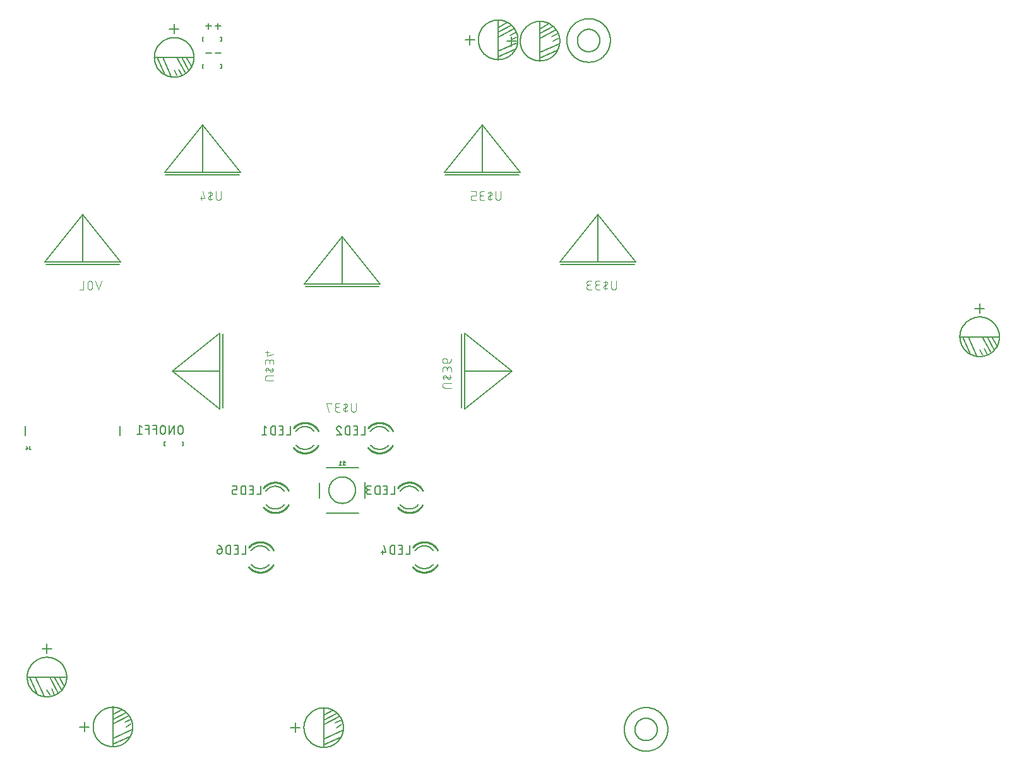
<source format=gbo>
%MOIN*%
%OFA0B0*%
%FSLAX34Y34*%
%IPPOS*%
%LPD*%
%AMOC8*
5,1,8,0,0,$1,22.5*%
%AMOC80*
5,1,8,0,0,$1,22.5*%
%ADD10C,0.005*%
%ADD21C,0.006000000000000001*%
%ADD22C,0.005*%
%ADD23C,0.008*%
%ADD24C,0.004*%
%ADD25C,0.01*%
G75*
%LPD*%
G01*
D10*
X0066570Y0040382D02*
X0066570Y0040408D01*
X0066571Y0040433D01*
X0066573Y0040459D01*
X0066575Y0040485D01*
X0066578Y0040510D01*
X0066581Y0040535D01*
X0066586Y0040561D01*
X0066590Y0040586D01*
X0066596Y0040611D01*
X0066601Y0040636D01*
X0066608Y0040661D01*
X0066615Y0040685D01*
X0066623Y0040710D01*
X0066631Y0040734D01*
X0066640Y0040758D01*
X0066650Y0040782D01*
X0066660Y0040805D01*
X0066670Y0040828D01*
X0066682Y0040851D01*
X0066693Y0040874D01*
X0066706Y0040897D01*
X0066719Y0040919D01*
X0066732Y0040940D01*
X0066746Y0040962D01*
X0066760Y0040983D01*
X0066775Y0041004D01*
X0066791Y0041024D01*
X0066807Y0041044D01*
X0066823Y0041064D01*
X0066840Y0041083D01*
X0066858Y0041102D01*
X0066876Y0041120D01*
X0066894Y0041138D01*
X0066913Y0041155D01*
X0066932Y0041172D01*
X0066952Y0041189D01*
X0066972Y0041205D01*
X0066992Y0041220D01*
X0067013Y0041235D01*
X0067034Y0041250D01*
X0067055Y0041264D01*
X0067077Y0041277D01*
X0067099Y0041290D01*
X0067122Y0041302D01*
X0067144Y0041314D01*
X0067167Y0041325D01*
X0067191Y0041336D01*
X0067214Y0041346D01*
X0067238Y0041356D01*
X0067262Y0041365D01*
X0067286Y0041373D01*
X0067311Y0041381D01*
X0067335Y0041388D01*
X0067360Y0041394D01*
X0067385Y0041400D01*
X0067410Y0041406D01*
X0067435Y0041410D01*
X0067460Y0041414D01*
X0067486Y0041418D01*
X0067511Y0041421D01*
X0067537Y0041423D01*
X0067562Y0041424D01*
X0067588Y0041425D01*
X0067613Y0041426D01*
X0067639Y0041425D01*
X0067665Y0041424D01*
X0067690Y0041423D01*
X0067716Y0041421D01*
X0067741Y0041418D01*
X0067767Y0041414D01*
X0067792Y0041410D01*
X0067817Y0041406D01*
X0067842Y0041400D01*
X0067867Y0041394D01*
X0067892Y0041388D01*
X0067916Y0041381D01*
X0067941Y0041373D01*
X0067965Y0041365D01*
X0067989Y0041356D01*
X0068013Y0041346D01*
X0068036Y0041336D01*
X0068060Y0041325D01*
X0068083Y0041314D01*
X0068105Y0041302D01*
X0068128Y0041290D01*
X0068150Y0041277D01*
X0068172Y0041264D01*
X0068193Y0041250D01*
X0068214Y0041235D01*
X0068235Y0041220D01*
X0068255Y0041205D01*
X0068275Y0041189D01*
X0068295Y0041172D01*
X0068314Y0041155D01*
X0068333Y0041138D01*
X0068351Y0041120D01*
X0068369Y0041102D01*
X0068387Y0041083D01*
X0068403Y0041064D01*
X0068420Y0041044D01*
X0068436Y0041024D01*
X0068451Y0041004D01*
X0068466Y0040983D01*
X0068481Y0040962D01*
X0068495Y0040940D01*
X0068508Y0040919D01*
X0068521Y0040897D01*
X0068534Y0040874D01*
X0068545Y0040851D01*
X0068557Y0040828D01*
X0068567Y0040805D01*
X0068577Y0040782D01*
X0068587Y0040758D01*
X0068596Y0040734D01*
X0068604Y0040710D01*
X0068612Y0040685D01*
X0068619Y0040661D01*
X0068626Y0040636D01*
X0068631Y0040611D01*
X0068637Y0040586D01*
X0068641Y0040561D01*
X0068645Y0040535D01*
X0068649Y0040510D01*
X0068652Y0040485D01*
X0068654Y0040459D01*
X0068656Y0040433D01*
X0068656Y0040408D01*
X0068657Y0040382D01*
X0068656Y0040357D01*
X0068656Y0040331D01*
X0068654Y0040306D01*
X0068652Y0040280D01*
X0068649Y0040255D01*
X0068645Y0040229D01*
X0068641Y0040204D01*
X0068637Y0040179D01*
X0068631Y0040154D01*
X0068626Y0040129D01*
X0068619Y0040104D01*
X0068612Y0040079D01*
X0068604Y0040055D01*
X0068596Y0040031D01*
X0068587Y0040007D01*
X0068577Y0039983D01*
X0068567Y0039960D01*
X0068557Y0039936D01*
X0068545Y0039913D01*
X0068534Y0039890D01*
X0068521Y0039868D01*
X0068508Y0039846D01*
X0068495Y0039824D01*
X0068481Y0039803D01*
X0068466Y0039782D01*
X0068451Y0039761D01*
X0068436Y0039740D01*
X0068420Y0039720D01*
X0068403Y0039701D01*
X0068387Y0039682D01*
X0068369Y0039663D01*
X0068351Y0039645D01*
X0068333Y0039627D01*
X0068314Y0039609D01*
X0068295Y0039592D01*
X0068275Y0039576D01*
X0068255Y0039560D01*
X0068235Y0039544D01*
X0068214Y0039529D01*
X0068193Y0039515D01*
X0068172Y0039501D01*
X0068150Y0039487D01*
X0068128Y0039475D01*
X0068105Y0039462D01*
X0068083Y0039450D01*
X0068060Y0039439D01*
X0068036Y0039428D01*
X0068013Y0039418D01*
X0067989Y0039409D01*
X0067965Y0039400D01*
X0067941Y0039392D01*
X0067916Y0039384D01*
X0067892Y0039377D01*
X0067867Y0039370D01*
X0067842Y0039364D01*
X0067817Y0039359D01*
X0067792Y0039354D01*
X0067767Y0039350D01*
X0067741Y0039347D01*
X0067716Y0039344D01*
X0067690Y0039342D01*
X0067665Y0039340D01*
X0067639Y0039339D01*
X0067613Y0039339D01*
X0067588Y0039339D01*
X0067562Y0039340D01*
X0067537Y0039342D01*
X0067511Y0039344D01*
X0067486Y0039347D01*
X0067460Y0039350D01*
X0067435Y0039354D01*
X0067410Y0039359D01*
X0067385Y0039364D01*
X0067360Y0039370D01*
X0067335Y0039377D01*
X0067311Y0039384D01*
X0067286Y0039392D01*
X0067262Y0039400D01*
X0067238Y0039409D01*
X0067214Y0039418D01*
X0067191Y0039428D01*
X0067167Y0039439D01*
X0067144Y0039450D01*
X0067122Y0039462D01*
X0067099Y0039475D01*
X0067077Y0039487D01*
X0067055Y0039501D01*
X0067034Y0039515D01*
X0067013Y0039529D01*
X0066992Y0039544D01*
X0066972Y0039560D01*
X0066952Y0039576D01*
X0066932Y0039592D01*
X0066913Y0039609D01*
X0066894Y0039627D01*
X0066876Y0039645D01*
X0066858Y0039663D01*
X0066840Y0039682D01*
X0066823Y0039701D01*
X0066807Y0039720D01*
X0066791Y0039740D01*
X0066775Y0039761D01*
X0066760Y0039782D01*
X0066746Y0039803D01*
X0066732Y0039824D01*
X0066719Y0039846D01*
X0066706Y0039868D01*
X0066693Y0039890D01*
X0066682Y0039913D01*
X0066670Y0039936D01*
X0066660Y0039960D01*
X0066650Y0039983D01*
X0066640Y0040007D01*
X0066631Y0040031D01*
X0066623Y0040055D01*
X0066615Y0040079D01*
X0066608Y0040104D01*
X0066601Y0040129D01*
X0066596Y0040154D01*
X0066590Y0040179D01*
X0066586Y0040204D01*
X0066581Y0040229D01*
X0066578Y0040255D01*
X0066575Y0040280D01*
X0066573Y0040306D01*
X0066571Y0040331D01*
X0066570Y0040357D01*
X0066570Y0040382D01*
X0067613Y0041882D02*
X0067613Y0042132D01*
X0067613Y0041882D02*
X0067613Y0041632D01*
X0067613Y0041882D02*
X0067863Y0041882D01*
X0067613Y0041882D02*
X0067363Y0041882D01*
X0068263Y0040382D02*
X0068663Y0040382D01*
X0068263Y0040382D02*
X0068013Y0040382D01*
X0067763Y0040382D01*
X0067013Y0040382D01*
X0066713Y0040382D01*
X0066563Y0040382D01*
X0066713Y0040382D02*
X0067113Y0039482D01*
X0067463Y0039382D02*
X0067013Y0040382D01*
X0067863Y0039757D02*
X0068013Y0039432D01*
X0068213Y0039532D02*
X0067763Y0040382D01*
X0068013Y0040382D02*
X0068388Y0039682D01*
X0068538Y0039882D02*
X0068263Y0040382D01*
X0067613Y0039693D02*
X0067763Y0039432D01*
G04 next file*
%LPD*%
G04 EAGLE Gerber RS-274X export*
G75*
G01*
D21*
X0027573Y0056190D02*
X0027573Y0055990D01*
X0026573Y0055990D02*
X0026573Y0056190D01*
X0026623Y0056190D01*
X0026623Y0055990D02*
X0026573Y0055990D01*
X0027523Y0055990D02*
X0027573Y0055990D01*
X0027573Y0056190D02*
X0027523Y0056190D01*
D22*
X0027548Y0056790D02*
X0027248Y0056790D01*
X0027398Y0056640D02*
X0027398Y0056940D01*
X0027038Y0056790D02*
X0026738Y0056790D01*
X0026888Y0056640D02*
X0026888Y0056940D01*
D21*
X0027573Y0054764D02*
X0027573Y0054564D01*
X0026573Y0054564D02*
X0026573Y0054764D01*
X0026623Y0054764D01*
X0026623Y0054564D02*
X0026573Y0054564D01*
X0027523Y0054564D02*
X0027573Y0054564D01*
X0027573Y0054764D02*
X0027523Y0054764D01*
D22*
X0027548Y0055364D02*
X0027248Y0055364D01*
X0027038Y0055364D02*
X0026738Y0055364D01*
X0043357Y0055997D02*
X0043357Y0056022D01*
X0043358Y0056048D01*
X0043359Y0056073D01*
X0043362Y0056099D01*
X0043364Y0056124D01*
X0043368Y0056150D01*
X0043372Y0056175D01*
X0043377Y0056200D01*
X0043382Y0056225D01*
X0043388Y0056250D01*
X0043394Y0056275D01*
X0043402Y0056300D01*
X0043409Y0056324D01*
X0043418Y0056348D01*
X0043427Y0056372D01*
X0043436Y0056396D01*
X0043446Y0056420D01*
X0043457Y0056443D01*
X0043468Y0056466D01*
X0043480Y0056489D01*
X0043492Y0056511D01*
X0043505Y0056533D01*
X0043518Y0056555D01*
X0043532Y0056576D01*
X0043547Y0056597D01*
X0043562Y0056618D01*
X0043577Y0056639D01*
X0043593Y0056659D01*
X0043610Y0056678D01*
X0043627Y0056697D01*
X0043644Y0056716D01*
X0043662Y0056734D01*
X0043680Y0056752D01*
X0043699Y0056770D01*
X0043718Y0056787D01*
X0043738Y0056803D01*
X0043758Y0056819D01*
X0043778Y0056835D01*
X0043799Y0056850D01*
X0043820Y0056864D01*
X0043842Y0056878D01*
X0043864Y0056892D01*
X0043886Y0056905D01*
X0043908Y0056917D01*
X0043931Y0056929D01*
X0043954Y0056940D01*
X0043977Y0056951D01*
X0044001Y0056961D01*
X0044024Y0056970D01*
X0044048Y0056979D01*
X0044073Y0056987D01*
X0044097Y0056995D01*
X0044122Y0057002D01*
X0044146Y0057009D01*
X0044171Y0057015D01*
X0044196Y0057020D01*
X0044222Y0057025D01*
X0044247Y0057029D01*
X0044272Y0057032D01*
X0044298Y0057035D01*
X0044323Y0057037D01*
X0044349Y0057039D01*
X0044374Y0057040D01*
X0044400Y0057040D01*
X0044425Y0057040D01*
X0044451Y0057039D01*
X0044477Y0057037D01*
X0044502Y0057035D01*
X0044528Y0057032D01*
X0044553Y0057029D01*
X0044578Y0057025D01*
X0044603Y0057020D01*
X0044628Y0057015D01*
X0044653Y0057009D01*
X0044678Y0057002D01*
X0044703Y0056995D01*
X0044727Y0056987D01*
X0044751Y0056979D01*
X0044775Y0056970D01*
X0044799Y0056961D01*
X0044823Y0056951D01*
X0044846Y0056940D01*
X0044869Y0056929D01*
X0044892Y0056917D01*
X0044914Y0056905D01*
X0044936Y0056892D01*
X0044958Y0056878D01*
X0044980Y0056864D01*
X0045001Y0056850D01*
X0045021Y0056835D01*
X0045042Y0056819D01*
X0045062Y0056803D01*
X0045081Y0056787D01*
X0045101Y0056770D01*
X0045119Y0056752D01*
X0045138Y0056734D01*
X0045156Y0056716D01*
X0045173Y0056697D01*
X0045190Y0056678D01*
X0045206Y0056659D01*
X0045222Y0056639D01*
X0045238Y0056618D01*
X0045253Y0056597D01*
X0045267Y0056576D01*
X0045281Y0056555D01*
X0045295Y0056533D01*
X0045308Y0056511D01*
X0045320Y0056489D01*
X0045332Y0056466D01*
X0045343Y0056443D01*
X0045354Y0056420D01*
X0045364Y0056396D01*
X0045373Y0056372D01*
X0045382Y0056348D01*
X0045391Y0056324D01*
X0045398Y0056300D01*
X0045405Y0056275D01*
X0045412Y0056250D01*
X0045418Y0056225D01*
X0045423Y0056200D01*
X0045428Y0056175D01*
X0045432Y0056150D01*
X0045435Y0056124D01*
X0045438Y0056099D01*
X0045440Y0056073D01*
X0045442Y0056048D01*
X0045443Y0056022D01*
X0045443Y0055997D01*
X0045443Y0055971D01*
X0045442Y0055946D01*
X0045440Y0055920D01*
X0045438Y0055895D01*
X0045435Y0055869D01*
X0045432Y0055844D01*
X0045428Y0055818D01*
X0045423Y0055793D01*
X0045418Y0055768D01*
X0045412Y0055743D01*
X0045405Y0055718D01*
X0045398Y0055694D01*
X0045391Y0055669D01*
X0045382Y0055645D01*
X0045373Y0055621D01*
X0045364Y0055597D01*
X0045354Y0055574D01*
X0045343Y0055551D01*
X0045332Y0055528D01*
X0045320Y0055505D01*
X0045308Y0055482D01*
X0045295Y0055460D01*
X0045281Y0055439D01*
X0045267Y0055417D01*
X0045253Y0055396D01*
X0045238Y0055375D01*
X0045222Y0055355D01*
X0045206Y0055335D01*
X0045190Y0055315D01*
X0045173Y0055296D01*
X0045156Y0055277D01*
X0045138Y0055259D01*
X0045119Y0055241D01*
X0045101Y0055224D01*
X0045081Y0055207D01*
X0045062Y0055190D01*
X0045042Y0055174D01*
X0045021Y0055159D01*
X0045001Y0055144D01*
X0044980Y0055129D01*
X0044958Y0055115D01*
X0044936Y0055102D01*
X0044914Y0055089D01*
X0044892Y0055077D01*
X0044869Y0055065D01*
X0044846Y0055054D01*
X0044823Y0055043D01*
X0044799Y0055033D01*
X0044775Y0055023D01*
X0044751Y0055014D01*
X0044727Y0055006D01*
X0044703Y0054998D01*
X0044678Y0054991D01*
X0044653Y0054985D01*
X0044628Y0054979D01*
X0044603Y0054973D01*
X0044578Y0054969D01*
X0044553Y0054965D01*
X0044528Y0054961D01*
X0044502Y0054958D01*
X0044477Y0054956D01*
X0044451Y0054955D01*
X0044425Y0054954D01*
X0044400Y0054953D01*
X0044374Y0054954D01*
X0044349Y0054955D01*
X0044323Y0054956D01*
X0044298Y0054958D01*
X0044272Y0054961D01*
X0044247Y0054965D01*
X0044222Y0054969D01*
X0044196Y0054973D01*
X0044171Y0054979D01*
X0044146Y0054985D01*
X0044122Y0054991D01*
X0044097Y0054998D01*
X0044073Y0055006D01*
X0044048Y0055014D01*
X0044024Y0055023D01*
X0044001Y0055033D01*
X0043977Y0055043D01*
X0043954Y0055054D01*
X0043931Y0055065D01*
X0043908Y0055077D01*
X0043886Y0055089D01*
X0043864Y0055102D01*
X0043842Y0055115D01*
X0043820Y0055129D01*
X0043799Y0055144D01*
X0043778Y0055159D01*
X0043758Y0055174D01*
X0043738Y0055190D01*
X0043718Y0055207D01*
X0043699Y0055224D01*
X0043680Y0055241D01*
X0043662Y0055259D01*
X0043644Y0055277D01*
X0043627Y0055296D01*
X0043610Y0055315D01*
X0043593Y0055335D01*
X0043577Y0055355D01*
X0043562Y0055375D01*
X0043547Y0055396D01*
X0043532Y0055417D01*
X0043518Y0055439D01*
X0043505Y0055460D01*
X0043492Y0055482D01*
X0043480Y0055505D01*
X0043468Y0055528D01*
X0043457Y0055551D01*
X0043446Y0055574D01*
X0043436Y0055597D01*
X0043427Y0055621D01*
X0043418Y0055645D01*
X0043409Y0055669D01*
X0043402Y0055694D01*
X0043394Y0055718D01*
X0043388Y0055743D01*
X0043382Y0055768D01*
X0043377Y0055793D01*
X0043372Y0055818D01*
X0043368Y0055844D01*
X0043364Y0055869D01*
X0043362Y0055895D01*
X0043359Y0055920D01*
X0043358Y0055946D01*
X0043357Y0055971D01*
X0043357Y0055997D01*
X0042900Y0055997D02*
X0042650Y0055997D01*
X0042900Y0055997D02*
X0043150Y0055997D01*
X0042900Y0055997D02*
X0042900Y0056247D01*
X0042900Y0055997D02*
X0042900Y0055747D01*
X0044400Y0056647D02*
X0044400Y0057047D01*
X0044400Y0056647D02*
X0044400Y0056397D01*
X0044400Y0056147D01*
X0044400Y0055397D01*
X0044400Y0055097D01*
X0044400Y0054947D01*
X0044400Y0055097D02*
X0045300Y0055497D01*
X0045400Y0055847D02*
X0044400Y0055397D01*
X0045025Y0056247D02*
X0045350Y0056397D01*
X0045250Y0056597D02*
X0044400Y0056147D01*
X0044400Y0056397D02*
X0045100Y0056772D01*
X0044900Y0056922D02*
X0044400Y0056647D01*
X0045089Y0055997D02*
X0045350Y0056147D01*
X0041147Y0056066D02*
X0041147Y0056092D01*
X0041148Y0056117D01*
X0041150Y0056143D01*
X0041152Y0056168D01*
X0041155Y0056194D01*
X0041158Y0056219D01*
X0041162Y0056244D01*
X0041167Y0056270D01*
X0041172Y0056295D01*
X0041178Y0056320D01*
X0041185Y0056344D01*
X0041192Y0056369D01*
X0041199Y0056393D01*
X0041208Y0056418D01*
X0041217Y0056442D01*
X0041226Y0056465D01*
X0041236Y0056489D01*
X0041247Y0056512D01*
X0041258Y0056535D01*
X0041270Y0056558D01*
X0041282Y0056580D01*
X0041295Y0056602D01*
X0041309Y0056624D01*
X0041323Y0056646D01*
X0041337Y0056667D01*
X0041352Y0056688D01*
X0041368Y0056708D01*
X0041384Y0056728D01*
X0041400Y0056747D01*
X0041417Y0056767D01*
X0041434Y0056785D01*
X0041452Y0056804D01*
X0041471Y0056822D01*
X0041489Y0056839D01*
X0041509Y0056856D01*
X0041528Y0056873D01*
X0041548Y0056889D01*
X0041569Y0056904D01*
X0041589Y0056919D01*
X0041610Y0056934D01*
X0041632Y0056948D01*
X0041654Y0056961D01*
X0041676Y0056974D01*
X0041698Y0056986D01*
X0041721Y0056998D01*
X0041744Y0057009D01*
X0041767Y0057020D01*
X0041791Y0057030D01*
X0041815Y0057039D01*
X0041839Y0057048D01*
X0041863Y0057057D01*
X0041887Y0057064D01*
X0041912Y0057072D01*
X0041937Y0057078D01*
X0041961Y0057084D01*
X0041986Y0057089D01*
X0042012Y0057094D01*
X0042037Y0057098D01*
X0042062Y0057102D01*
X0042088Y0057104D01*
X0042113Y0057107D01*
X0042139Y0057108D01*
X0042164Y0057109D01*
X0042190Y0057109D01*
X0042216Y0057109D01*
X0042241Y0057108D01*
X0042267Y0057107D01*
X0042292Y0057104D01*
X0042318Y0057102D01*
X0042343Y0057098D01*
X0042368Y0057094D01*
X0042394Y0057089D01*
X0042419Y0057084D01*
X0042444Y0057078D01*
X0042468Y0057072D01*
X0042493Y0057064D01*
X0042517Y0057057D01*
X0042542Y0057048D01*
X0042565Y0057039D01*
X0042589Y0057030D01*
X0042613Y0057020D01*
X0042636Y0057009D01*
X0042659Y0056998D01*
X0042682Y0056986D01*
X0042704Y0056974D01*
X0042726Y0056961D01*
X0042748Y0056948D01*
X0042770Y0056934D01*
X0042791Y0056919D01*
X0042812Y0056904D01*
X0042832Y0056889D01*
X0042852Y0056873D01*
X0042871Y0056856D01*
X0042891Y0056839D01*
X0042909Y0056822D01*
X0042928Y0056804D01*
X0042946Y0056785D01*
X0042963Y0056767D01*
X0042980Y0056747D01*
X0042997Y0056728D01*
X0043012Y0056708D01*
X0043028Y0056688D01*
X0043043Y0056667D01*
X0043057Y0056646D01*
X0043071Y0056624D01*
X0043085Y0056602D01*
X0043098Y0056580D01*
X0043110Y0056558D01*
X0043122Y0056535D01*
X0043133Y0056512D01*
X0043144Y0056489D01*
X0043154Y0056465D01*
X0043163Y0056442D01*
X0043172Y0056418D01*
X0043181Y0056393D01*
X0043188Y0056369D01*
X0043196Y0056344D01*
X0043202Y0056320D01*
X0043208Y0056295D01*
X0043213Y0056270D01*
X0043218Y0056244D01*
X0043222Y0056219D01*
X0043225Y0056194D01*
X0043228Y0056168D01*
X0043230Y0056143D01*
X0043232Y0056117D01*
X0043233Y0056092D01*
X0043233Y0056066D01*
X0043233Y0056040D01*
X0043232Y0056015D01*
X0043230Y0055989D01*
X0043228Y0055964D01*
X0043225Y0055938D01*
X0043222Y0055913D01*
X0043218Y0055888D01*
X0043213Y0055863D01*
X0043208Y0055837D01*
X0043202Y0055813D01*
X0043196Y0055788D01*
X0043188Y0055763D01*
X0043181Y0055739D01*
X0043172Y0055715D01*
X0043163Y0055691D01*
X0043154Y0055667D01*
X0043144Y0055643D01*
X0043133Y0055620D01*
X0043122Y0055597D01*
X0043110Y0055574D01*
X0043098Y0055552D01*
X0043085Y0055530D01*
X0043071Y0055508D01*
X0043057Y0055486D01*
X0043043Y0055465D01*
X0043028Y0055445D01*
X0043012Y0055424D01*
X0042997Y0055404D01*
X0042980Y0055385D01*
X0042963Y0055365D01*
X0042946Y0055347D01*
X0042928Y0055328D01*
X0042909Y0055310D01*
X0042891Y0055293D01*
X0042871Y0055276D01*
X0042852Y0055260D01*
X0042832Y0055244D01*
X0042812Y0055228D01*
X0042791Y0055213D01*
X0042770Y0055199D01*
X0042748Y0055185D01*
X0042726Y0055171D01*
X0042704Y0055158D01*
X0042682Y0055146D01*
X0042659Y0055134D01*
X0042636Y0055123D01*
X0042613Y0055112D01*
X0042589Y0055102D01*
X0042565Y0055093D01*
X0042542Y0055084D01*
X0042517Y0055075D01*
X0042493Y0055068D01*
X0042468Y0055061D01*
X0042444Y0055054D01*
X0042419Y0055048D01*
X0042394Y0055043D01*
X0042368Y0055038D01*
X0042343Y0055034D01*
X0042318Y0055031D01*
X0042292Y0055028D01*
X0042267Y0055026D01*
X0042241Y0055024D01*
X0042216Y0055023D01*
X0042190Y0055023D01*
X0042164Y0055023D01*
X0042139Y0055024D01*
X0042113Y0055026D01*
X0042088Y0055028D01*
X0042062Y0055031D01*
X0042037Y0055034D01*
X0042012Y0055038D01*
X0041986Y0055043D01*
X0041961Y0055048D01*
X0041937Y0055054D01*
X0041912Y0055061D01*
X0041887Y0055068D01*
X0041863Y0055075D01*
X0041839Y0055084D01*
X0041815Y0055093D01*
X0041791Y0055102D01*
X0041767Y0055112D01*
X0041744Y0055123D01*
X0041721Y0055134D01*
X0041698Y0055146D01*
X0041676Y0055158D01*
X0041654Y0055171D01*
X0041632Y0055185D01*
X0041610Y0055199D01*
X0041589Y0055213D01*
X0041569Y0055228D01*
X0041548Y0055244D01*
X0041528Y0055260D01*
X0041509Y0055276D01*
X0041489Y0055293D01*
X0041471Y0055310D01*
X0041452Y0055328D01*
X0041434Y0055347D01*
X0041417Y0055365D01*
X0041400Y0055385D01*
X0041384Y0055404D01*
X0041368Y0055424D01*
X0041352Y0055445D01*
X0041337Y0055465D01*
X0041323Y0055486D01*
X0041309Y0055508D01*
X0041295Y0055530D01*
X0041282Y0055552D01*
X0041270Y0055574D01*
X0041258Y0055597D01*
X0041247Y0055620D01*
X0041236Y0055643D01*
X0041226Y0055667D01*
X0041217Y0055691D01*
X0041208Y0055715D01*
X0041199Y0055739D01*
X0041192Y0055763D01*
X0041185Y0055788D01*
X0041178Y0055813D01*
X0041172Y0055837D01*
X0041167Y0055863D01*
X0041162Y0055888D01*
X0041158Y0055913D01*
X0041155Y0055938D01*
X0041152Y0055964D01*
X0041150Y0055989D01*
X0041148Y0056015D01*
X0041147Y0056040D01*
X0041147Y0056066D01*
X0040690Y0056066D02*
X0040440Y0056066D01*
X0040690Y0056066D02*
X0040940Y0056066D01*
X0040690Y0056066D02*
X0040690Y0056316D01*
X0040690Y0056066D02*
X0040690Y0055816D01*
X0042190Y0056716D02*
X0042190Y0057116D01*
X0042190Y0056716D02*
X0042190Y0056466D01*
X0042190Y0056216D01*
X0042190Y0055466D01*
X0042190Y0055166D01*
X0042190Y0055016D01*
X0042190Y0055166D02*
X0043090Y0055566D01*
X0043190Y0055916D02*
X0042190Y0055466D01*
X0042815Y0056316D02*
X0043140Y0056466D01*
X0043040Y0056666D02*
X0042190Y0056216D01*
X0042190Y0056466D02*
X0042890Y0056841D01*
X0042690Y0056991D02*
X0042190Y0056716D01*
X0042879Y0056066D02*
X0043140Y0056216D01*
X0024040Y0055140D02*
X0024041Y0055165D01*
X0024041Y0055191D01*
X0024043Y0055216D01*
X0024045Y0055242D01*
X0024048Y0055267D01*
X0024052Y0055293D01*
X0024056Y0055318D01*
X0024060Y0055343D01*
X0024066Y0055368D01*
X0024071Y0055393D01*
X0024078Y0055418D01*
X0024085Y0055443D01*
X0024093Y0055467D01*
X0024101Y0055491D01*
X0024110Y0055515D01*
X0024120Y0055539D01*
X0024130Y0055562D01*
X0024140Y0055586D01*
X0024152Y0055609D01*
X0024163Y0055631D01*
X0024176Y0055654D01*
X0024189Y0055676D01*
X0024202Y0055698D01*
X0024216Y0055719D01*
X0024231Y0055740D01*
X0024246Y0055761D01*
X0024261Y0055782D01*
X0024277Y0055802D01*
X0024294Y0055821D01*
X0024310Y0055840D01*
X0024328Y0055859D01*
X0024346Y0055877D01*
X0024364Y0055895D01*
X0024383Y0055913D01*
X0024402Y0055930D01*
X0024422Y0055946D01*
X0024442Y0055962D01*
X0024462Y0055978D01*
X0024483Y0055993D01*
X0024504Y0056007D01*
X0024525Y0056021D01*
X0024547Y0056035D01*
X0024569Y0056047D01*
X0024592Y0056060D01*
X0024614Y0056072D01*
X0024637Y0056083D01*
X0024661Y0056093D01*
X0024684Y0056104D01*
X0024708Y0056113D01*
X0024732Y0056122D01*
X0024756Y0056130D01*
X0024781Y0056138D01*
X0024805Y0056145D01*
X0024830Y0056152D01*
X0024855Y0056158D01*
X0024880Y0056163D01*
X0024905Y0056168D01*
X0024930Y0056172D01*
X0024956Y0056175D01*
X0024981Y0056178D01*
X0025007Y0056180D01*
X0025032Y0056182D01*
X0025058Y0056183D01*
X0025084Y0056183D01*
X0025109Y0056183D01*
X0025135Y0056182D01*
X0025160Y0056180D01*
X0025186Y0056178D01*
X0025211Y0056175D01*
X0025237Y0056172D01*
X0025262Y0056168D01*
X0025287Y0056163D01*
X0025312Y0056158D01*
X0025337Y0056152D01*
X0025362Y0056145D01*
X0025386Y0056138D01*
X0025411Y0056130D01*
X0025435Y0056122D01*
X0025459Y0056113D01*
X0025483Y0056104D01*
X0025506Y0056093D01*
X0025530Y0056083D01*
X0025553Y0056072D01*
X0025575Y0056060D01*
X0025598Y0056047D01*
X0025620Y0056035D01*
X0025642Y0056021D01*
X0025663Y0056007D01*
X0025684Y0055993D01*
X0025705Y0055978D01*
X0025725Y0055962D01*
X0025745Y0055946D01*
X0025765Y0055930D01*
X0025784Y0055913D01*
X0025803Y0055895D01*
X0025821Y0055877D01*
X0025839Y0055859D01*
X0025857Y0055840D01*
X0025874Y0055821D01*
X0025890Y0055802D01*
X0025906Y0055782D01*
X0025922Y0055761D01*
X0025937Y0055740D01*
X0025951Y0055719D01*
X0025965Y0055698D01*
X0025978Y0055676D01*
X0025991Y0055654D01*
X0026004Y0055631D01*
X0026015Y0055609D01*
X0026027Y0055586D01*
X0026037Y0055562D01*
X0026047Y0055539D01*
X0026057Y0055515D01*
X0026066Y0055491D01*
X0026074Y0055467D01*
X0026082Y0055443D01*
X0026089Y0055418D01*
X0026096Y0055393D01*
X0026101Y0055368D01*
X0026107Y0055343D01*
X0026111Y0055318D01*
X0026116Y0055293D01*
X0026119Y0055267D01*
X0026122Y0055242D01*
X0026124Y0055216D01*
X0026126Y0055191D01*
X0026127Y0055165D01*
X0026127Y0055140D01*
X0026127Y0055114D01*
X0026126Y0055088D01*
X0026124Y0055063D01*
X0026122Y0055037D01*
X0026119Y0055012D01*
X0026116Y0054987D01*
X0026111Y0054961D01*
X0026107Y0054936D01*
X0026101Y0054911D01*
X0026096Y0054886D01*
X0026089Y0054861D01*
X0026082Y0054837D01*
X0026074Y0054812D01*
X0026066Y0054788D01*
X0026057Y0054764D01*
X0026047Y0054740D01*
X0026037Y0054717D01*
X0026027Y0054694D01*
X0026015Y0054671D01*
X0026004Y0054648D01*
X0025991Y0054625D01*
X0025978Y0054603D01*
X0025965Y0054582D01*
X0025951Y0054560D01*
X0025937Y0054539D01*
X0025922Y0054518D01*
X0025906Y0054498D01*
X0025890Y0054478D01*
X0025874Y0054458D01*
X0025857Y0054439D01*
X0025839Y0054420D01*
X0025821Y0054402D01*
X0025803Y0054384D01*
X0025784Y0054367D01*
X0025765Y0054350D01*
X0025745Y0054333D01*
X0025725Y0054317D01*
X0025705Y0054302D01*
X0025684Y0054287D01*
X0025663Y0054272D01*
X0025642Y0054258D01*
X0025620Y0054245D01*
X0025598Y0054232D01*
X0025575Y0054220D01*
X0025553Y0054208D01*
X0025530Y0054196D01*
X0025506Y0054186D01*
X0025483Y0054176D01*
X0025459Y0054166D01*
X0025435Y0054157D01*
X0025411Y0054149D01*
X0025386Y0054141D01*
X0025362Y0054134D01*
X0025337Y0054128D01*
X0025312Y0054122D01*
X0025287Y0054116D01*
X0025262Y0054112D01*
X0025237Y0054108D01*
X0025211Y0054104D01*
X0025186Y0054101D01*
X0025160Y0054099D01*
X0025135Y0054098D01*
X0025109Y0054097D01*
X0025084Y0054096D01*
X0025058Y0054097D01*
X0025032Y0054098D01*
X0025007Y0054099D01*
X0024981Y0054101D01*
X0024956Y0054104D01*
X0024930Y0054108D01*
X0024905Y0054112D01*
X0024880Y0054116D01*
X0024855Y0054122D01*
X0024830Y0054128D01*
X0024805Y0054134D01*
X0024781Y0054141D01*
X0024756Y0054149D01*
X0024732Y0054157D01*
X0024708Y0054166D01*
X0024684Y0054176D01*
X0024661Y0054186D01*
X0024637Y0054196D01*
X0024614Y0054208D01*
X0024592Y0054220D01*
X0024569Y0054232D01*
X0024547Y0054245D01*
X0024525Y0054258D01*
X0024504Y0054272D01*
X0024483Y0054287D01*
X0024462Y0054302D01*
X0024442Y0054317D01*
X0024422Y0054333D01*
X0024402Y0054350D01*
X0024383Y0054367D01*
X0024364Y0054384D01*
X0024346Y0054402D01*
X0024328Y0054420D01*
X0024310Y0054439D01*
X0024294Y0054458D01*
X0024277Y0054478D01*
X0024261Y0054498D01*
X0024246Y0054518D01*
X0024231Y0054539D01*
X0024216Y0054560D01*
X0024202Y0054582D01*
X0024189Y0054603D01*
X0024176Y0054625D01*
X0024163Y0054648D01*
X0024152Y0054671D01*
X0024140Y0054694D01*
X0024130Y0054717D01*
X0024120Y0054740D01*
X0024110Y0054764D01*
X0024101Y0054788D01*
X0024093Y0054812D01*
X0024085Y0054837D01*
X0024078Y0054861D01*
X0024071Y0054886D01*
X0024066Y0054911D01*
X0024060Y0054936D01*
X0024056Y0054961D01*
X0024052Y0054987D01*
X0024048Y0055012D01*
X0024045Y0055037D01*
X0024043Y0055063D01*
X0024041Y0055088D01*
X0024041Y0055114D01*
X0024040Y0055140D01*
X0025084Y0056640D02*
X0025084Y0056890D01*
X0025084Y0056640D02*
X0025084Y0056390D01*
X0025084Y0056640D02*
X0025334Y0056640D01*
X0025084Y0056640D02*
X0024834Y0056640D01*
X0025734Y0055140D02*
X0026134Y0055140D01*
X0025734Y0055140D02*
X0025484Y0055140D01*
X0025234Y0055140D01*
X0024484Y0055140D01*
X0024184Y0055140D01*
X0024034Y0055140D01*
X0024184Y0055140D02*
X0024584Y0054240D01*
X0024934Y0054140D02*
X0024484Y0055140D01*
X0025334Y0054515D02*
X0025484Y0054190D01*
X0025684Y0054290D02*
X0025234Y0055140D01*
X0025484Y0055140D02*
X0025859Y0054440D01*
X0026009Y0054640D02*
X0025734Y0055140D01*
X0025084Y0054451D02*
X0025234Y0054190D01*
D21*
X0048850Y0019649D02*
X0048850Y0019677D01*
X0048851Y0019705D01*
X0048853Y0019733D01*
X0048855Y0019761D01*
X0048858Y0019789D01*
X0048862Y0019817D01*
X0048866Y0019845D01*
X0048872Y0019873D01*
X0048877Y0019900D01*
X0048884Y0019928D01*
X0048891Y0019955D01*
X0048899Y0019982D01*
X0048908Y0020009D01*
X0048917Y0020036D01*
X0048927Y0020062D01*
X0048937Y0020089D01*
X0048948Y0020115D01*
X0048960Y0020140D01*
X0048972Y0020166D01*
X0048985Y0020191D01*
X0048999Y0020215D01*
X0049013Y0020240D01*
X0049028Y0020264D01*
X0049043Y0020287D01*
X0049059Y0020311D01*
X0049076Y0020334D01*
X0049093Y0020356D01*
X0049111Y0020378D01*
X0049129Y0020400D01*
X0049147Y0020421D01*
X0049167Y0020441D01*
X0049186Y0020462D01*
X0049207Y0020481D01*
X0049227Y0020501D01*
X0049248Y0020519D01*
X0049270Y0020537D01*
X0049292Y0020555D01*
X0049314Y0020572D01*
X0049337Y0020589D01*
X0049361Y0020605D01*
X0049384Y0020620D01*
X0049408Y0020635D01*
X0049433Y0020649D01*
X0049457Y0020663D01*
X0049482Y0020676D01*
X0049508Y0020688D01*
X0049533Y0020700D01*
X0049559Y0020711D01*
X0049586Y0020721D01*
X0049612Y0020731D01*
X0049639Y0020740D01*
X0049666Y0020749D01*
X0049693Y0020757D01*
X0049720Y0020764D01*
X0049748Y0020771D01*
X0049775Y0020776D01*
X0049803Y0020782D01*
X0049831Y0020786D01*
X0049859Y0020790D01*
X0049887Y0020793D01*
X0049915Y0020795D01*
X0049943Y0020797D01*
X0049971Y0020798D01*
X0050000Y0020799D01*
X0050028Y0020798D01*
X0050056Y0020797D01*
X0050084Y0020795D01*
X0050112Y0020793D01*
X0050140Y0020790D01*
X0050168Y0020786D01*
X0050196Y0020782D01*
X0050224Y0020776D01*
X0050251Y0020771D01*
X0050279Y0020764D01*
X0050306Y0020757D01*
X0050333Y0020749D01*
X0050360Y0020740D01*
X0050387Y0020731D01*
X0050413Y0020721D01*
X0050440Y0020711D01*
X0050465Y0020700D01*
X0050491Y0020688D01*
X0050517Y0020676D01*
X0050542Y0020663D01*
X0050566Y0020649D01*
X0050591Y0020635D01*
X0050615Y0020620D01*
X0050638Y0020605D01*
X0050662Y0020589D01*
X0050685Y0020572D01*
X0050707Y0020555D01*
X0050729Y0020537D01*
X0050751Y0020519D01*
X0050772Y0020501D01*
X0050792Y0020481D01*
X0050813Y0020462D01*
X0050832Y0020441D01*
X0050852Y0020421D01*
X0050870Y0020400D01*
X0050888Y0020378D01*
X0050906Y0020356D01*
X0050923Y0020334D01*
X0050940Y0020311D01*
X0050956Y0020287D01*
X0050971Y0020264D01*
X0050986Y0020240D01*
X0051000Y0020215D01*
X0051014Y0020191D01*
X0051027Y0020166D01*
X0051039Y0020140D01*
X0051051Y0020115D01*
X0051062Y0020089D01*
X0051072Y0020062D01*
X0051082Y0020036D01*
X0051091Y0020009D01*
X0051100Y0019982D01*
X0051108Y0019955D01*
X0051115Y0019928D01*
X0051122Y0019900D01*
X0051127Y0019873D01*
X0051133Y0019845D01*
X0051137Y0019817D01*
X0051141Y0019789D01*
X0051144Y0019761D01*
X0051146Y0019733D01*
X0051148Y0019705D01*
X0051149Y0019677D01*
X0051150Y0019649D01*
X0051149Y0019620D01*
X0051148Y0019592D01*
X0051146Y0019564D01*
X0051144Y0019536D01*
X0051141Y0019508D01*
X0051137Y0019480D01*
X0051133Y0019452D01*
X0051127Y0019424D01*
X0051122Y0019397D01*
X0051115Y0019369D01*
X0051108Y0019342D01*
X0051100Y0019315D01*
X0051091Y0019288D01*
X0051082Y0019261D01*
X0051072Y0019235D01*
X0051062Y0019208D01*
X0051051Y0019182D01*
X0051039Y0019157D01*
X0051027Y0019131D01*
X0051014Y0019106D01*
X0051000Y0019082D01*
X0050986Y0019057D01*
X0050971Y0019033D01*
X0050956Y0019010D01*
X0050940Y0018986D01*
X0050923Y0018963D01*
X0050906Y0018941D01*
X0050888Y0018919D01*
X0050870Y0018897D01*
X0050852Y0018876D01*
X0050832Y0018856D01*
X0050813Y0018835D01*
X0050792Y0018816D01*
X0050772Y0018796D01*
X0050751Y0018778D01*
X0050729Y0018760D01*
X0050707Y0018742D01*
X0050685Y0018725D01*
X0050662Y0018708D01*
X0050638Y0018692D01*
X0050615Y0018677D01*
X0050591Y0018662D01*
X0050566Y0018648D01*
X0050542Y0018634D01*
X0050517Y0018621D01*
X0050491Y0018609D01*
X0050465Y0018597D01*
X0050440Y0018586D01*
X0050413Y0018576D01*
X0050387Y0018566D01*
X0050360Y0018557D01*
X0050333Y0018548D01*
X0050306Y0018540D01*
X0050279Y0018533D01*
X0050251Y0018526D01*
X0050224Y0018521D01*
X0050196Y0018515D01*
X0050168Y0018511D01*
X0050140Y0018507D01*
X0050112Y0018504D01*
X0050084Y0018502D01*
X0050056Y0018500D01*
X0050028Y0018499D01*
X0050000Y0018499D01*
X0049971Y0018499D01*
X0049943Y0018500D01*
X0049915Y0018502D01*
X0049887Y0018504D01*
X0049859Y0018507D01*
X0049831Y0018511D01*
X0049803Y0018515D01*
X0049775Y0018521D01*
X0049748Y0018526D01*
X0049720Y0018533D01*
X0049693Y0018540D01*
X0049666Y0018548D01*
X0049639Y0018557D01*
X0049612Y0018566D01*
X0049586Y0018576D01*
X0049559Y0018586D01*
X0049533Y0018597D01*
X0049508Y0018609D01*
X0049482Y0018621D01*
X0049457Y0018634D01*
X0049433Y0018648D01*
X0049408Y0018662D01*
X0049384Y0018677D01*
X0049361Y0018692D01*
X0049337Y0018708D01*
X0049314Y0018725D01*
X0049292Y0018742D01*
X0049270Y0018760D01*
X0049248Y0018778D01*
X0049227Y0018796D01*
X0049207Y0018816D01*
X0049186Y0018835D01*
X0049167Y0018856D01*
X0049147Y0018876D01*
X0049129Y0018897D01*
X0049111Y0018919D01*
X0049093Y0018941D01*
X0049076Y0018963D01*
X0049059Y0018986D01*
X0049043Y0019010D01*
X0049028Y0019033D01*
X0049013Y0019057D01*
X0048999Y0019082D01*
X0048985Y0019106D01*
X0048972Y0019131D01*
X0048960Y0019157D01*
X0048948Y0019182D01*
X0048937Y0019208D01*
X0048927Y0019235D01*
X0048917Y0019261D01*
X0048908Y0019288D01*
X0048899Y0019315D01*
X0048891Y0019342D01*
X0048884Y0019369D01*
X0048877Y0019397D01*
X0048872Y0019424D01*
X0048866Y0019452D01*
X0048862Y0019480D01*
X0048858Y0019508D01*
X0048855Y0019536D01*
X0048853Y0019564D01*
X0048851Y0019592D01*
X0048850Y0019620D01*
X0048850Y0019649D01*
D23*
X0049409Y0019649D02*
X0049409Y0019663D01*
X0049410Y0019677D01*
X0049411Y0019692D01*
X0049412Y0019706D01*
X0049413Y0019721D01*
X0049415Y0019735D01*
X0049418Y0019749D01*
X0049420Y0019764D01*
X0049423Y0019778D01*
X0049427Y0019792D01*
X0049430Y0019806D01*
X0049434Y0019820D01*
X0049439Y0019834D01*
X0049443Y0019847D01*
X0049449Y0019861D01*
X0049454Y0019875D01*
X0049460Y0019888D01*
X0049466Y0019901D01*
X0049472Y0019914D01*
X0049479Y0019927D01*
X0049486Y0019940D01*
X0049493Y0019952D01*
X0049501Y0019964D01*
X0049508Y0019977D01*
X0049517Y0019989D01*
X0049525Y0020000D01*
X0049534Y0020012D01*
X0049543Y0020023D01*
X0049552Y0020034D01*
X0049562Y0020045D01*
X0049572Y0020056D01*
X0049582Y0020066D01*
X0049592Y0020076D01*
X0049603Y0020086D01*
X0049614Y0020096D01*
X0049625Y0020105D01*
X0049636Y0020114D01*
X0049648Y0020123D01*
X0049659Y0020131D01*
X0049671Y0020140D01*
X0049684Y0020147D01*
X0049696Y0020155D01*
X0049708Y0020162D01*
X0049721Y0020169D01*
X0049734Y0020176D01*
X0049747Y0020182D01*
X0049760Y0020188D01*
X0049774Y0020194D01*
X0049787Y0020200D01*
X0049801Y0020205D01*
X0049814Y0020209D01*
X0049828Y0020214D01*
X0049842Y0020218D01*
X0049856Y0020221D01*
X0049870Y0020225D01*
X0049884Y0020228D01*
X0049899Y0020230D01*
X0049913Y0020233D01*
X0049927Y0020235D01*
X0049942Y0020236D01*
X0049956Y0020237D01*
X0049971Y0020238D01*
X0049985Y0020239D01*
X0050000Y0020239D01*
X0050014Y0020239D01*
X0050028Y0020238D01*
X0050043Y0020237D01*
X0050057Y0020236D01*
X0050072Y0020235D01*
X0050086Y0020233D01*
X0050100Y0020230D01*
X0050115Y0020228D01*
X0050129Y0020225D01*
X0050143Y0020221D01*
X0050157Y0020218D01*
X0050171Y0020214D01*
X0050185Y0020209D01*
X0050198Y0020205D01*
X0050212Y0020200D01*
X0050225Y0020194D01*
X0050239Y0020188D01*
X0050252Y0020182D01*
X0050265Y0020176D01*
X0050278Y0020169D01*
X0050291Y0020162D01*
X0050303Y0020155D01*
X0050315Y0020147D01*
X0050328Y0020140D01*
X0050340Y0020131D01*
X0050351Y0020123D01*
X0050363Y0020114D01*
X0050374Y0020105D01*
X0050385Y0020096D01*
X0050396Y0020086D01*
X0050407Y0020076D01*
X0050417Y0020066D01*
X0050427Y0020056D01*
X0050437Y0020045D01*
X0050447Y0020034D01*
X0050456Y0020023D01*
X0050465Y0020012D01*
X0050474Y0020000D01*
X0050482Y0019989D01*
X0050491Y0019977D01*
X0050498Y0019964D01*
X0050506Y0019952D01*
X0050513Y0019940D01*
X0050520Y0019927D01*
X0050527Y0019914D01*
X0050533Y0019901D01*
X0050539Y0019888D01*
X0050545Y0019875D01*
X0050550Y0019861D01*
X0050556Y0019847D01*
X0050560Y0019834D01*
X0050565Y0019820D01*
X0050569Y0019806D01*
X0050572Y0019792D01*
X0050576Y0019778D01*
X0050579Y0019764D01*
X0050581Y0019749D01*
X0050584Y0019735D01*
X0050586Y0019721D01*
X0050587Y0019706D01*
X0050588Y0019692D01*
X0050589Y0019677D01*
X0050590Y0019663D01*
X0050590Y0019649D01*
X0050590Y0019634D01*
X0050589Y0019620D01*
X0050588Y0019605D01*
X0050587Y0019591D01*
X0050586Y0019576D01*
X0050584Y0019562D01*
X0050581Y0019548D01*
X0050579Y0019533D01*
X0050576Y0019519D01*
X0050572Y0019505D01*
X0050569Y0019491D01*
X0050565Y0019477D01*
X0050560Y0019463D01*
X0050556Y0019450D01*
X0050550Y0019436D01*
X0050545Y0019423D01*
X0050539Y0019409D01*
X0050533Y0019396D01*
X0050527Y0019383D01*
X0050520Y0019370D01*
X0050513Y0019357D01*
X0050506Y0019345D01*
X0050498Y0019333D01*
X0050491Y0019320D01*
X0050482Y0019308D01*
X0050474Y0019297D01*
X0050465Y0019285D01*
X0050456Y0019274D01*
X0050447Y0019263D01*
X0050437Y0019252D01*
X0050427Y0019241D01*
X0050417Y0019231D01*
X0050407Y0019221D01*
X0050396Y0019211D01*
X0050385Y0019201D01*
X0050374Y0019192D01*
X0050363Y0019183D01*
X0050351Y0019174D01*
X0050340Y0019166D01*
X0050328Y0019157D01*
X0050315Y0019150D01*
X0050303Y0019142D01*
X0050291Y0019135D01*
X0050278Y0019128D01*
X0050265Y0019121D01*
X0050252Y0019115D01*
X0050239Y0019109D01*
X0050225Y0019103D01*
X0050212Y0019098D01*
X0050198Y0019092D01*
X0050185Y0019088D01*
X0050171Y0019083D01*
X0050157Y0019079D01*
X0050143Y0019076D01*
X0050129Y0019072D01*
X0050115Y0019069D01*
X0050100Y0019067D01*
X0050086Y0019064D01*
X0050072Y0019062D01*
X0050057Y0019061D01*
X0050043Y0019060D01*
X0050028Y0019059D01*
X0050014Y0019058D01*
X0050000Y0019058D01*
X0049985Y0019058D01*
X0049971Y0019059D01*
X0049956Y0019060D01*
X0049942Y0019061D01*
X0049927Y0019062D01*
X0049913Y0019064D01*
X0049899Y0019067D01*
X0049884Y0019069D01*
X0049870Y0019072D01*
X0049856Y0019076D01*
X0049842Y0019079D01*
X0049828Y0019083D01*
X0049814Y0019088D01*
X0049801Y0019092D01*
X0049787Y0019098D01*
X0049774Y0019103D01*
X0049760Y0019109D01*
X0049747Y0019115D01*
X0049734Y0019121D01*
X0049721Y0019128D01*
X0049708Y0019135D01*
X0049696Y0019142D01*
X0049684Y0019150D01*
X0049671Y0019157D01*
X0049659Y0019166D01*
X0049648Y0019174D01*
X0049636Y0019183D01*
X0049625Y0019192D01*
X0049614Y0019201D01*
X0049603Y0019211D01*
X0049592Y0019221D01*
X0049582Y0019231D01*
X0049572Y0019241D01*
X0049562Y0019252D01*
X0049552Y0019263D01*
X0049543Y0019274D01*
X0049534Y0019285D01*
X0049525Y0019297D01*
X0049517Y0019308D01*
X0049508Y0019320D01*
X0049501Y0019333D01*
X0049493Y0019345D01*
X0049486Y0019357D01*
X0049479Y0019370D01*
X0049472Y0019383D01*
X0049466Y0019396D01*
X0049460Y0019409D01*
X0049454Y0019423D01*
X0049449Y0019436D01*
X0049443Y0019450D01*
X0049439Y0019463D01*
X0049434Y0019477D01*
X0049430Y0019491D01*
X0049427Y0019505D01*
X0049423Y0019519D01*
X0049420Y0019533D01*
X0049418Y0019548D01*
X0049415Y0019562D01*
X0049413Y0019576D01*
X0049412Y0019591D01*
X0049411Y0019605D01*
X0049410Y0019620D01*
X0049409Y0019634D01*
X0049409Y0019649D01*
D21*
X0025569Y0034617D02*
X0025569Y0034817D01*
X0024569Y0034817D02*
X0024569Y0034617D01*
X0024569Y0034817D02*
X0024619Y0034817D01*
X0024619Y0034617D02*
X0024569Y0034617D01*
X0025519Y0034617D02*
X0025569Y0034617D01*
X0025569Y0034817D02*
X0025519Y0034817D01*
D22*
X0025544Y0035367D02*
X0025544Y0035567D01*
X0025544Y0035571D01*
X0025544Y0035576D01*
X0025543Y0035580D01*
X0025543Y0035584D01*
X0025542Y0035589D01*
X0025541Y0035593D01*
X0025540Y0035597D01*
X0025539Y0035602D01*
X0025538Y0035606D01*
X0025537Y0035610D01*
X0025535Y0035614D01*
X0025533Y0035618D01*
X0025531Y0035622D01*
X0025529Y0035626D01*
X0025527Y0035630D01*
X0025525Y0035633D01*
X0025523Y0035637D01*
X0025520Y0035641D01*
X0025518Y0035644D01*
X0025515Y0035647D01*
X0025512Y0035651D01*
X0025509Y0035654D01*
X0025506Y0035657D01*
X0025503Y0035660D01*
X0025499Y0035663D01*
X0025496Y0035666D01*
X0025493Y0035668D01*
X0025489Y0035671D01*
X0025485Y0035673D01*
X0025482Y0035675D01*
X0025478Y0035677D01*
X0025474Y0035679D01*
X0025470Y0035681D01*
X0025466Y0035683D01*
X0025462Y0035685D01*
X0025458Y0035686D01*
X0025454Y0035687D01*
X0025449Y0035688D01*
X0025445Y0035689D01*
X0025441Y0035690D01*
X0025436Y0035691D01*
X0025432Y0035691D01*
X0025428Y0035692D01*
X0025423Y0035692D01*
X0025419Y0035692D01*
X0025415Y0035692D01*
X0025410Y0035692D01*
X0025406Y0035691D01*
X0025402Y0035691D01*
X0025397Y0035690D01*
X0025393Y0035689D01*
X0025389Y0035688D01*
X0025385Y0035687D01*
X0025380Y0035686D01*
X0025376Y0035685D01*
X0025372Y0035683D01*
X0025368Y0035681D01*
X0025364Y0035679D01*
X0025360Y0035677D01*
X0025357Y0035675D01*
X0025353Y0035673D01*
X0025349Y0035671D01*
X0025346Y0035668D01*
X0025342Y0035666D01*
X0025339Y0035663D01*
X0025335Y0035660D01*
X0025332Y0035657D01*
X0025329Y0035654D01*
X0025326Y0035651D01*
X0025323Y0035647D01*
X0025321Y0035644D01*
X0025318Y0035641D01*
X0025315Y0035637D01*
X0025313Y0035633D01*
X0025311Y0035630D01*
X0025309Y0035626D01*
X0025307Y0035622D01*
X0025305Y0035618D01*
X0025303Y0035614D01*
X0025302Y0035610D01*
X0025300Y0035606D01*
X0025299Y0035602D01*
X0025298Y0035597D01*
X0025297Y0035593D01*
X0025296Y0035589D01*
X0025295Y0035584D01*
X0025295Y0035580D01*
X0025294Y0035576D01*
X0025294Y0035571D01*
X0025294Y0035567D01*
X0025294Y0035367D01*
X0025294Y0035363D01*
X0025294Y0035358D01*
X0025295Y0035354D01*
X0025295Y0035350D01*
X0025296Y0035345D01*
X0025297Y0035341D01*
X0025298Y0035337D01*
X0025299Y0035333D01*
X0025300Y0035328D01*
X0025302Y0035324D01*
X0025303Y0035320D01*
X0025305Y0035316D01*
X0025307Y0035312D01*
X0025309Y0035308D01*
X0025311Y0035305D01*
X0025313Y0035301D01*
X0025315Y0035297D01*
X0025318Y0035294D01*
X0025321Y0035290D01*
X0025323Y0035287D01*
X0025326Y0035283D01*
X0025329Y0035280D01*
X0025332Y0035277D01*
X0025335Y0035274D01*
X0025339Y0035271D01*
X0025342Y0035269D01*
X0025346Y0035266D01*
X0025349Y0035263D01*
X0025353Y0035261D01*
X0025357Y0035259D01*
X0025360Y0035257D01*
X0025364Y0035255D01*
X0025368Y0035253D01*
X0025372Y0035251D01*
X0025376Y0035250D01*
X0025380Y0035248D01*
X0025385Y0035247D01*
X0025389Y0035246D01*
X0025393Y0035245D01*
X0025397Y0035244D01*
X0025402Y0035243D01*
X0025406Y0035243D01*
X0025410Y0035242D01*
X0025415Y0035242D01*
X0025419Y0035242D01*
X0025423Y0035242D01*
X0025428Y0035242D01*
X0025432Y0035243D01*
X0025436Y0035243D01*
X0025441Y0035244D01*
X0025445Y0035245D01*
X0025449Y0035246D01*
X0025454Y0035247D01*
X0025458Y0035248D01*
X0025462Y0035250D01*
X0025466Y0035251D01*
X0025470Y0035253D01*
X0025474Y0035255D01*
X0025478Y0035257D01*
X0025482Y0035259D01*
X0025485Y0035261D01*
X0025489Y0035263D01*
X0025493Y0035266D01*
X0025496Y0035269D01*
X0025499Y0035271D01*
X0025503Y0035274D01*
X0025506Y0035277D01*
X0025509Y0035280D01*
X0025512Y0035283D01*
X0025515Y0035287D01*
X0025518Y0035290D01*
X0025520Y0035294D01*
X0025523Y0035297D01*
X0025525Y0035301D01*
X0025527Y0035305D01*
X0025529Y0035308D01*
X0025531Y0035312D01*
X0025533Y0035316D01*
X0025535Y0035320D01*
X0025537Y0035324D01*
X0025538Y0035328D01*
X0025539Y0035333D01*
X0025540Y0035337D01*
X0025541Y0035341D01*
X0025542Y0035345D01*
X0025543Y0035350D01*
X0025543Y0035354D01*
X0025544Y0035358D01*
X0025544Y0035363D01*
X0025544Y0035367D01*
X0025079Y0035242D02*
X0025079Y0035692D01*
X0024829Y0035242D01*
X0024829Y0035692D01*
X0024614Y0035567D02*
X0024614Y0035367D01*
X0024614Y0035567D02*
X0024614Y0035571D01*
X0024614Y0035576D01*
X0024613Y0035580D01*
X0024613Y0035584D01*
X0024612Y0035589D01*
X0024611Y0035593D01*
X0024610Y0035597D01*
X0024609Y0035602D01*
X0024608Y0035606D01*
X0024607Y0035610D01*
X0024605Y0035614D01*
X0024603Y0035618D01*
X0024601Y0035622D01*
X0024599Y0035626D01*
X0024597Y0035630D01*
X0024595Y0035633D01*
X0024593Y0035637D01*
X0024590Y0035641D01*
X0024588Y0035644D01*
X0024585Y0035647D01*
X0024582Y0035651D01*
X0024579Y0035654D01*
X0024576Y0035657D01*
X0024573Y0035660D01*
X0024569Y0035663D01*
X0024566Y0035666D01*
X0024563Y0035668D01*
X0024559Y0035671D01*
X0024555Y0035673D01*
X0024552Y0035675D01*
X0024548Y0035677D01*
X0024544Y0035679D01*
X0024540Y0035681D01*
X0024536Y0035683D01*
X0024532Y0035685D01*
X0024528Y0035686D01*
X0024524Y0035687D01*
X0024519Y0035688D01*
X0024515Y0035689D01*
X0024511Y0035690D01*
X0024506Y0035691D01*
X0024502Y0035691D01*
X0024498Y0035692D01*
X0024493Y0035692D01*
X0024489Y0035692D01*
X0024485Y0035692D01*
X0024480Y0035692D01*
X0024476Y0035691D01*
X0024472Y0035691D01*
X0024467Y0035690D01*
X0024463Y0035689D01*
X0024459Y0035688D01*
X0024455Y0035687D01*
X0024450Y0035686D01*
X0024446Y0035685D01*
X0024442Y0035683D01*
X0024438Y0035681D01*
X0024434Y0035679D01*
X0024430Y0035677D01*
X0024427Y0035675D01*
X0024423Y0035673D01*
X0024419Y0035671D01*
X0024416Y0035668D01*
X0024412Y0035666D01*
X0024409Y0035663D01*
X0024405Y0035660D01*
X0024402Y0035657D01*
X0024399Y0035654D01*
X0024396Y0035651D01*
X0024393Y0035647D01*
X0024391Y0035644D01*
X0024388Y0035641D01*
X0024385Y0035637D01*
X0024383Y0035633D01*
X0024381Y0035630D01*
X0024379Y0035626D01*
X0024377Y0035622D01*
X0024375Y0035618D01*
X0024373Y0035614D01*
X0024372Y0035610D01*
X0024370Y0035606D01*
X0024369Y0035602D01*
X0024368Y0035597D01*
X0024367Y0035593D01*
X0024366Y0035589D01*
X0024365Y0035584D01*
X0024365Y0035580D01*
X0024364Y0035576D01*
X0024364Y0035571D01*
X0024364Y0035567D01*
X0024364Y0035367D01*
X0024364Y0035363D01*
X0024364Y0035358D01*
X0024365Y0035354D01*
X0024365Y0035350D01*
X0024366Y0035345D01*
X0024367Y0035341D01*
X0024368Y0035337D01*
X0024369Y0035333D01*
X0024370Y0035328D01*
X0024372Y0035324D01*
X0024373Y0035320D01*
X0024375Y0035316D01*
X0024377Y0035312D01*
X0024379Y0035308D01*
X0024381Y0035305D01*
X0024383Y0035301D01*
X0024385Y0035297D01*
X0024388Y0035294D01*
X0024391Y0035290D01*
X0024393Y0035287D01*
X0024396Y0035283D01*
X0024399Y0035280D01*
X0024402Y0035277D01*
X0024405Y0035274D01*
X0024409Y0035271D01*
X0024412Y0035269D01*
X0024416Y0035266D01*
X0024419Y0035263D01*
X0024423Y0035261D01*
X0024427Y0035259D01*
X0024430Y0035257D01*
X0024434Y0035255D01*
X0024438Y0035253D01*
X0024442Y0035251D01*
X0024446Y0035250D01*
X0024450Y0035248D01*
X0024455Y0035247D01*
X0024459Y0035246D01*
X0024463Y0035245D01*
X0024467Y0035244D01*
X0024472Y0035243D01*
X0024476Y0035243D01*
X0024480Y0035242D01*
X0024485Y0035242D01*
X0024489Y0035242D01*
X0024493Y0035242D01*
X0024498Y0035242D01*
X0024502Y0035243D01*
X0024506Y0035243D01*
X0024511Y0035244D01*
X0024515Y0035245D01*
X0024519Y0035246D01*
X0024524Y0035247D01*
X0024528Y0035248D01*
X0024532Y0035250D01*
X0024536Y0035251D01*
X0024540Y0035253D01*
X0024544Y0035255D01*
X0024548Y0035257D01*
X0024552Y0035259D01*
X0024555Y0035261D01*
X0024559Y0035263D01*
X0024563Y0035266D01*
X0024566Y0035269D01*
X0024569Y0035271D01*
X0024573Y0035274D01*
X0024576Y0035277D01*
X0024579Y0035280D01*
X0024582Y0035283D01*
X0024585Y0035287D01*
X0024588Y0035290D01*
X0024590Y0035294D01*
X0024593Y0035297D01*
X0024595Y0035301D01*
X0024597Y0035305D01*
X0024599Y0035308D01*
X0024601Y0035312D01*
X0024603Y0035316D01*
X0024605Y0035320D01*
X0024607Y0035324D01*
X0024608Y0035328D01*
X0024609Y0035333D01*
X0024610Y0035337D01*
X0024611Y0035341D01*
X0024612Y0035345D01*
X0024613Y0035350D01*
X0024613Y0035354D01*
X0024614Y0035358D01*
X0024614Y0035363D01*
X0024614Y0035367D01*
X0024148Y0035242D02*
X0024148Y0035692D01*
X0023948Y0035692D01*
X0023948Y0035492D02*
X0024148Y0035492D01*
X0023758Y0035692D02*
X0023758Y0035242D01*
X0023758Y0035692D02*
X0023558Y0035692D01*
X0023558Y0035492D02*
X0023758Y0035492D01*
X0023384Y0035592D02*
X0023259Y0035692D01*
X0023259Y0035242D01*
X0023384Y0035242D02*
X0023134Y0035242D01*
D23*
X0045500Y0044200D02*
X0049381Y0044200D01*
D22*
X0047440Y0044350D02*
X0047440Y0046850D01*
X0047440Y0044350D02*
X0045440Y0044350D01*
X0047440Y0046850D01*
X0049440Y0044350D01*
X0047440Y0044350D01*
D24*
X0048420Y0043330D02*
X0048420Y0042998D01*
X0048420Y0042993D01*
X0048420Y0042989D01*
X0048420Y0042984D01*
X0048419Y0042980D01*
X0048419Y0042975D01*
X0048418Y0042971D01*
X0048417Y0042967D01*
X0048415Y0042962D01*
X0048414Y0042958D01*
X0048413Y0042954D01*
X0048411Y0042950D01*
X0048409Y0042946D01*
X0048407Y0042942D01*
X0048405Y0042938D01*
X0048403Y0042934D01*
X0048401Y0042930D01*
X0048399Y0042926D01*
X0048396Y0042923D01*
X0048393Y0042919D01*
X0048391Y0042916D01*
X0048388Y0042912D01*
X0048385Y0042909D01*
X0048381Y0042906D01*
X0048378Y0042903D01*
X0048375Y0042900D01*
X0048371Y0042897D01*
X0048368Y0042894D01*
X0048364Y0042892D01*
X0048360Y0042889D01*
X0048357Y0042887D01*
X0048353Y0042885D01*
X0048349Y0042883D01*
X0048345Y0042881D01*
X0048341Y0042879D01*
X0048336Y0042878D01*
X0048332Y0042876D01*
X0048328Y0042875D01*
X0048324Y0042874D01*
X0048319Y0042873D01*
X0048315Y0042872D01*
X0048310Y0042871D01*
X0048306Y0042871D01*
X0048302Y0042870D01*
X0048297Y0042870D01*
X0048293Y0042870D01*
X0048288Y0042870D01*
X0048284Y0042870D01*
X0048279Y0042871D01*
X0048275Y0042871D01*
X0048270Y0042872D01*
X0048266Y0042873D01*
X0048262Y0042874D01*
X0048257Y0042875D01*
X0048253Y0042876D01*
X0048249Y0042878D01*
X0048245Y0042879D01*
X0048241Y0042881D01*
X0048237Y0042883D01*
X0048233Y0042885D01*
X0048229Y0042887D01*
X0048225Y0042889D01*
X0048221Y0042892D01*
X0048218Y0042894D01*
X0048214Y0042897D01*
X0048211Y0042900D01*
X0048207Y0042903D01*
X0048204Y0042906D01*
X0048201Y0042909D01*
X0048198Y0042912D01*
X0048195Y0042916D01*
X0048192Y0042919D01*
X0048189Y0042923D01*
X0048187Y0042926D01*
X0048184Y0042930D01*
X0048182Y0042934D01*
X0048180Y0042938D01*
X0048178Y0042942D01*
X0048176Y0042946D01*
X0048174Y0042950D01*
X0048173Y0042954D01*
X0048171Y0042958D01*
X0048170Y0042962D01*
X0048169Y0042967D01*
X0048168Y0042971D01*
X0048167Y0042975D01*
X0048166Y0042980D01*
X0048166Y0042984D01*
X0048165Y0042989D01*
X0048165Y0042993D01*
X0048165Y0042998D01*
X0048165Y0042998D02*
X0048165Y0043330D01*
X0047858Y0043330D02*
X0047858Y0042870D01*
X0047858Y0043100D02*
X0047922Y0043138D01*
X0047922Y0043138D02*
X0047924Y0043140D01*
X0047927Y0043142D01*
X0047930Y0043144D01*
X0047933Y0043146D01*
X0047935Y0043149D01*
X0047938Y0043151D01*
X0047940Y0043154D01*
X0047942Y0043156D01*
X0047944Y0043159D01*
X0047946Y0043162D01*
X0047948Y0043165D01*
X0047950Y0043168D01*
X0047951Y0043171D01*
X0047953Y0043174D01*
X0047954Y0043177D01*
X0047955Y0043180D01*
X0047956Y0043183D01*
X0047957Y0043187D01*
X0047957Y0043190D01*
X0047958Y0043193D01*
X0047958Y0043197D01*
X0047959Y0043200D01*
X0047959Y0043204D01*
X0047959Y0043207D01*
X0047958Y0043211D01*
X0047958Y0043214D01*
X0047957Y0043217D01*
X0047957Y0043221D01*
X0047956Y0043224D01*
X0047955Y0043227D01*
X0047954Y0043231D01*
X0047952Y0043234D01*
X0047951Y0043237D01*
X0047950Y0043240D01*
X0047948Y0043243D01*
X0047946Y0043246D01*
X0047944Y0043249D01*
X0047942Y0043251D01*
X0047940Y0043254D01*
X0047937Y0043256D01*
X0047935Y0043259D01*
X0047933Y0043261D01*
X0047930Y0043263D01*
X0047927Y0043265D01*
X0047924Y0043267D01*
X0047922Y0043269D01*
X0047919Y0043271D01*
X0047915Y0043272D01*
X0047912Y0043274D01*
X0047909Y0043275D01*
X0047906Y0043276D01*
X0047903Y0043277D01*
X0047899Y0043278D01*
X0047896Y0043279D01*
X0047896Y0043279D02*
X0047890Y0043280D01*
X0047885Y0043281D01*
X0047879Y0043281D01*
X0047874Y0043282D01*
X0047868Y0043282D01*
X0047863Y0043282D01*
X0047857Y0043282D01*
X0047851Y0043282D01*
X0047846Y0043282D01*
X0047840Y0043281D01*
X0047835Y0043281D01*
X0047829Y0043280D01*
X0047823Y0043279D01*
X0047818Y0043278D01*
X0047812Y0043277D01*
X0047807Y0043275D01*
X0047802Y0043274D01*
X0047796Y0043272D01*
X0047791Y0043270D01*
X0047786Y0043268D01*
X0047780Y0043266D01*
X0047775Y0043264D01*
X0047770Y0043261D01*
X0047765Y0043259D01*
X0047760Y0043256D01*
X0047755Y0043253D01*
X0047858Y0043100D02*
X0047794Y0043062D01*
X0047794Y0043062D02*
X0047791Y0043060D01*
X0047788Y0043058D01*
X0047785Y0043056D01*
X0047783Y0043054D01*
X0047780Y0043051D01*
X0047778Y0043049D01*
X0047775Y0043046D01*
X0047773Y0043044D01*
X0047771Y0043041D01*
X0047769Y0043038D01*
X0047767Y0043035D01*
X0047766Y0043032D01*
X0047764Y0043029D01*
X0047763Y0043026D01*
X0047762Y0043023D01*
X0047760Y0043020D01*
X0047759Y0043016D01*
X0047759Y0043013D01*
X0047758Y0043010D01*
X0047757Y0043006D01*
X0047757Y0043003D01*
X0047757Y0043000D01*
X0047757Y0042996D01*
X0047757Y0042993D01*
X0047757Y0042989D01*
X0047757Y0042986D01*
X0047758Y0042982D01*
X0047759Y0042979D01*
X0047759Y0042976D01*
X0047760Y0042973D01*
X0047762Y0042969D01*
X0047763Y0042966D01*
X0047764Y0042963D01*
X0047766Y0042960D01*
X0047767Y0042957D01*
X0047769Y0042954D01*
X0047771Y0042951D01*
X0047773Y0042949D01*
X0047776Y0042946D01*
X0047778Y0042943D01*
X0047780Y0042941D01*
X0047783Y0042939D01*
X0047785Y0042936D01*
X0047788Y0042934D01*
X0047791Y0042932D01*
X0047794Y0042931D01*
X0047797Y0042929D01*
X0047800Y0042927D01*
X0047803Y0042926D01*
X0047806Y0042925D01*
X0047809Y0042924D01*
X0047813Y0042923D01*
X0047816Y0042922D01*
X0047819Y0042921D01*
X0047819Y0042921D02*
X0047825Y0042920D01*
X0047830Y0042919D01*
X0047836Y0042919D01*
X0047842Y0042918D01*
X0047847Y0042918D01*
X0047853Y0042918D01*
X0047858Y0042918D01*
X0047864Y0042918D01*
X0047870Y0042918D01*
X0047875Y0042919D01*
X0047881Y0042919D01*
X0047886Y0042920D01*
X0047892Y0042921D01*
X0047897Y0042922D01*
X0047903Y0042923D01*
X0047908Y0042925D01*
X0047914Y0042926D01*
X0047919Y0042928D01*
X0047924Y0042930D01*
X0047930Y0042932D01*
X0047935Y0042934D01*
X0047940Y0042936D01*
X0047945Y0042938D01*
X0047950Y0042941D01*
X0047955Y0042944D01*
X0047960Y0042947D01*
X0047565Y0042870D02*
X0047438Y0042870D01*
X0047433Y0042870D01*
X0047429Y0042870D01*
X0047424Y0042871D01*
X0047420Y0042871D01*
X0047415Y0042872D01*
X0047411Y0042873D01*
X0047407Y0042874D01*
X0047402Y0042875D01*
X0047398Y0042876D01*
X0047394Y0042878D01*
X0047390Y0042879D01*
X0047386Y0042881D01*
X0047382Y0042883D01*
X0047378Y0042885D01*
X0047374Y0042887D01*
X0047370Y0042889D01*
X0047366Y0042892D01*
X0047363Y0042894D01*
X0047359Y0042897D01*
X0047356Y0042900D01*
X0047352Y0042903D01*
X0047349Y0042906D01*
X0047346Y0042909D01*
X0047343Y0042912D01*
X0047340Y0042916D01*
X0047337Y0042919D01*
X0047334Y0042923D01*
X0047332Y0042926D01*
X0047329Y0042930D01*
X0047327Y0042934D01*
X0047325Y0042938D01*
X0047323Y0042942D01*
X0047321Y0042946D01*
X0047319Y0042950D01*
X0047318Y0042954D01*
X0047316Y0042958D01*
X0047315Y0042962D01*
X0047314Y0042967D01*
X0047313Y0042971D01*
X0047312Y0042975D01*
X0047311Y0042980D01*
X0047311Y0042984D01*
X0047310Y0042989D01*
X0047310Y0042993D01*
X0047310Y0042998D01*
X0047310Y0043002D01*
X0047310Y0043007D01*
X0047311Y0043011D01*
X0047311Y0043015D01*
X0047312Y0043020D01*
X0047313Y0043024D01*
X0047314Y0043029D01*
X0047315Y0043033D01*
X0047316Y0043037D01*
X0047318Y0043041D01*
X0047319Y0043046D01*
X0047321Y0043050D01*
X0047323Y0043054D01*
X0047325Y0043058D01*
X0047327Y0043062D01*
X0047329Y0043065D01*
X0047332Y0043069D01*
X0047334Y0043073D01*
X0047337Y0043076D01*
X0047340Y0043080D01*
X0047343Y0043083D01*
X0047346Y0043086D01*
X0047349Y0043090D01*
X0047352Y0043093D01*
X0047356Y0043096D01*
X0047359Y0043098D01*
X0047363Y0043101D01*
X0047366Y0043104D01*
X0047370Y0043106D01*
X0047374Y0043108D01*
X0047378Y0043111D01*
X0047382Y0043113D01*
X0047386Y0043114D01*
X0047390Y0043116D01*
X0047394Y0043118D01*
X0047398Y0043119D01*
X0047402Y0043121D01*
X0047407Y0043122D01*
X0047411Y0043123D01*
X0047415Y0043124D01*
X0047420Y0043124D01*
X0047424Y0043125D01*
X0047429Y0043125D01*
X0047433Y0043125D01*
X0047438Y0043125D01*
X0047412Y0043330D02*
X0047565Y0043330D01*
X0047412Y0043330D02*
X0047408Y0043330D01*
X0047404Y0043330D01*
X0047400Y0043329D01*
X0047396Y0043329D01*
X0047392Y0043328D01*
X0047389Y0043327D01*
X0047385Y0043326D01*
X0047381Y0043325D01*
X0047377Y0043324D01*
X0047373Y0043322D01*
X0047370Y0043321D01*
X0047366Y0043319D01*
X0047363Y0043317D01*
X0047359Y0043315D01*
X0047356Y0043313D01*
X0047353Y0043311D01*
X0047350Y0043308D01*
X0047346Y0043306D01*
X0047343Y0043303D01*
X0047341Y0043301D01*
X0047338Y0043298D01*
X0047335Y0043295D01*
X0047333Y0043292D01*
X0047330Y0043289D01*
X0047328Y0043285D01*
X0047326Y0043282D01*
X0047324Y0043279D01*
X0047322Y0043275D01*
X0047320Y0043272D01*
X0047318Y0043268D01*
X0047317Y0043265D01*
X0047315Y0043261D01*
X0047314Y0043257D01*
X0047313Y0043253D01*
X0047312Y0043249D01*
X0047311Y0043245D01*
X0047311Y0043242D01*
X0047310Y0043238D01*
X0047310Y0043234D01*
X0047310Y0043230D01*
X0047310Y0043226D01*
X0047310Y0043222D01*
X0047310Y0043218D01*
X0047311Y0043214D01*
X0047311Y0043210D01*
X0047312Y0043206D01*
X0047313Y0043202D01*
X0047314Y0043198D01*
X0047315Y0043195D01*
X0047317Y0043191D01*
X0047318Y0043187D01*
X0047320Y0043184D01*
X0047322Y0043180D01*
X0047324Y0043177D01*
X0047326Y0043173D01*
X0047328Y0043170D01*
X0047330Y0043167D01*
X0047333Y0043164D01*
X0047335Y0043160D01*
X0047338Y0043158D01*
X0047341Y0043155D01*
X0047343Y0043152D01*
X0047346Y0043149D01*
X0047350Y0043147D01*
X0047353Y0043145D01*
X0047356Y0043142D01*
X0047359Y0043140D01*
X0047363Y0043138D01*
X0047366Y0043136D01*
X0047370Y0043135D01*
X0047373Y0043133D01*
X0047377Y0043132D01*
X0047381Y0043130D01*
X0047385Y0043129D01*
X0047389Y0043128D01*
X0047392Y0043127D01*
X0047396Y0043127D01*
X0047400Y0043126D01*
X0047404Y0043126D01*
X0047408Y0043126D01*
X0047412Y0043125D01*
X0047412Y0043125D02*
X0047514Y0043125D01*
X0047115Y0042870D02*
X0046988Y0042870D01*
X0046983Y0042870D01*
X0046979Y0042870D01*
X0046974Y0042871D01*
X0046970Y0042871D01*
X0046965Y0042872D01*
X0046961Y0042873D01*
X0046957Y0042874D01*
X0046952Y0042875D01*
X0046948Y0042876D01*
X0046944Y0042878D01*
X0046940Y0042879D01*
X0046936Y0042881D01*
X0046932Y0042883D01*
X0046928Y0042885D01*
X0046924Y0042887D01*
X0046920Y0042889D01*
X0046916Y0042892D01*
X0046913Y0042894D01*
X0046909Y0042897D01*
X0046906Y0042900D01*
X0046902Y0042903D01*
X0046899Y0042906D01*
X0046896Y0042909D01*
X0046893Y0042912D01*
X0046890Y0042916D01*
X0046887Y0042919D01*
X0046884Y0042923D01*
X0046882Y0042926D01*
X0046879Y0042930D01*
X0046877Y0042934D01*
X0046875Y0042938D01*
X0046873Y0042942D01*
X0046871Y0042946D01*
X0046869Y0042950D01*
X0046868Y0042954D01*
X0046866Y0042958D01*
X0046865Y0042962D01*
X0046864Y0042967D01*
X0046863Y0042971D01*
X0046862Y0042975D01*
X0046861Y0042980D01*
X0046861Y0042984D01*
X0046860Y0042989D01*
X0046860Y0042993D01*
X0046860Y0042998D01*
X0046860Y0043002D01*
X0046860Y0043007D01*
X0046861Y0043011D01*
X0046861Y0043015D01*
X0046862Y0043020D01*
X0046863Y0043024D01*
X0046864Y0043029D01*
X0046865Y0043033D01*
X0046866Y0043037D01*
X0046868Y0043041D01*
X0046869Y0043046D01*
X0046871Y0043050D01*
X0046873Y0043054D01*
X0046875Y0043058D01*
X0046877Y0043062D01*
X0046879Y0043065D01*
X0046882Y0043069D01*
X0046884Y0043073D01*
X0046887Y0043076D01*
X0046890Y0043080D01*
X0046893Y0043083D01*
X0046896Y0043086D01*
X0046899Y0043090D01*
X0046902Y0043093D01*
X0046906Y0043096D01*
X0046909Y0043098D01*
X0046913Y0043101D01*
X0046916Y0043104D01*
X0046920Y0043106D01*
X0046924Y0043108D01*
X0046928Y0043111D01*
X0046932Y0043113D01*
X0046936Y0043114D01*
X0046940Y0043116D01*
X0046944Y0043118D01*
X0046948Y0043119D01*
X0046952Y0043121D01*
X0046957Y0043122D01*
X0046961Y0043123D01*
X0046965Y0043124D01*
X0046970Y0043124D01*
X0046974Y0043125D01*
X0046979Y0043125D01*
X0046983Y0043125D01*
X0046988Y0043125D01*
X0046962Y0043330D02*
X0047115Y0043330D01*
X0046962Y0043330D02*
X0046958Y0043330D01*
X0046954Y0043330D01*
X0046950Y0043329D01*
X0046946Y0043329D01*
X0046942Y0043328D01*
X0046939Y0043327D01*
X0046935Y0043326D01*
X0046931Y0043325D01*
X0046927Y0043324D01*
X0046923Y0043322D01*
X0046920Y0043321D01*
X0046916Y0043319D01*
X0046913Y0043317D01*
X0046909Y0043315D01*
X0046906Y0043313D01*
X0046903Y0043311D01*
X0046900Y0043308D01*
X0046896Y0043306D01*
X0046893Y0043303D01*
X0046891Y0043301D01*
X0046888Y0043298D01*
X0046885Y0043295D01*
X0046883Y0043292D01*
X0046880Y0043289D01*
X0046878Y0043285D01*
X0046876Y0043282D01*
X0046874Y0043279D01*
X0046872Y0043275D01*
X0046870Y0043272D01*
X0046868Y0043268D01*
X0046867Y0043265D01*
X0046865Y0043261D01*
X0046864Y0043257D01*
X0046863Y0043253D01*
X0046862Y0043249D01*
X0046861Y0043245D01*
X0046861Y0043242D01*
X0046860Y0043238D01*
X0046860Y0043234D01*
X0046860Y0043230D01*
X0046860Y0043226D01*
X0046860Y0043222D01*
X0046860Y0043218D01*
X0046861Y0043214D01*
X0046861Y0043210D01*
X0046862Y0043206D01*
X0046863Y0043202D01*
X0046864Y0043198D01*
X0046865Y0043195D01*
X0046867Y0043191D01*
X0046868Y0043187D01*
X0046870Y0043184D01*
X0046872Y0043180D01*
X0046874Y0043177D01*
X0046876Y0043173D01*
X0046878Y0043170D01*
X0046880Y0043167D01*
X0046883Y0043164D01*
X0046885Y0043160D01*
X0046888Y0043158D01*
X0046891Y0043155D01*
X0046893Y0043152D01*
X0046896Y0043149D01*
X0046900Y0043147D01*
X0046903Y0043145D01*
X0046906Y0043142D01*
X0046909Y0043140D01*
X0046913Y0043138D01*
X0046916Y0043136D01*
X0046920Y0043135D01*
X0046923Y0043133D01*
X0046927Y0043132D01*
X0046931Y0043130D01*
X0046935Y0043129D01*
X0046939Y0043128D01*
X0046942Y0043127D01*
X0046946Y0043127D01*
X0046950Y0043126D01*
X0046954Y0043126D01*
X0046958Y0043126D01*
X0046962Y0043125D01*
X0046962Y0043125D02*
X0047064Y0043125D01*
D23*
X0027649Y0040523D02*
X0027649Y0036641D01*
D22*
X0027500Y0038582D02*
X0025000Y0038582D01*
X0027500Y0038582D02*
X0027500Y0036582D01*
X0025000Y0038582D01*
X0027500Y0040582D01*
X0027500Y0038582D01*
D24*
X0030000Y0038068D02*
X0030333Y0038068D01*
X0030000Y0038068D02*
X0029996Y0038068D01*
X0029992Y0038068D01*
X0029987Y0038068D01*
X0029983Y0038069D01*
X0029978Y0038070D01*
X0029974Y0038070D01*
X0029970Y0038071D01*
X0029965Y0038073D01*
X0029961Y0038074D01*
X0029957Y0038075D01*
X0029953Y0038077D01*
X0029948Y0038079D01*
X0029944Y0038081D01*
X0029940Y0038083D01*
X0029937Y0038085D01*
X0029933Y0038087D01*
X0029929Y0038090D01*
X0029925Y0038092D01*
X0029922Y0038095D01*
X0029918Y0038098D01*
X0029915Y0038100D01*
X0029912Y0038104D01*
X0029908Y0038107D01*
X0029905Y0038110D01*
X0029903Y0038113D01*
X0029900Y0038117D01*
X0029897Y0038120D01*
X0029895Y0038124D01*
X0029892Y0038128D01*
X0029890Y0038132D01*
X0029888Y0038135D01*
X0029886Y0038139D01*
X0029884Y0038143D01*
X0029882Y0038148D01*
X0029880Y0038152D01*
X0029879Y0038156D01*
X0029878Y0038160D01*
X0029876Y0038165D01*
X0029875Y0038169D01*
X0029875Y0038173D01*
X0029874Y0038178D01*
X0029873Y0038182D01*
X0029873Y0038187D01*
X0029873Y0038191D01*
X0029873Y0038195D01*
X0029873Y0038200D01*
X0029873Y0038204D01*
X0029873Y0038209D01*
X0029874Y0038213D01*
X0029875Y0038218D01*
X0029875Y0038222D01*
X0029876Y0038226D01*
X0029878Y0038231D01*
X0029879Y0038235D01*
X0029880Y0038239D01*
X0029882Y0038243D01*
X0029884Y0038247D01*
X0029886Y0038251D01*
X0029888Y0038255D01*
X0029890Y0038259D01*
X0029892Y0038263D01*
X0029895Y0038267D01*
X0029897Y0038271D01*
X0029900Y0038274D01*
X0029903Y0038278D01*
X0029905Y0038281D01*
X0029908Y0038284D01*
X0029912Y0038287D01*
X0029915Y0038290D01*
X0029918Y0038293D01*
X0029922Y0038296D01*
X0029925Y0038299D01*
X0029929Y0038301D01*
X0029933Y0038304D01*
X0029937Y0038306D01*
X0029940Y0038308D01*
X0029944Y0038310D01*
X0029948Y0038312D01*
X0029953Y0038314D01*
X0029957Y0038316D01*
X0029961Y0038317D01*
X0029965Y0038318D01*
X0029970Y0038319D01*
X0029974Y0038320D01*
X0029978Y0038321D01*
X0029983Y0038322D01*
X0029987Y0038322D01*
X0029992Y0038323D01*
X0029996Y0038323D01*
X0030000Y0038323D01*
X0030000Y0038323D02*
X0030333Y0038323D01*
X0030333Y0038630D02*
X0029873Y0038630D01*
X0030103Y0038630D02*
X0030141Y0038567D01*
X0030143Y0038564D01*
X0030145Y0038561D01*
X0030147Y0038558D01*
X0030149Y0038556D01*
X0030151Y0038553D01*
X0030154Y0038551D01*
X0030156Y0038548D01*
X0030159Y0038546D01*
X0030162Y0038544D01*
X0030165Y0038542D01*
X0030167Y0038540D01*
X0030170Y0038539D01*
X0030173Y0038537D01*
X0030177Y0038536D01*
X0030180Y0038534D01*
X0030183Y0038533D01*
X0030186Y0038532D01*
X0030190Y0038531D01*
X0030193Y0038531D01*
X0030196Y0038530D01*
X0030200Y0038530D01*
X0030203Y0038530D01*
X0030206Y0038529D01*
X0030210Y0038530D01*
X0030213Y0038530D01*
X0030217Y0038530D01*
X0030220Y0038531D01*
X0030223Y0038531D01*
X0030227Y0038532D01*
X0030230Y0038533D01*
X0030233Y0038534D01*
X0030236Y0038536D01*
X0030240Y0038537D01*
X0030243Y0038539D01*
X0030246Y0038540D01*
X0030249Y0038542D01*
X0030251Y0038544D01*
X0030254Y0038546D01*
X0030257Y0038548D01*
X0030259Y0038551D01*
X0030262Y0038553D01*
X0030264Y0038556D01*
X0030266Y0038558D01*
X0030268Y0038561D01*
X0030270Y0038564D01*
X0030272Y0038567D01*
X0030274Y0038570D01*
X0030275Y0038573D01*
X0030277Y0038576D01*
X0030278Y0038579D01*
X0030279Y0038582D01*
X0030280Y0038585D01*
X0030281Y0038589D01*
X0030282Y0038592D01*
X0030282Y0038592D02*
X0030282Y0038598D01*
X0030283Y0038603D01*
X0030284Y0038609D01*
X0030284Y0038614D01*
X0030285Y0038620D01*
X0030285Y0038626D01*
X0030285Y0038631D01*
X0030285Y0038637D01*
X0030284Y0038642D01*
X0030284Y0038648D01*
X0030283Y0038654D01*
X0030283Y0038659D01*
X0030282Y0038665D01*
X0030281Y0038670D01*
X0030279Y0038676D01*
X0030278Y0038681D01*
X0030276Y0038687D01*
X0030275Y0038692D01*
X0030273Y0038697D01*
X0030271Y0038702D01*
X0030269Y0038708D01*
X0030266Y0038713D01*
X0030264Y0038718D01*
X0030262Y0038723D01*
X0030259Y0038728D01*
X0030256Y0038733D01*
X0030103Y0038630D02*
X0030064Y0038694D01*
X0030062Y0038697D01*
X0030061Y0038700D01*
X0030058Y0038703D01*
X0030056Y0038705D01*
X0030054Y0038708D01*
X0030052Y0038710D01*
X0030049Y0038713D01*
X0030046Y0038715D01*
X0030044Y0038717D01*
X0030041Y0038719D01*
X0030038Y0038721D01*
X0030035Y0038722D01*
X0030032Y0038724D01*
X0030029Y0038725D01*
X0030026Y0038727D01*
X0030022Y0038728D01*
X0030019Y0038729D01*
X0030016Y0038730D01*
X0030012Y0038730D01*
X0030009Y0038731D01*
X0030006Y0038731D01*
X0030002Y0038731D01*
X0029999Y0038731D01*
X0029995Y0038731D01*
X0029992Y0038731D01*
X0029989Y0038731D01*
X0029985Y0038730D01*
X0029982Y0038729D01*
X0029979Y0038729D01*
X0029975Y0038728D01*
X0029972Y0038727D01*
X0029969Y0038725D01*
X0029966Y0038724D01*
X0029963Y0038722D01*
X0029960Y0038721D01*
X0029957Y0038719D01*
X0029954Y0038717D01*
X0029951Y0038715D01*
X0029949Y0038713D01*
X0029946Y0038710D01*
X0029944Y0038708D01*
X0029941Y0038705D01*
X0029939Y0038703D01*
X0029937Y0038700D01*
X0029935Y0038697D01*
X0029933Y0038694D01*
X0029932Y0038691D01*
X0029930Y0038688D01*
X0029929Y0038685D01*
X0029927Y0038682D01*
X0029926Y0038679D01*
X0029925Y0038675D01*
X0029924Y0038672D01*
X0029924Y0038669D01*
X0029924Y0038669D02*
X0029923Y0038663D01*
X0029922Y0038658D01*
X0029921Y0038652D01*
X0029921Y0038647D01*
X0029921Y0038641D01*
X0029920Y0038635D01*
X0029920Y0038630D01*
X0029921Y0038624D01*
X0029921Y0038618D01*
X0029921Y0038613D01*
X0029922Y0038607D01*
X0029923Y0038602D01*
X0029924Y0038596D01*
X0029925Y0038591D01*
X0029926Y0038585D01*
X0029927Y0038580D01*
X0029929Y0038574D01*
X0029931Y0038569D01*
X0029932Y0038564D01*
X0029934Y0038558D01*
X0029937Y0038553D01*
X0029939Y0038548D01*
X0029941Y0038543D01*
X0029944Y0038538D01*
X0029946Y0038533D01*
X0029949Y0038528D01*
X0029873Y0038923D02*
X0029873Y0039050D01*
X0029873Y0039055D01*
X0029873Y0039059D01*
X0029873Y0039064D01*
X0029874Y0039068D01*
X0029875Y0039073D01*
X0029875Y0039077D01*
X0029876Y0039081D01*
X0029878Y0039086D01*
X0029879Y0039090D01*
X0029880Y0039094D01*
X0029882Y0039098D01*
X0029884Y0039102D01*
X0029886Y0039106D01*
X0029888Y0039110D01*
X0029890Y0039114D01*
X0029892Y0039118D01*
X0029895Y0039122D01*
X0029897Y0039126D01*
X0029900Y0039129D01*
X0029903Y0039133D01*
X0029905Y0039136D01*
X0029908Y0039139D01*
X0029912Y0039142D01*
X0029915Y0039145D01*
X0029918Y0039148D01*
X0029922Y0039151D01*
X0029925Y0039154D01*
X0029929Y0039156D01*
X0029933Y0039159D01*
X0029937Y0039161D01*
X0029940Y0039163D01*
X0029944Y0039165D01*
X0029948Y0039167D01*
X0029953Y0039169D01*
X0029957Y0039171D01*
X0029961Y0039172D01*
X0029965Y0039173D01*
X0029970Y0039174D01*
X0029974Y0039175D01*
X0029978Y0039176D01*
X0029983Y0039177D01*
X0029987Y0039178D01*
X0029992Y0039178D01*
X0029996Y0039178D01*
X0030000Y0039178D01*
X0030005Y0039178D01*
X0030009Y0039178D01*
X0030014Y0039178D01*
X0030018Y0039177D01*
X0030023Y0039176D01*
X0030027Y0039175D01*
X0030031Y0039174D01*
X0030036Y0039173D01*
X0030040Y0039172D01*
X0030044Y0039171D01*
X0030048Y0039169D01*
X0030052Y0039167D01*
X0030056Y0039165D01*
X0030060Y0039163D01*
X0030064Y0039161D01*
X0030068Y0039159D01*
X0030072Y0039156D01*
X0030076Y0039154D01*
X0030079Y0039151D01*
X0030083Y0039148D01*
X0030086Y0039145D01*
X0030089Y0039142D01*
X0030092Y0039139D01*
X0030095Y0039136D01*
X0030098Y0039133D01*
X0030101Y0039129D01*
X0030104Y0039126D01*
X0030106Y0039122D01*
X0030109Y0039118D01*
X0030111Y0039114D01*
X0030113Y0039110D01*
X0030115Y0039106D01*
X0030117Y0039102D01*
X0030119Y0039098D01*
X0030120Y0039094D01*
X0030122Y0039090D01*
X0030123Y0039086D01*
X0030124Y0039081D01*
X0030125Y0039077D01*
X0030126Y0039073D01*
X0030127Y0039068D01*
X0030128Y0039064D01*
X0030128Y0039059D01*
X0030128Y0039055D01*
X0030128Y0039050D01*
X0030333Y0039076D02*
X0030333Y0038923D01*
X0030333Y0039076D02*
X0030333Y0039080D01*
X0030332Y0039084D01*
X0030332Y0039088D01*
X0030331Y0039092D01*
X0030331Y0039096D01*
X0030330Y0039100D01*
X0030329Y0039103D01*
X0030328Y0039107D01*
X0030326Y0039111D01*
X0030325Y0039115D01*
X0030323Y0039118D01*
X0030322Y0039122D01*
X0030320Y0039125D01*
X0030318Y0039129D01*
X0030316Y0039132D01*
X0030314Y0039135D01*
X0030311Y0039139D01*
X0030309Y0039142D01*
X0030306Y0039145D01*
X0030303Y0039148D01*
X0030301Y0039150D01*
X0030298Y0039153D01*
X0030295Y0039156D01*
X0030291Y0039158D01*
X0030288Y0039160D01*
X0030285Y0039162D01*
X0030282Y0039165D01*
X0030278Y0039166D01*
X0030275Y0039168D01*
X0030271Y0039170D01*
X0030267Y0039171D01*
X0030264Y0039173D01*
X0030260Y0039174D01*
X0030256Y0039175D01*
X0030252Y0039176D01*
X0030248Y0039177D01*
X0030244Y0039177D01*
X0030240Y0039178D01*
X0030236Y0039178D01*
X0030232Y0039178D01*
X0030228Y0039178D01*
X0030225Y0039178D01*
X0030221Y0039178D01*
X0030217Y0039177D01*
X0030213Y0039177D01*
X0030209Y0039176D01*
X0030205Y0039175D01*
X0030201Y0039174D01*
X0030197Y0039173D01*
X0030194Y0039171D01*
X0030190Y0039170D01*
X0030186Y0039168D01*
X0030183Y0039166D01*
X0030179Y0039165D01*
X0030176Y0039162D01*
X0030173Y0039160D01*
X0030169Y0039158D01*
X0030166Y0039156D01*
X0030163Y0039153D01*
X0030160Y0039150D01*
X0030157Y0039148D01*
X0030155Y0039145D01*
X0030152Y0039142D01*
X0030150Y0039139D01*
X0030147Y0039135D01*
X0030145Y0039132D01*
X0030143Y0039129D01*
X0030141Y0039125D01*
X0030139Y0039122D01*
X0030137Y0039118D01*
X0030136Y0039115D01*
X0030134Y0039111D01*
X0030133Y0039107D01*
X0030132Y0039103D01*
X0030131Y0039100D01*
X0030130Y0039096D01*
X0030129Y0039092D01*
X0030129Y0039088D01*
X0030129Y0039084D01*
X0030128Y0039080D01*
X0030128Y0039076D01*
X0030128Y0039076D02*
X0030128Y0038974D01*
X0029975Y0039373D02*
X0030333Y0039475D01*
X0029975Y0039373D02*
X0029975Y0039628D01*
X0030077Y0039552D02*
X0029873Y0039552D01*
D23*
X0039397Y0048925D02*
X0043279Y0048925D01*
D22*
X0041338Y0049074D02*
X0041338Y0051574D01*
X0041338Y0049074D02*
X0039338Y0049074D01*
X0041338Y0051574D01*
X0043338Y0049074D01*
X0041338Y0049074D01*
D24*
X0042318Y0048054D02*
X0042318Y0047722D01*
X0042318Y0047718D01*
X0042318Y0047713D01*
X0042317Y0047709D01*
X0042317Y0047704D01*
X0042316Y0047700D01*
X0042315Y0047696D01*
X0042314Y0047691D01*
X0042313Y0047687D01*
X0042312Y0047683D01*
X0042310Y0047678D01*
X0042309Y0047674D01*
X0042307Y0047670D01*
X0042305Y0047666D01*
X0042303Y0047662D01*
X0042301Y0047658D01*
X0042299Y0047654D01*
X0042296Y0047651D01*
X0042294Y0047647D01*
X0042291Y0047643D01*
X0042288Y0047640D01*
X0042285Y0047637D01*
X0042282Y0047633D01*
X0042279Y0047630D01*
X0042276Y0047627D01*
X0042272Y0047624D01*
X0042269Y0047621D01*
X0042265Y0047619D01*
X0042262Y0047616D01*
X0042258Y0047614D01*
X0042254Y0047611D01*
X0042250Y0047609D01*
X0042246Y0047607D01*
X0042242Y0047605D01*
X0042238Y0047604D01*
X0042234Y0047602D01*
X0042230Y0047601D01*
X0042226Y0047599D01*
X0042221Y0047598D01*
X0042217Y0047597D01*
X0042212Y0047596D01*
X0042208Y0047596D01*
X0042204Y0047595D01*
X0042199Y0047595D01*
X0042195Y0047594D01*
X0042190Y0047594D01*
X0042186Y0047594D01*
X0042181Y0047595D01*
X0042177Y0047595D01*
X0042172Y0047596D01*
X0042168Y0047596D01*
X0042164Y0047597D01*
X0042159Y0047598D01*
X0042155Y0047599D01*
X0042151Y0047601D01*
X0042147Y0047602D01*
X0042142Y0047604D01*
X0042138Y0047605D01*
X0042134Y0047607D01*
X0042130Y0047609D01*
X0042126Y0047611D01*
X0042123Y0047614D01*
X0042119Y0047616D01*
X0042115Y0047619D01*
X0042112Y0047621D01*
X0042108Y0047624D01*
X0042105Y0047627D01*
X0042102Y0047630D01*
X0042098Y0047633D01*
X0042095Y0047637D01*
X0042092Y0047640D01*
X0042090Y0047643D01*
X0042087Y0047647D01*
X0042084Y0047651D01*
X0042082Y0047654D01*
X0042080Y0047658D01*
X0042077Y0047662D01*
X0042075Y0047666D01*
X0042074Y0047670D01*
X0042072Y0047674D01*
X0042070Y0047678D01*
X0042069Y0047683D01*
X0042067Y0047687D01*
X0042066Y0047691D01*
X0042065Y0047696D01*
X0042064Y0047700D01*
X0042064Y0047704D01*
X0042063Y0047709D01*
X0042063Y0047713D01*
X0042063Y0047718D01*
X0042062Y0047722D01*
X0042063Y0047722D02*
X0042063Y0048054D01*
X0041755Y0048054D02*
X0041755Y0047594D01*
X0041755Y0047824D02*
X0041819Y0047863D01*
X0041819Y0047863D02*
X0041822Y0047864D01*
X0041825Y0047866D01*
X0041828Y0047868D01*
X0041830Y0047871D01*
X0041833Y0047873D01*
X0041835Y0047875D01*
X0041837Y0047878D01*
X0041840Y0047881D01*
X0041842Y0047883D01*
X0041844Y0047886D01*
X0041846Y0047889D01*
X0041847Y0047892D01*
X0041849Y0047895D01*
X0041850Y0047898D01*
X0041851Y0047901D01*
X0041853Y0047905D01*
X0041854Y0047908D01*
X0041854Y0047911D01*
X0041855Y0047915D01*
X0041856Y0047918D01*
X0041856Y0047921D01*
X0041856Y0047925D01*
X0041856Y0047928D01*
X0041856Y0047932D01*
X0041856Y0047935D01*
X0041856Y0047938D01*
X0041855Y0047942D01*
X0041854Y0047945D01*
X0041854Y0047948D01*
X0041853Y0047952D01*
X0041851Y0047955D01*
X0041850Y0047958D01*
X0041849Y0047961D01*
X0041847Y0047964D01*
X0041845Y0047967D01*
X0041844Y0047970D01*
X0041842Y0047973D01*
X0041840Y0047976D01*
X0041837Y0047978D01*
X0041835Y0047981D01*
X0041833Y0047983D01*
X0041830Y0047986D01*
X0041828Y0047988D01*
X0041825Y0047990D01*
X0041822Y0047992D01*
X0041819Y0047994D01*
X0041816Y0047995D01*
X0041813Y0047997D01*
X0041810Y0047998D01*
X0041807Y0048000D01*
X0041804Y0048001D01*
X0041800Y0048002D01*
X0041797Y0048002D01*
X0041794Y0048003D01*
X0041794Y0048003D02*
X0041788Y0048004D01*
X0041783Y0048005D01*
X0041777Y0048006D01*
X0041771Y0048006D01*
X0041766Y0048006D01*
X0041760Y0048006D01*
X0041755Y0048007D01*
X0041749Y0048006D01*
X0041743Y0048006D01*
X0041738Y0048006D01*
X0041732Y0048005D01*
X0041727Y0048004D01*
X0041721Y0048003D01*
X0041716Y0048002D01*
X0041710Y0048001D01*
X0041705Y0048000D01*
X0041699Y0047998D01*
X0041694Y0047996D01*
X0041689Y0047995D01*
X0041683Y0047992D01*
X0041678Y0047990D01*
X0041673Y0047988D01*
X0041668Y0047986D01*
X0041663Y0047983D01*
X0041658Y0047980D01*
X0041653Y0047978D01*
X0041755Y0047824D02*
X0041691Y0047786D01*
X0041691Y0047786D02*
X0041689Y0047784D01*
X0041686Y0047782D01*
X0041683Y0047780D01*
X0041680Y0047778D01*
X0041678Y0047776D01*
X0041675Y0047773D01*
X0041673Y0047771D01*
X0041671Y0047768D01*
X0041669Y0047765D01*
X0041667Y0047762D01*
X0041665Y0047760D01*
X0041663Y0047757D01*
X0041662Y0047754D01*
X0041660Y0047750D01*
X0041659Y0047747D01*
X0041658Y0047744D01*
X0041657Y0047741D01*
X0041656Y0047737D01*
X0041656Y0047734D01*
X0041655Y0047731D01*
X0041655Y0047727D01*
X0041654Y0047724D01*
X0041654Y0047720D01*
X0041654Y0047717D01*
X0041655Y0047714D01*
X0041655Y0047710D01*
X0041656Y0047707D01*
X0041656Y0047704D01*
X0041657Y0047700D01*
X0041658Y0047697D01*
X0041659Y0047694D01*
X0041660Y0047691D01*
X0041662Y0047687D01*
X0041663Y0047684D01*
X0041665Y0047681D01*
X0041667Y0047678D01*
X0041669Y0047676D01*
X0041671Y0047673D01*
X0041673Y0047670D01*
X0041675Y0047668D01*
X0041678Y0047665D01*
X0041680Y0047663D01*
X0041683Y0047661D01*
X0041686Y0047659D01*
X0041689Y0047657D01*
X0041691Y0047655D01*
X0041694Y0047653D01*
X0041697Y0047652D01*
X0041701Y0047650D01*
X0041704Y0047649D01*
X0041707Y0047648D01*
X0041710Y0047647D01*
X0041714Y0047646D01*
X0041717Y0047645D01*
X0041717Y0047645D02*
X0041722Y0047644D01*
X0041728Y0047644D01*
X0041734Y0047643D01*
X0041739Y0047643D01*
X0041745Y0047642D01*
X0041750Y0047642D01*
X0041756Y0047642D01*
X0041762Y0047642D01*
X0041767Y0047643D01*
X0041773Y0047643D01*
X0041778Y0047644D01*
X0041784Y0047644D01*
X0041790Y0047645D01*
X0041795Y0047646D01*
X0041801Y0047648D01*
X0041806Y0047649D01*
X0041811Y0047651D01*
X0041817Y0047652D01*
X0041822Y0047654D01*
X0041827Y0047656D01*
X0041833Y0047658D01*
X0041838Y0047660D01*
X0041843Y0047663D01*
X0041848Y0047665D01*
X0041853Y0047668D01*
X0041858Y0047671D01*
X0041463Y0047594D02*
X0041335Y0047594D01*
X0041331Y0047594D01*
X0041326Y0047595D01*
X0041322Y0047595D01*
X0041318Y0047596D01*
X0041313Y0047596D01*
X0041309Y0047597D01*
X0041304Y0047598D01*
X0041300Y0047599D01*
X0041296Y0047601D01*
X0041292Y0047602D01*
X0041287Y0047604D01*
X0041283Y0047605D01*
X0041279Y0047607D01*
X0041275Y0047609D01*
X0041271Y0047611D01*
X0041268Y0047614D01*
X0041264Y0047616D01*
X0041260Y0047619D01*
X0041257Y0047621D01*
X0041253Y0047624D01*
X0041250Y0047627D01*
X0041247Y0047630D01*
X0041243Y0047633D01*
X0041240Y0047637D01*
X0041237Y0047640D01*
X0041235Y0047643D01*
X0041232Y0047647D01*
X0041229Y0047651D01*
X0041227Y0047654D01*
X0041225Y0047658D01*
X0041222Y0047662D01*
X0041220Y0047666D01*
X0041219Y0047670D01*
X0041217Y0047674D01*
X0041215Y0047678D01*
X0041214Y0047683D01*
X0041212Y0047687D01*
X0041211Y0047691D01*
X0041210Y0047696D01*
X0041209Y0047700D01*
X0041209Y0047704D01*
X0041208Y0047709D01*
X0041208Y0047713D01*
X0041208Y0047718D01*
X0041207Y0047722D01*
X0041208Y0047727D01*
X0041208Y0047731D01*
X0041208Y0047735D01*
X0041209Y0047740D01*
X0041209Y0047744D01*
X0041210Y0047749D01*
X0041211Y0047753D01*
X0041212Y0047757D01*
X0041214Y0047762D01*
X0041215Y0047766D01*
X0041217Y0047770D01*
X0041219Y0047774D01*
X0041220Y0047778D01*
X0041222Y0047782D01*
X0041225Y0047786D01*
X0041227Y0047790D01*
X0041229Y0047794D01*
X0041232Y0047797D01*
X0041235Y0047801D01*
X0041237Y0047804D01*
X0041240Y0047808D01*
X0041243Y0047811D01*
X0041247Y0047814D01*
X0041250Y0047817D01*
X0041253Y0047820D01*
X0041257Y0047823D01*
X0041260Y0047825D01*
X0041264Y0047828D01*
X0041268Y0047830D01*
X0041271Y0047833D01*
X0041275Y0047835D01*
X0041279Y0047837D01*
X0041283Y0047839D01*
X0041287Y0047841D01*
X0041292Y0047842D01*
X0041296Y0047844D01*
X0041300Y0047845D01*
X0041304Y0047846D01*
X0041309Y0047847D01*
X0041313Y0047848D01*
X0041318Y0047849D01*
X0041322Y0047849D01*
X0041326Y0047850D01*
X0041331Y0047850D01*
X0041335Y0047850D01*
X0041310Y0048054D02*
X0041463Y0048054D01*
X0041310Y0048054D02*
X0041306Y0048054D01*
X0041302Y0048054D01*
X0041298Y0048054D01*
X0041294Y0048053D01*
X0041290Y0048052D01*
X0041286Y0048052D01*
X0041282Y0048051D01*
X0041279Y0048049D01*
X0041275Y0048048D01*
X0041271Y0048047D01*
X0041267Y0048045D01*
X0041264Y0048043D01*
X0041260Y0048042D01*
X0041257Y0048040D01*
X0041254Y0048037D01*
X0041250Y0048035D01*
X0041247Y0048033D01*
X0041244Y0048030D01*
X0041241Y0048028D01*
X0041238Y0048025D01*
X0041235Y0048022D01*
X0041233Y0048019D01*
X0041230Y0048016D01*
X0041228Y0048013D01*
X0041225Y0048010D01*
X0041223Y0048007D01*
X0041221Y0048003D01*
X0041219Y0048000D01*
X0041218Y0047996D01*
X0041216Y0047993D01*
X0041214Y0047989D01*
X0041213Y0047985D01*
X0041212Y0047981D01*
X0041211Y0047978D01*
X0041210Y0047974D01*
X0041209Y0047970D01*
X0041208Y0047966D01*
X0041208Y0047962D01*
X0041208Y0047958D01*
X0041207Y0047954D01*
X0041207Y0047950D01*
X0041208Y0047946D01*
X0041208Y0047942D01*
X0041208Y0047938D01*
X0041209Y0047934D01*
X0041210Y0047930D01*
X0041211Y0047927D01*
X0041212Y0047923D01*
X0041213Y0047919D01*
X0041214Y0047915D01*
X0041216Y0047912D01*
X0041218Y0047908D01*
X0041219Y0047904D01*
X0041221Y0047901D01*
X0041223Y0047898D01*
X0041225Y0047894D01*
X0041228Y0047891D01*
X0041230Y0047888D01*
X0041233Y0047885D01*
X0041235Y0047882D01*
X0041238Y0047879D01*
X0041241Y0047876D01*
X0041244Y0047874D01*
X0041247Y0047871D01*
X0041250Y0047869D01*
X0041254Y0047867D01*
X0041257Y0047865D01*
X0041260Y0047863D01*
X0041264Y0047861D01*
X0041267Y0047859D01*
X0041271Y0047857D01*
X0041275Y0047856D01*
X0041279Y0047855D01*
X0041282Y0047854D01*
X0041286Y0047853D01*
X0041290Y0047852D01*
X0041294Y0047851D01*
X0041298Y0047851D01*
X0041302Y0047850D01*
X0041306Y0047850D01*
X0041310Y0047850D01*
X0041310Y0047850D02*
X0041412Y0047850D01*
X0041013Y0047594D02*
X0040860Y0047594D01*
X0040856Y0047594D01*
X0040852Y0047595D01*
X0040848Y0047595D01*
X0040844Y0047595D01*
X0040840Y0047596D01*
X0040836Y0047597D01*
X0040833Y0047598D01*
X0040829Y0047599D01*
X0040825Y0047600D01*
X0040822Y0047602D01*
X0040818Y0047603D01*
X0040814Y0047605D01*
X0040811Y0047607D01*
X0040807Y0047609D01*
X0040804Y0047611D01*
X0040801Y0047613D01*
X0040798Y0047615D01*
X0040795Y0047618D01*
X0040792Y0047620D01*
X0040789Y0047623D01*
X0040786Y0047626D01*
X0040783Y0047629D01*
X0040781Y0047631D01*
X0040778Y0047635D01*
X0040776Y0047638D01*
X0040774Y0047641D01*
X0040772Y0047644D01*
X0040770Y0047648D01*
X0040768Y0047651D01*
X0040766Y0047655D01*
X0040765Y0047658D01*
X0040764Y0047662D01*
X0040762Y0047666D01*
X0040761Y0047669D01*
X0040760Y0047673D01*
X0040759Y0047677D01*
X0040759Y0047681D01*
X0040758Y0047685D01*
X0040758Y0047689D01*
X0040758Y0047693D01*
X0040757Y0047697D01*
X0040757Y0047748D01*
X0040758Y0047752D01*
X0040758Y0047755D01*
X0040758Y0047759D01*
X0040759Y0047763D01*
X0040759Y0047767D01*
X0040760Y0047771D01*
X0040761Y0047775D01*
X0040762Y0047778D01*
X0040764Y0047782D01*
X0040765Y0047786D01*
X0040766Y0047789D01*
X0040768Y0047793D01*
X0040770Y0047796D01*
X0040772Y0047800D01*
X0040774Y0047803D01*
X0040776Y0047806D01*
X0040778Y0047810D01*
X0040781Y0047813D01*
X0040783Y0047816D01*
X0040786Y0047819D01*
X0040789Y0047821D01*
X0040792Y0047824D01*
X0040795Y0047827D01*
X0040798Y0047829D01*
X0040801Y0047831D01*
X0040804Y0047833D01*
X0040807Y0047835D01*
X0040811Y0047837D01*
X0040814Y0047839D01*
X0040818Y0047841D01*
X0040822Y0047842D01*
X0040825Y0047844D01*
X0040829Y0047845D01*
X0040833Y0047846D01*
X0040836Y0047847D01*
X0040840Y0047848D01*
X0040844Y0047849D01*
X0040848Y0047849D01*
X0040852Y0047850D01*
X0040856Y0047850D01*
X0040860Y0047850D01*
X0041013Y0047850D01*
X0041013Y0048054D01*
X0040757Y0048054D01*
D23*
X0040263Y0040523D02*
X0040263Y0036641D01*
D22*
X0040413Y0038582D02*
X0042913Y0038582D01*
X0040413Y0038582D02*
X0040413Y0040582D01*
X0042913Y0038582D01*
X0040413Y0036582D01*
X0040413Y0038582D01*
D24*
X0039706Y0037681D02*
X0039374Y0037681D01*
X0039370Y0037681D01*
X0039365Y0037681D01*
X0039361Y0037681D01*
X0039356Y0037682D01*
X0039352Y0037682D01*
X0039348Y0037683D01*
X0039343Y0037684D01*
X0039339Y0037685D01*
X0039335Y0037687D01*
X0039330Y0037688D01*
X0039326Y0037690D01*
X0039322Y0037692D01*
X0039318Y0037693D01*
X0039314Y0037695D01*
X0039310Y0037698D01*
X0039306Y0037700D01*
X0039303Y0037702D01*
X0039299Y0037705D01*
X0039295Y0037708D01*
X0039292Y0037710D01*
X0039289Y0037713D01*
X0039285Y0037716D01*
X0039282Y0037720D01*
X0039279Y0037723D01*
X0039276Y0037726D01*
X0039273Y0037730D01*
X0039271Y0037733D01*
X0039268Y0037737D01*
X0039266Y0037741D01*
X0039263Y0037744D01*
X0039261Y0037748D01*
X0039259Y0037752D01*
X0039257Y0037756D01*
X0039256Y0037760D01*
X0039254Y0037765D01*
X0039253Y0037769D01*
X0039251Y0037773D01*
X0039250Y0037777D01*
X0039249Y0037782D01*
X0039248Y0037786D01*
X0039248Y0037791D01*
X0039247Y0037795D01*
X0039247Y0037799D01*
X0039246Y0037804D01*
X0039246Y0037808D01*
X0039246Y0037813D01*
X0039247Y0037817D01*
X0039247Y0037822D01*
X0039248Y0037826D01*
X0039248Y0037831D01*
X0039249Y0037835D01*
X0039250Y0037839D01*
X0039251Y0037844D01*
X0039253Y0037848D01*
X0039254Y0037852D01*
X0039256Y0037856D01*
X0039257Y0037860D01*
X0039259Y0037864D01*
X0039261Y0037868D01*
X0039263Y0037872D01*
X0039266Y0037876D01*
X0039268Y0037880D01*
X0039271Y0037883D01*
X0039273Y0037887D01*
X0039276Y0037890D01*
X0039279Y0037894D01*
X0039282Y0037897D01*
X0039285Y0037900D01*
X0039289Y0037903D01*
X0039292Y0037906D01*
X0039295Y0037909D01*
X0039299Y0037912D01*
X0039303Y0037914D01*
X0039306Y0037917D01*
X0039310Y0037919D01*
X0039314Y0037921D01*
X0039318Y0037923D01*
X0039322Y0037925D01*
X0039326Y0037927D01*
X0039330Y0037928D01*
X0039335Y0037930D01*
X0039339Y0037931D01*
X0039343Y0037932D01*
X0039348Y0037933D01*
X0039352Y0037934D01*
X0039356Y0037935D01*
X0039361Y0037935D01*
X0039365Y0037936D01*
X0039370Y0037936D01*
X0039374Y0037936D01*
X0039374Y0037936D02*
X0039706Y0037936D01*
X0039706Y0038243D02*
X0039246Y0038243D01*
X0039476Y0038243D02*
X0039515Y0038179D01*
X0039515Y0038179D02*
X0039517Y0038177D01*
X0039518Y0038174D01*
X0039521Y0038171D01*
X0039523Y0038168D01*
X0039525Y0038166D01*
X0039527Y0038163D01*
X0039530Y0038161D01*
X0039533Y0038159D01*
X0039535Y0038157D01*
X0039538Y0038155D01*
X0039541Y0038153D01*
X0039544Y0038151D01*
X0039547Y0038150D01*
X0039550Y0038148D01*
X0039553Y0038147D01*
X0039557Y0038146D01*
X0039560Y0038145D01*
X0039563Y0038144D01*
X0039567Y0038144D01*
X0039570Y0038143D01*
X0039573Y0038143D01*
X0039577Y0038142D01*
X0039580Y0038142D01*
X0039584Y0038142D01*
X0039587Y0038143D01*
X0039590Y0038143D01*
X0039594Y0038144D01*
X0039597Y0038144D01*
X0039600Y0038145D01*
X0039604Y0038146D01*
X0039607Y0038147D01*
X0039610Y0038148D01*
X0039613Y0038150D01*
X0039616Y0038151D01*
X0039619Y0038153D01*
X0039622Y0038155D01*
X0039625Y0038157D01*
X0039628Y0038159D01*
X0039630Y0038161D01*
X0039633Y0038163D01*
X0039635Y0038166D01*
X0039638Y0038168D01*
X0039640Y0038171D01*
X0039642Y0038174D01*
X0039644Y0038177D01*
X0039646Y0038179D01*
X0039647Y0038182D01*
X0039649Y0038185D01*
X0039650Y0038189D01*
X0039652Y0038192D01*
X0039653Y0038195D01*
X0039654Y0038198D01*
X0039655Y0038202D01*
X0039655Y0038205D01*
X0039655Y0038205D02*
X0039656Y0038210D01*
X0039657Y0038216D01*
X0039658Y0038222D01*
X0039658Y0038227D01*
X0039658Y0038233D01*
X0039659Y0038238D01*
X0039659Y0038244D01*
X0039658Y0038250D01*
X0039658Y0038255D01*
X0039658Y0038261D01*
X0039657Y0038266D01*
X0039656Y0038272D01*
X0039655Y0038278D01*
X0039654Y0038283D01*
X0039653Y0038289D01*
X0039652Y0038294D01*
X0039650Y0038299D01*
X0039648Y0038305D01*
X0039647Y0038310D01*
X0039645Y0038315D01*
X0039642Y0038320D01*
X0039640Y0038326D01*
X0039638Y0038331D01*
X0039635Y0038336D01*
X0039633Y0038341D01*
X0039630Y0038346D01*
X0039476Y0038243D02*
X0039438Y0038307D01*
X0039438Y0038307D02*
X0039436Y0038310D01*
X0039434Y0038313D01*
X0039432Y0038316D01*
X0039430Y0038318D01*
X0039428Y0038321D01*
X0039425Y0038323D01*
X0039423Y0038325D01*
X0039420Y0038328D01*
X0039417Y0038330D01*
X0039415Y0038332D01*
X0039412Y0038334D01*
X0039409Y0038335D01*
X0039406Y0038337D01*
X0039402Y0038338D01*
X0039399Y0038339D01*
X0039396Y0038341D01*
X0039393Y0038342D01*
X0039390Y0038342D01*
X0039386Y0038343D01*
X0039383Y0038344D01*
X0039379Y0038344D01*
X0039376Y0038344D01*
X0039372Y0038344D01*
X0039369Y0038344D01*
X0039366Y0038344D01*
X0039362Y0038344D01*
X0039359Y0038343D01*
X0039356Y0038342D01*
X0039352Y0038342D01*
X0039349Y0038341D01*
X0039346Y0038339D01*
X0039343Y0038338D01*
X0039339Y0038337D01*
X0039336Y0038335D01*
X0039333Y0038333D01*
X0039331Y0038332D01*
X0039328Y0038330D01*
X0039325Y0038328D01*
X0039322Y0038325D01*
X0039320Y0038323D01*
X0039317Y0038321D01*
X0039315Y0038318D01*
X0039313Y0038316D01*
X0039311Y0038313D01*
X0039309Y0038310D01*
X0039307Y0038307D01*
X0039305Y0038304D01*
X0039304Y0038301D01*
X0039302Y0038298D01*
X0039301Y0038295D01*
X0039300Y0038292D01*
X0039299Y0038288D01*
X0039298Y0038285D01*
X0039297Y0038282D01*
X0039297Y0038282D02*
X0039297Y0038276D01*
X0039296Y0038271D01*
X0039295Y0038265D01*
X0039295Y0038259D01*
X0039294Y0038254D01*
X0039294Y0038248D01*
X0039294Y0038243D01*
X0039294Y0038237D01*
X0039295Y0038231D01*
X0039295Y0038226D01*
X0039296Y0038220D01*
X0039297Y0038215D01*
X0039297Y0038209D01*
X0039299Y0038204D01*
X0039300Y0038198D01*
X0039301Y0038193D01*
X0039303Y0038187D01*
X0039304Y0038182D01*
X0039306Y0038177D01*
X0039308Y0038171D01*
X0039310Y0038166D01*
X0039313Y0038161D01*
X0039315Y0038156D01*
X0039318Y0038151D01*
X0039320Y0038146D01*
X0039323Y0038141D01*
X0039246Y0038536D02*
X0039246Y0038663D01*
X0039246Y0038663D02*
X0039246Y0038668D01*
X0039247Y0038672D01*
X0039247Y0038677D01*
X0039248Y0038681D01*
X0039248Y0038686D01*
X0039249Y0038690D01*
X0039250Y0038694D01*
X0039251Y0038699D01*
X0039253Y0038703D01*
X0039254Y0038707D01*
X0039256Y0038711D01*
X0039257Y0038715D01*
X0039259Y0038719D01*
X0039261Y0038723D01*
X0039263Y0038727D01*
X0039266Y0038731D01*
X0039268Y0038735D01*
X0039271Y0038738D01*
X0039273Y0038742D01*
X0039276Y0038745D01*
X0039279Y0038749D01*
X0039282Y0038752D01*
X0039285Y0038755D01*
X0039289Y0038758D01*
X0039292Y0038761D01*
X0039295Y0038764D01*
X0039299Y0038767D01*
X0039303Y0038769D01*
X0039306Y0038772D01*
X0039310Y0038774D01*
X0039314Y0038776D01*
X0039318Y0038778D01*
X0039322Y0038780D01*
X0039326Y0038782D01*
X0039330Y0038783D01*
X0039335Y0038785D01*
X0039339Y0038786D01*
X0039343Y0038787D01*
X0039348Y0038788D01*
X0039352Y0038789D01*
X0039356Y0038790D01*
X0039361Y0038790D01*
X0039365Y0038791D01*
X0039370Y0038791D01*
X0039374Y0038791D01*
X0039379Y0038791D01*
X0039383Y0038791D01*
X0039387Y0038790D01*
X0039392Y0038790D01*
X0039396Y0038789D01*
X0039401Y0038788D01*
X0039405Y0038787D01*
X0039409Y0038786D01*
X0039414Y0038785D01*
X0039418Y0038783D01*
X0039422Y0038782D01*
X0039426Y0038780D01*
X0039430Y0038778D01*
X0039434Y0038776D01*
X0039438Y0038774D01*
X0039442Y0038772D01*
X0039446Y0038769D01*
X0039449Y0038767D01*
X0039453Y0038764D01*
X0039456Y0038761D01*
X0039460Y0038758D01*
X0039463Y0038755D01*
X0039466Y0038752D01*
X0039469Y0038749D01*
X0039472Y0038745D01*
X0039475Y0038742D01*
X0039478Y0038738D01*
X0039480Y0038735D01*
X0039483Y0038731D01*
X0039485Y0038727D01*
X0039487Y0038723D01*
X0039489Y0038719D01*
X0039491Y0038715D01*
X0039493Y0038711D01*
X0039494Y0038707D01*
X0039496Y0038703D01*
X0039497Y0038699D01*
X0039498Y0038694D01*
X0039499Y0038690D01*
X0039500Y0038686D01*
X0039501Y0038681D01*
X0039501Y0038677D01*
X0039502Y0038672D01*
X0039502Y0038668D01*
X0039502Y0038663D01*
X0039706Y0038689D02*
X0039706Y0038536D01*
X0039706Y0038689D02*
X0039706Y0038693D01*
X0039706Y0038697D01*
X0039706Y0038701D01*
X0039705Y0038705D01*
X0039704Y0038709D01*
X0039704Y0038712D01*
X0039703Y0038716D01*
X0039701Y0038720D01*
X0039700Y0038724D01*
X0039699Y0038728D01*
X0039697Y0038731D01*
X0039695Y0038735D01*
X0039694Y0038738D01*
X0039692Y0038742D01*
X0039690Y0038745D01*
X0039687Y0038748D01*
X0039685Y0038751D01*
X0039682Y0038755D01*
X0039680Y0038758D01*
X0039677Y0038760D01*
X0039674Y0038763D01*
X0039671Y0038766D01*
X0039668Y0038768D01*
X0039665Y0038771D01*
X0039662Y0038773D01*
X0039659Y0038775D01*
X0039655Y0038777D01*
X0039652Y0038779D01*
X0039648Y0038781D01*
X0039645Y0038783D01*
X0039641Y0038784D01*
X0039637Y0038786D01*
X0039633Y0038787D01*
X0039630Y0038788D01*
X0039626Y0038789D01*
X0039622Y0038790D01*
X0039618Y0038790D01*
X0039614Y0038791D01*
X0039610Y0038791D01*
X0039606Y0038791D01*
X0039602Y0038791D01*
X0039598Y0038791D01*
X0039594Y0038791D01*
X0039590Y0038790D01*
X0039586Y0038790D01*
X0039582Y0038789D01*
X0039579Y0038788D01*
X0039575Y0038787D01*
X0039571Y0038786D01*
X0039567Y0038784D01*
X0039564Y0038783D01*
X0039560Y0038781D01*
X0039557Y0038779D01*
X0039553Y0038777D01*
X0039550Y0038775D01*
X0039546Y0038773D01*
X0039543Y0038771D01*
X0039540Y0038768D01*
X0039537Y0038766D01*
X0039534Y0038763D01*
X0039531Y0038760D01*
X0039528Y0038758D01*
X0039526Y0038755D01*
X0039523Y0038751D01*
X0039521Y0038748D01*
X0039519Y0038745D01*
X0039517Y0038742D01*
X0039515Y0038738D01*
X0039513Y0038735D01*
X0039511Y0038731D01*
X0039510Y0038728D01*
X0039508Y0038724D01*
X0039507Y0038720D01*
X0039506Y0038716D01*
X0039505Y0038712D01*
X0039504Y0038709D01*
X0039503Y0038705D01*
X0039503Y0038701D01*
X0039502Y0038697D01*
X0039502Y0038693D01*
X0039502Y0038689D01*
X0039502Y0038587D01*
X0039502Y0038986D02*
X0039502Y0039139D01*
X0039502Y0039139D02*
X0039502Y0039143D01*
X0039502Y0039147D01*
X0039501Y0039151D01*
X0039501Y0039154D01*
X0039500Y0039158D01*
X0039499Y0039162D01*
X0039498Y0039166D01*
X0039497Y0039170D01*
X0039496Y0039173D01*
X0039495Y0039177D01*
X0039493Y0039181D01*
X0039491Y0039184D01*
X0039489Y0039188D01*
X0039488Y0039191D01*
X0039485Y0039194D01*
X0039483Y0039198D01*
X0039481Y0039201D01*
X0039479Y0039204D01*
X0039476Y0039207D01*
X0039473Y0039210D01*
X0039471Y0039212D01*
X0039468Y0039215D01*
X0039465Y0039218D01*
X0039462Y0039220D01*
X0039459Y0039222D01*
X0039455Y0039225D01*
X0039452Y0039227D01*
X0039449Y0039229D01*
X0039445Y0039230D01*
X0039442Y0039232D01*
X0039438Y0039234D01*
X0039434Y0039235D01*
X0039431Y0039236D01*
X0039427Y0039237D01*
X0039423Y0039238D01*
X0039419Y0039239D01*
X0039415Y0039240D01*
X0039411Y0039240D01*
X0039408Y0039241D01*
X0039404Y0039241D01*
X0039400Y0039241D01*
X0039374Y0039241D01*
X0039374Y0039241D02*
X0039370Y0039241D01*
X0039365Y0039241D01*
X0039361Y0039240D01*
X0039356Y0039240D01*
X0039352Y0039239D01*
X0039348Y0039238D01*
X0039343Y0039237D01*
X0039339Y0039236D01*
X0039335Y0039235D01*
X0039330Y0039233D01*
X0039326Y0039232D01*
X0039322Y0039230D01*
X0039318Y0039228D01*
X0039314Y0039226D01*
X0039310Y0039224D01*
X0039306Y0039222D01*
X0039303Y0039219D01*
X0039299Y0039217D01*
X0039295Y0039214D01*
X0039292Y0039211D01*
X0039289Y0039208D01*
X0039285Y0039205D01*
X0039282Y0039202D01*
X0039279Y0039199D01*
X0039276Y0039195D01*
X0039273Y0039192D01*
X0039271Y0039188D01*
X0039268Y0039185D01*
X0039266Y0039181D01*
X0039263Y0039177D01*
X0039261Y0039173D01*
X0039259Y0039169D01*
X0039257Y0039165D01*
X0039256Y0039161D01*
X0039254Y0039157D01*
X0039253Y0039153D01*
X0039251Y0039149D01*
X0039250Y0039144D01*
X0039249Y0039140D01*
X0039248Y0039136D01*
X0039248Y0039131D01*
X0039247Y0039127D01*
X0039247Y0039122D01*
X0039246Y0039118D01*
X0039246Y0039113D01*
X0039246Y0039109D01*
X0039247Y0039104D01*
X0039247Y0039100D01*
X0039248Y0039096D01*
X0039248Y0039091D01*
X0039249Y0039087D01*
X0039250Y0039082D01*
X0039251Y0039078D01*
X0039253Y0039074D01*
X0039254Y0039070D01*
X0039256Y0039065D01*
X0039257Y0039061D01*
X0039259Y0039057D01*
X0039261Y0039053D01*
X0039263Y0039049D01*
X0039266Y0039046D01*
X0039268Y0039042D01*
X0039271Y0039038D01*
X0039273Y0039035D01*
X0039276Y0039031D01*
X0039279Y0039028D01*
X0039282Y0039025D01*
X0039285Y0039021D01*
X0039289Y0039018D01*
X0039292Y0039015D01*
X0039295Y0039013D01*
X0039299Y0039010D01*
X0039303Y0039007D01*
X0039306Y0039005D01*
X0039310Y0039003D01*
X0039314Y0039000D01*
X0039318Y0038998D01*
X0039322Y0038997D01*
X0039326Y0038995D01*
X0039330Y0038993D01*
X0039335Y0038992D01*
X0039339Y0038990D01*
X0039343Y0038989D01*
X0039348Y0038988D01*
X0039352Y0038987D01*
X0039356Y0038987D01*
X0039361Y0038986D01*
X0039365Y0038986D01*
X0039370Y0038986D01*
X0039374Y0038986D01*
X0039502Y0038986D01*
X0039508Y0038986D01*
X0039513Y0038986D01*
X0039519Y0038986D01*
X0039524Y0038987D01*
X0039530Y0038987D01*
X0039536Y0038988D01*
X0039541Y0038989D01*
X0039547Y0038990D01*
X0039552Y0038992D01*
X0039558Y0038993D01*
X0039563Y0038995D01*
X0039568Y0038997D01*
X0039574Y0038999D01*
X0039579Y0039001D01*
X0039584Y0039003D01*
X0039589Y0039005D01*
X0039594Y0039008D01*
X0039599Y0039010D01*
X0039604Y0039013D01*
X0039609Y0039016D01*
X0039614Y0039019D01*
X0039618Y0039022D01*
X0039623Y0039025D01*
X0039628Y0039029D01*
X0039632Y0039032D01*
X0039636Y0039036D01*
X0039640Y0039040D01*
X0039645Y0039043D01*
X0039648Y0039047D01*
X0039652Y0039052D01*
X0039656Y0039056D01*
X0039660Y0039060D01*
X0039663Y0039064D01*
X0039667Y0039069D01*
X0039670Y0039073D01*
X0039673Y0039078D01*
X0039676Y0039083D01*
X0039679Y0039088D01*
X0039682Y0039093D01*
X0039684Y0039098D01*
X0039687Y0039103D01*
X0039689Y0039108D01*
X0039691Y0039113D01*
X0039693Y0039118D01*
X0039695Y0039124D01*
X0039697Y0039129D01*
X0039699Y0039134D01*
X0039700Y0039140D01*
X0039701Y0039145D01*
X0039703Y0039151D01*
X0039704Y0039156D01*
X0039704Y0039162D01*
X0039705Y0039167D01*
X0039706Y0039173D01*
X0039706Y0039179D01*
X0039706Y0039184D01*
X0039706Y0039190D01*
D23*
X0035897Y0043019D02*
X0032015Y0043019D01*
D22*
X0033956Y0043169D02*
X0033956Y0045669D01*
X0033956Y0043169D02*
X0031956Y0043169D01*
X0033956Y0045669D01*
X0035956Y0043169D01*
X0033956Y0043169D01*
D24*
X0034685Y0036874D02*
X0034685Y0036542D01*
X0034685Y0036542D02*
X0034685Y0036538D01*
X0034685Y0036533D01*
X0034684Y0036529D01*
X0034684Y0036524D01*
X0034683Y0036520D01*
X0034682Y0036515D01*
X0034681Y0036511D01*
X0034680Y0036507D01*
X0034679Y0036503D01*
X0034677Y0036498D01*
X0034676Y0036494D01*
X0034674Y0036490D01*
X0034672Y0036486D01*
X0034670Y0036482D01*
X0034668Y0036478D01*
X0034666Y0036474D01*
X0034663Y0036471D01*
X0034661Y0036467D01*
X0034658Y0036463D01*
X0034655Y0036460D01*
X0034652Y0036456D01*
X0034649Y0036453D01*
X0034646Y0036450D01*
X0034643Y0036447D01*
X0034639Y0036444D01*
X0034636Y0036441D01*
X0034632Y0036439D01*
X0034629Y0036436D01*
X0034625Y0036434D01*
X0034621Y0036431D01*
X0034617Y0036429D01*
X0034613Y0036427D01*
X0034609Y0036425D01*
X0034605Y0036424D01*
X0034601Y0036422D01*
X0034597Y0036420D01*
X0034592Y0036419D01*
X0034588Y0036418D01*
X0034584Y0036417D01*
X0034579Y0036416D01*
X0034575Y0036415D01*
X0034571Y0036415D01*
X0034566Y0036415D01*
X0034562Y0036414D01*
X0034557Y0036414D01*
X0034553Y0036414D01*
X0034548Y0036415D01*
X0034544Y0036415D01*
X0034539Y0036415D01*
X0034535Y0036416D01*
X0034531Y0036417D01*
X0034526Y0036418D01*
X0034522Y0036419D01*
X0034518Y0036420D01*
X0034514Y0036422D01*
X0034509Y0036424D01*
X0034505Y0036425D01*
X0034501Y0036427D01*
X0034497Y0036429D01*
X0034493Y0036431D01*
X0034490Y0036434D01*
X0034486Y0036436D01*
X0034482Y0036439D01*
X0034479Y0036441D01*
X0034475Y0036444D01*
X0034472Y0036447D01*
X0034468Y0036450D01*
X0034465Y0036453D01*
X0034462Y0036456D01*
X0034459Y0036460D01*
X0034457Y0036463D01*
X0034454Y0036467D01*
X0034451Y0036471D01*
X0034449Y0036474D01*
X0034447Y0036478D01*
X0034444Y0036482D01*
X0034442Y0036486D01*
X0034440Y0036490D01*
X0034439Y0036494D01*
X0034437Y0036498D01*
X0034436Y0036503D01*
X0034434Y0036507D01*
X0034433Y0036511D01*
X0034432Y0036515D01*
X0034431Y0036520D01*
X0034431Y0036524D01*
X0034430Y0036529D01*
X0034430Y0036533D01*
X0034430Y0036538D01*
X0034429Y0036542D01*
X0034429Y0036874D01*
X0034122Y0036874D02*
X0034122Y0036414D01*
X0034122Y0036644D02*
X0034186Y0036683D01*
X0034189Y0036684D01*
X0034192Y0036686D01*
X0034195Y0036688D01*
X0034197Y0036691D01*
X0034200Y0036693D01*
X0034202Y0036695D01*
X0034204Y0036698D01*
X0034207Y0036700D01*
X0034209Y0036703D01*
X0034211Y0036706D01*
X0034212Y0036709D01*
X0034214Y0036712D01*
X0034216Y0036715D01*
X0034217Y0036718D01*
X0034218Y0036721D01*
X0034219Y0036725D01*
X0034220Y0036728D01*
X0034221Y0036731D01*
X0034222Y0036734D01*
X0034222Y0036738D01*
X0034223Y0036741D01*
X0034223Y0036745D01*
X0034223Y0036748D01*
X0034223Y0036752D01*
X0034223Y0036755D01*
X0034222Y0036758D01*
X0034222Y0036762D01*
X0034221Y0036765D01*
X0034220Y0036768D01*
X0034219Y0036772D01*
X0034218Y0036775D01*
X0034217Y0036778D01*
X0034216Y0036781D01*
X0034214Y0036784D01*
X0034212Y0036787D01*
X0034211Y0036790D01*
X0034209Y0036793D01*
X0034207Y0036796D01*
X0034204Y0036798D01*
X0034202Y0036801D01*
X0034200Y0036803D01*
X0034197Y0036806D01*
X0034194Y0036808D01*
X0034192Y0036810D01*
X0034189Y0036812D01*
X0034186Y0036814D01*
X0034183Y0036815D01*
X0034180Y0036817D01*
X0034177Y0036818D01*
X0034174Y0036819D01*
X0034170Y0036821D01*
X0034167Y0036822D01*
X0034164Y0036822D01*
X0034161Y0036823D01*
X0034161Y0036823D02*
X0034155Y0036824D01*
X0034149Y0036825D01*
X0034144Y0036826D01*
X0034138Y0036826D01*
X0034133Y0036826D01*
X0034127Y0036826D01*
X0034121Y0036826D01*
X0034116Y0036826D01*
X0034110Y0036826D01*
X0034105Y0036826D01*
X0034099Y0036825D01*
X0034093Y0036824D01*
X0034088Y0036823D01*
X0034082Y0036822D01*
X0034077Y0036821D01*
X0034072Y0036819D01*
X0034066Y0036818D01*
X0034061Y0036816D01*
X0034055Y0036814D01*
X0034050Y0036812D01*
X0034045Y0036810D01*
X0034040Y0036808D01*
X0034035Y0036806D01*
X0034030Y0036803D01*
X0034025Y0036800D01*
X0034020Y0036798D01*
X0034122Y0036644D02*
X0034058Y0036606D01*
X0034055Y0036604D01*
X0034053Y0036602D01*
X0034050Y0036600D01*
X0034047Y0036598D01*
X0034045Y0036596D01*
X0034042Y0036593D01*
X0034040Y0036591D01*
X0034038Y0036588D01*
X0034036Y0036585D01*
X0034034Y0036582D01*
X0034032Y0036580D01*
X0034030Y0036577D01*
X0034029Y0036573D01*
X0034027Y0036570D01*
X0034026Y0036567D01*
X0034025Y0036564D01*
X0034024Y0036561D01*
X0034023Y0036557D01*
X0034022Y0036554D01*
X0034022Y0036551D01*
X0034022Y0036547D01*
X0034021Y0036544D01*
X0034021Y0036540D01*
X0034021Y0036537D01*
X0034022Y0036534D01*
X0034022Y0036530D01*
X0034022Y0036527D01*
X0034023Y0036523D01*
X0034024Y0036520D01*
X0034025Y0036517D01*
X0034026Y0036514D01*
X0034027Y0036510D01*
X0034029Y0036507D01*
X0034030Y0036504D01*
X0034032Y0036501D01*
X0034034Y0036498D01*
X0034036Y0036496D01*
X0034038Y0036493D01*
X0034040Y0036490D01*
X0034042Y0036488D01*
X0034045Y0036485D01*
X0034047Y0036483D01*
X0034050Y0036481D01*
X0034053Y0036479D01*
X0034055Y0036477D01*
X0034058Y0036475D01*
X0034061Y0036473D01*
X0034064Y0036472D01*
X0034068Y0036470D01*
X0034071Y0036469D01*
X0034074Y0036468D01*
X0034077Y0036467D01*
X0034081Y0036466D01*
X0034084Y0036465D01*
X0034089Y0036464D01*
X0034095Y0036464D01*
X0034101Y0036463D01*
X0034106Y0036463D01*
X0034112Y0036462D01*
X0034117Y0036462D01*
X0034123Y0036462D01*
X0034129Y0036462D01*
X0034134Y0036463D01*
X0034140Y0036463D01*
X0034145Y0036464D01*
X0034151Y0036464D01*
X0034156Y0036465D01*
X0034162Y0036466D01*
X0034167Y0036468D01*
X0034173Y0036469D01*
X0034178Y0036471D01*
X0034184Y0036472D01*
X0034189Y0036474D01*
X0034194Y0036476D01*
X0034199Y0036478D01*
X0034205Y0036480D01*
X0034210Y0036483D01*
X0034215Y0036485D01*
X0034220Y0036488D01*
X0034224Y0036491D01*
X0033830Y0036414D02*
X0033702Y0036414D01*
X0033702Y0036414D02*
X0033698Y0036414D01*
X0033693Y0036415D01*
X0033689Y0036415D01*
X0033684Y0036415D01*
X0033680Y0036416D01*
X0033676Y0036417D01*
X0033671Y0036418D01*
X0033667Y0036419D01*
X0033663Y0036420D01*
X0033659Y0036422D01*
X0033654Y0036424D01*
X0033650Y0036425D01*
X0033646Y0036427D01*
X0033642Y0036429D01*
X0033638Y0036431D01*
X0033634Y0036434D01*
X0033631Y0036436D01*
X0033627Y0036439D01*
X0033624Y0036441D01*
X0033620Y0036444D01*
X0033617Y0036447D01*
X0033613Y0036450D01*
X0033610Y0036453D01*
X0033607Y0036456D01*
X0033604Y0036460D01*
X0033601Y0036463D01*
X0033599Y0036467D01*
X0033596Y0036471D01*
X0033594Y0036474D01*
X0033592Y0036478D01*
X0033589Y0036482D01*
X0033587Y0036486D01*
X0033585Y0036490D01*
X0033584Y0036494D01*
X0033582Y0036498D01*
X0033581Y0036503D01*
X0033579Y0036507D01*
X0033578Y0036511D01*
X0033577Y0036515D01*
X0033576Y0036520D01*
X0033576Y0036524D01*
X0033575Y0036529D01*
X0033575Y0036533D01*
X0033575Y0036538D01*
X0033574Y0036542D01*
X0033575Y0036546D01*
X0033575Y0036551D01*
X0033575Y0036555D01*
X0033576Y0036560D01*
X0033576Y0036564D01*
X0033577Y0036569D01*
X0033578Y0036573D01*
X0033579Y0036577D01*
X0033581Y0036582D01*
X0033582Y0036586D01*
X0033584Y0036590D01*
X0033585Y0036594D01*
X0033587Y0036598D01*
X0033589Y0036602D01*
X0033592Y0036606D01*
X0033594Y0036610D01*
X0033596Y0036613D01*
X0033599Y0036617D01*
X0033601Y0036621D01*
X0033604Y0036624D01*
X0033607Y0036628D01*
X0033610Y0036631D01*
X0033613Y0036634D01*
X0033617Y0036637D01*
X0033620Y0036640D01*
X0033624Y0036643D01*
X0033627Y0036645D01*
X0033631Y0036648D01*
X0033634Y0036650D01*
X0033638Y0036653D01*
X0033642Y0036655D01*
X0033646Y0036657D01*
X0033650Y0036659D01*
X0033654Y0036661D01*
X0033659Y0036662D01*
X0033663Y0036664D01*
X0033667Y0036665D01*
X0033671Y0036666D01*
X0033676Y0036667D01*
X0033680Y0036668D01*
X0033684Y0036669D01*
X0033689Y0036669D01*
X0033693Y0036670D01*
X0033698Y0036670D01*
X0033702Y0036670D01*
X0033677Y0036874D02*
X0033830Y0036874D01*
X0033677Y0036874D02*
X0033673Y0036874D01*
X0033669Y0036874D01*
X0033665Y0036874D01*
X0033661Y0036873D01*
X0033657Y0036872D01*
X0033653Y0036871D01*
X0033649Y0036870D01*
X0033645Y0036869D01*
X0033642Y0036868D01*
X0033638Y0036867D01*
X0033634Y0036865D01*
X0033631Y0036863D01*
X0033627Y0036862D01*
X0033624Y0036860D01*
X0033620Y0036857D01*
X0033617Y0036855D01*
X0033614Y0036853D01*
X0033611Y0036850D01*
X0033608Y0036848D01*
X0033605Y0036845D01*
X0033602Y0036842D01*
X0033600Y0036839D01*
X0033597Y0036836D01*
X0033595Y0036833D01*
X0033592Y0036830D01*
X0033590Y0036827D01*
X0033588Y0036823D01*
X0033586Y0036820D01*
X0033584Y0036816D01*
X0033583Y0036812D01*
X0033581Y0036809D01*
X0033580Y0036805D01*
X0033579Y0036801D01*
X0033578Y0036798D01*
X0033577Y0036794D01*
X0033576Y0036790D01*
X0033575Y0036786D01*
X0033575Y0036782D01*
X0033575Y0036778D01*
X0033574Y0036774D01*
X0033574Y0036770D01*
X0033575Y0036766D01*
X0033575Y0036762D01*
X0033575Y0036758D01*
X0033576Y0036754D01*
X0033577Y0036750D01*
X0033578Y0036747D01*
X0033579Y0036743D01*
X0033580Y0036739D01*
X0033581Y0036735D01*
X0033583Y0036732D01*
X0033584Y0036728D01*
X0033586Y0036724D01*
X0033588Y0036721D01*
X0033590Y0036718D01*
X0033592Y0036714D01*
X0033595Y0036711D01*
X0033597Y0036708D01*
X0033600Y0036705D01*
X0033602Y0036702D01*
X0033605Y0036699D01*
X0033608Y0036696D01*
X0033611Y0036694D01*
X0033614Y0036691D01*
X0033617Y0036689D01*
X0033620Y0036687D01*
X0033624Y0036685D01*
X0033627Y0036683D01*
X0033631Y0036681D01*
X0033634Y0036679D01*
X0033638Y0036677D01*
X0033642Y0036676D01*
X0033645Y0036675D01*
X0033649Y0036674D01*
X0033653Y0036673D01*
X0033657Y0036672D01*
X0033661Y0036671D01*
X0033665Y0036670D01*
X0033669Y0036670D01*
X0033673Y0036670D01*
X0033677Y0036670D01*
X0033779Y0036670D01*
X0033380Y0036823D02*
X0033380Y0036874D01*
X0033124Y0036874D01*
X0033252Y0036414D01*
D23*
X0022200Y0044200D02*
X0018318Y0044200D01*
D22*
X0020259Y0044350D02*
X0020259Y0046850D01*
X0020259Y0044350D02*
X0018259Y0044350D01*
X0020259Y0046850D01*
X0022259Y0044350D01*
X0020259Y0044350D01*
D24*
X0021239Y0043330D02*
X0021086Y0042870D01*
X0020932Y0043330D01*
X0020763Y0043202D02*
X0020763Y0042998D01*
X0020763Y0043202D02*
X0020763Y0043207D01*
X0020763Y0043211D01*
X0020763Y0043215D01*
X0020762Y0043220D01*
X0020761Y0043224D01*
X0020761Y0043229D01*
X0020760Y0043233D01*
X0020758Y0043237D01*
X0020757Y0043242D01*
X0020756Y0043246D01*
X0020754Y0043250D01*
X0020752Y0043254D01*
X0020750Y0043258D01*
X0020748Y0043262D01*
X0020746Y0043266D01*
X0020744Y0043270D01*
X0020741Y0043274D01*
X0020739Y0043277D01*
X0020736Y0043281D01*
X0020733Y0043284D01*
X0020730Y0043288D01*
X0020727Y0043291D01*
X0020724Y0043294D01*
X0020721Y0043297D01*
X0020718Y0043300D01*
X0020714Y0043303D01*
X0020711Y0043305D01*
X0020707Y0043308D01*
X0020703Y0043310D01*
X0020699Y0043313D01*
X0020696Y0043315D01*
X0020692Y0043317D01*
X0020687Y0043319D01*
X0020683Y0043321D01*
X0020679Y0043322D01*
X0020675Y0043324D01*
X0020671Y0043325D01*
X0020666Y0043326D01*
X0020662Y0043327D01*
X0020658Y0043328D01*
X0020653Y0043329D01*
X0020649Y0043329D01*
X0020644Y0043330D01*
X0020640Y0043330D01*
X0020636Y0043330D01*
X0020631Y0043330D01*
X0020627Y0043330D01*
X0020622Y0043329D01*
X0020618Y0043329D01*
X0020613Y0043328D01*
X0020609Y0043327D01*
X0020605Y0043326D01*
X0020600Y0043325D01*
X0020596Y0043324D01*
X0020592Y0043322D01*
X0020588Y0043321D01*
X0020584Y0043319D01*
X0020580Y0043317D01*
X0020576Y0043315D01*
X0020572Y0043313D01*
X0020568Y0043310D01*
X0020564Y0043308D01*
X0020560Y0043305D01*
X0020557Y0043303D01*
X0020553Y0043300D01*
X0020550Y0043297D01*
X0020547Y0043294D01*
X0020544Y0043291D01*
X0020541Y0043288D01*
X0020538Y0043284D01*
X0020535Y0043281D01*
X0020532Y0043277D01*
X0020530Y0043274D01*
X0020527Y0043270D01*
X0020525Y0043266D01*
X0020523Y0043262D01*
X0020521Y0043258D01*
X0020519Y0043254D01*
X0020517Y0043250D01*
X0020515Y0043246D01*
X0020514Y0043242D01*
X0020513Y0043237D01*
X0020511Y0043233D01*
X0020511Y0043229D01*
X0020510Y0043224D01*
X0020509Y0043220D01*
X0020508Y0043215D01*
X0020508Y0043211D01*
X0020508Y0043207D01*
X0020508Y0043202D01*
X0020508Y0042998D01*
X0020508Y0042993D01*
X0020508Y0042989D01*
X0020508Y0042984D01*
X0020509Y0042980D01*
X0020510Y0042975D01*
X0020511Y0042971D01*
X0020511Y0042967D01*
X0020513Y0042962D01*
X0020514Y0042958D01*
X0020515Y0042954D01*
X0020517Y0042950D01*
X0020519Y0042946D01*
X0020521Y0042942D01*
X0020523Y0042938D01*
X0020525Y0042934D01*
X0020527Y0042930D01*
X0020530Y0042926D01*
X0020532Y0042923D01*
X0020535Y0042919D01*
X0020538Y0042916D01*
X0020541Y0042912D01*
X0020544Y0042909D01*
X0020547Y0042906D01*
X0020550Y0042903D01*
X0020553Y0042900D01*
X0020557Y0042897D01*
X0020560Y0042894D01*
X0020564Y0042892D01*
X0020568Y0042889D01*
X0020572Y0042887D01*
X0020576Y0042885D01*
X0020580Y0042883D01*
X0020584Y0042881D01*
X0020588Y0042879D01*
X0020592Y0042878D01*
X0020596Y0042876D01*
X0020600Y0042875D01*
X0020605Y0042874D01*
X0020609Y0042873D01*
X0020613Y0042872D01*
X0020618Y0042871D01*
X0020622Y0042871D01*
X0020627Y0042870D01*
X0020631Y0042870D01*
X0020636Y0042870D01*
X0020640Y0042870D01*
X0020644Y0042870D01*
X0020649Y0042871D01*
X0020653Y0042871D01*
X0020658Y0042872D01*
X0020662Y0042873D01*
X0020666Y0042874D01*
X0020671Y0042875D01*
X0020675Y0042876D01*
X0020679Y0042878D01*
X0020683Y0042879D01*
X0020687Y0042881D01*
X0020692Y0042883D01*
X0020696Y0042885D01*
X0020699Y0042887D01*
X0020703Y0042889D01*
X0020707Y0042892D01*
X0020711Y0042894D01*
X0020714Y0042897D01*
X0020718Y0042900D01*
X0020721Y0042903D01*
X0020724Y0042906D01*
X0020727Y0042909D01*
X0020730Y0042912D01*
X0020733Y0042916D01*
X0020736Y0042919D01*
X0020739Y0042923D01*
X0020741Y0042926D01*
X0020744Y0042930D01*
X0020746Y0042934D01*
X0020748Y0042938D01*
X0020750Y0042942D01*
X0020752Y0042946D01*
X0020754Y0042950D01*
X0020756Y0042954D01*
X0020757Y0042958D01*
X0020758Y0042962D01*
X0020760Y0042967D01*
X0020761Y0042971D01*
X0020761Y0042975D01*
X0020762Y0042980D01*
X0020763Y0042984D01*
X0020763Y0042989D01*
X0020763Y0042993D01*
X0020763Y0042998D01*
X0020297Y0042870D02*
X0020297Y0043330D01*
X0020297Y0042870D02*
X0020093Y0042870D01*
D21*
X0031499Y0035388D02*
X0031508Y0035399D01*
X0031517Y0035411D01*
X0031526Y0035422D01*
X0031536Y0035433D01*
X0031545Y0035444D01*
X0031555Y0035455D01*
X0031566Y0035465D01*
X0031576Y0035476D01*
X0031587Y0035485D01*
X0031598Y0035495D01*
X0031609Y0035505D01*
X0031621Y0035514D01*
X0031632Y0035522D01*
X0031644Y0035531D01*
X0031656Y0035539D01*
X0031669Y0035547D01*
X0031681Y0035555D01*
X0031694Y0035562D01*
X0031707Y0035569D01*
X0031720Y0035576D01*
X0031733Y0035582D01*
X0031746Y0035588D01*
X0031760Y0035594D01*
X0031773Y0035599D01*
X0031787Y0035604D01*
X0031801Y0035609D01*
X0031815Y0035613D01*
X0031829Y0035617D01*
X0031843Y0035621D01*
X0031857Y0035625D01*
X0031871Y0035627D01*
X0031886Y0035630D01*
X0031900Y0035632D01*
X0031915Y0035634D01*
X0031929Y0035636D01*
X0031944Y0035637D01*
X0031958Y0035638D01*
X0031973Y0035639D01*
X0031988Y0035639D01*
X0032002Y0035639D01*
X0032017Y0035638D01*
X0032032Y0035637D01*
X0032046Y0035636D01*
X0032061Y0035634D01*
X0032075Y0035632D01*
X0032090Y0035630D01*
X0032104Y0035627D01*
X0032118Y0035624D01*
X0032133Y0035621D01*
X0032147Y0035617D01*
X0032161Y0035613D01*
X0032175Y0035609D01*
X0032189Y0035604D01*
X0032202Y0035599D01*
X0032216Y0035594D01*
X0032230Y0035588D01*
X0032243Y0035582D01*
X0032256Y0035576D01*
X0032269Y0035569D01*
X0032282Y0035562D01*
X0032295Y0035554D01*
X0032307Y0035547D01*
X0032319Y0035539D01*
X0032331Y0035531D01*
X0032343Y0035522D01*
X0032355Y0035513D01*
X0032367Y0035504D01*
X0032378Y0035495D01*
X0032389Y0035485D01*
X0032399Y0035475D01*
X0032410Y0035465D01*
X0032420Y0035455D01*
X0032430Y0035444D01*
X0032440Y0035433D01*
X0032450Y0035422D01*
X0032459Y0035410D01*
X0032468Y0035399D01*
X0031988Y0034439D02*
X0031973Y0034439D01*
X0031959Y0034440D01*
X0031945Y0034440D01*
X0031930Y0034442D01*
X0031916Y0034443D01*
X0031902Y0034445D01*
X0031888Y0034447D01*
X0031873Y0034450D01*
X0031859Y0034453D01*
X0031845Y0034456D01*
X0031831Y0034460D01*
X0031818Y0034463D01*
X0031804Y0034468D01*
X0031790Y0034472D01*
X0031777Y0034477D01*
X0031763Y0034482D01*
X0031750Y0034488D01*
X0031737Y0034494D01*
X0031724Y0034500D01*
X0031711Y0034506D01*
X0031699Y0034513D01*
X0031686Y0034520D01*
X0031674Y0034528D01*
X0031662Y0034535D01*
X0031650Y0034543D01*
X0031638Y0034551D01*
X0031626Y0034560D01*
X0031615Y0034569D01*
X0031604Y0034578D01*
X0031593Y0034587D01*
X0031582Y0034597D01*
X0031572Y0034607D01*
X0031561Y0034617D01*
X0031551Y0034627D01*
X0031542Y0034637D01*
X0031532Y0034648D01*
X0031523Y0034659D01*
X0031514Y0034671D01*
X0031988Y0034439D02*
X0032002Y0034439D01*
X0032016Y0034440D01*
X0032031Y0034440D01*
X0032045Y0034442D01*
X0032059Y0034443D01*
X0032074Y0034445D01*
X0032088Y0034447D01*
X0032102Y0034450D01*
X0032116Y0034453D01*
X0032130Y0034456D01*
X0032144Y0034460D01*
X0032158Y0034463D01*
X0032171Y0034468D01*
X0032185Y0034472D01*
X0032199Y0034477D01*
X0032212Y0034482D01*
X0032225Y0034488D01*
X0032238Y0034494D01*
X0032251Y0034500D01*
X0032264Y0034506D01*
X0032277Y0034513D01*
X0032289Y0034520D01*
X0032302Y0034528D01*
X0032314Y0034535D01*
X0032326Y0034543D01*
X0032338Y0034551D01*
X0032349Y0034560D01*
X0032360Y0034569D01*
X0032372Y0034578D01*
X0032383Y0034587D01*
X0032393Y0034597D01*
X0032404Y0034607D01*
X0032414Y0034617D01*
X0032424Y0034627D01*
X0032434Y0034637D01*
X0032443Y0034648D01*
X0032452Y0034659D01*
X0032461Y0034671D01*
D25*
X0031988Y0035839D02*
X0031968Y0035839D01*
X0031949Y0035838D01*
X0031929Y0035837D01*
X0031910Y0035835D01*
X0031891Y0035833D01*
X0031871Y0035830D01*
X0031852Y0035827D01*
X0031833Y0035824D01*
X0031814Y0035820D01*
X0031795Y0035815D01*
X0031776Y0035810D01*
X0031757Y0035805D01*
X0031739Y0035799D01*
X0031720Y0035793D01*
X0031702Y0035786D01*
X0031684Y0035779D01*
X0031666Y0035771D01*
X0031648Y0035763D01*
X0031631Y0035755D01*
X0031614Y0035746D01*
X0031596Y0035737D01*
X0031580Y0035727D01*
X0031563Y0035717D01*
X0031547Y0035706D01*
X0031530Y0035695D01*
X0031515Y0035684D01*
X0031499Y0035672D01*
X0031484Y0035660D01*
X0031469Y0035648D01*
X0031454Y0035635D01*
X0031440Y0035622D01*
X0031426Y0035608D01*
X0031412Y0035595D01*
X0031399Y0035580D01*
X0031386Y0035566D01*
X0031373Y0035551D01*
X0031988Y0035839D02*
X0032007Y0035839D01*
X0032026Y0035838D01*
X0032045Y0035837D01*
X0032064Y0035835D01*
X0032084Y0035833D01*
X0032103Y0035831D01*
X0032122Y0035828D01*
X0032140Y0035824D01*
X0032159Y0035820D01*
X0032178Y0035816D01*
X0032197Y0035811D01*
X0032215Y0035806D01*
X0032233Y0035800D01*
X0032252Y0035794D01*
X0032270Y0035787D01*
X0032288Y0035781D01*
X0032305Y0035773D01*
X0032323Y0035765D01*
X0032340Y0035757D01*
X0032357Y0035748D01*
X0032374Y0035739D01*
X0032391Y0035730D01*
X0032407Y0035720D01*
X0032424Y0035710D01*
X0032440Y0035699D01*
X0032455Y0035688D01*
X0032471Y0035676D01*
X0032486Y0035665D01*
X0032501Y0035652D01*
X0032516Y0035640D01*
X0032530Y0035627D01*
X0032544Y0035614D01*
X0032557Y0035600D01*
X0032571Y0035587D01*
X0032584Y0035572D01*
X0032596Y0035558D01*
X0032609Y0035543D01*
X0032621Y0035528D01*
X0032632Y0035513D01*
X0032643Y0035497D01*
X0032654Y0035481D01*
X0032665Y0035465D01*
X0032675Y0035449D01*
X0032684Y0035432D01*
X0032694Y0035415D01*
X0031988Y0034239D02*
X0031968Y0034239D01*
X0031949Y0034240D01*
X0031930Y0034241D01*
X0031911Y0034243D01*
X0031891Y0034245D01*
X0031872Y0034247D01*
X0031853Y0034250D01*
X0031834Y0034254D01*
X0031815Y0034258D01*
X0031797Y0034262D01*
X0031778Y0034267D01*
X0031759Y0034272D01*
X0031741Y0034278D01*
X0031723Y0034284D01*
X0031704Y0034291D01*
X0031687Y0034298D01*
X0031669Y0034305D01*
X0031651Y0034313D01*
X0031634Y0034321D01*
X0031617Y0034330D01*
X0031600Y0034339D01*
X0031583Y0034349D01*
X0031566Y0034359D01*
X0031550Y0034369D01*
X0031534Y0034380D01*
X0031518Y0034391D01*
X0031503Y0034403D01*
X0031487Y0034415D01*
X0031472Y0034427D01*
X0031458Y0034439D01*
X0031444Y0034452D01*
X0031430Y0034466D01*
X0031416Y0034479D01*
X0031403Y0034493D01*
X0031390Y0034507D01*
X0031377Y0034522D01*
X0031988Y0034239D02*
X0032007Y0034239D01*
X0032027Y0034240D01*
X0032046Y0034241D01*
X0032066Y0034243D01*
X0032085Y0034245D01*
X0032105Y0034247D01*
X0032124Y0034251D01*
X0032143Y0034254D01*
X0032162Y0034258D01*
X0032181Y0034263D01*
X0032200Y0034268D01*
X0032219Y0034273D01*
X0032238Y0034279D01*
X0032256Y0034285D01*
X0032275Y0034292D01*
X0032293Y0034299D01*
X0032311Y0034307D01*
X0032329Y0034315D01*
X0032346Y0034324D01*
X0032364Y0034333D01*
X0032381Y0034342D01*
X0032398Y0034352D01*
X0032414Y0034362D01*
X0032431Y0034373D01*
X0032447Y0034384D01*
X0032463Y0034395D01*
X0032478Y0034407D01*
X0032494Y0034419D01*
X0032509Y0034432D01*
X0032523Y0034445D01*
X0032538Y0034458D01*
X0032552Y0034472D01*
X0032566Y0034486D01*
X0032579Y0034500D01*
X0032592Y0034514D01*
X0032605Y0034529D01*
X0032617Y0034545D01*
X0032629Y0034560D01*
X0032640Y0034576D01*
X0032651Y0034592D01*
X0032662Y0034608D01*
X0032672Y0034625D01*
X0032682Y0034642D01*
D22*
X0031213Y0035214D02*
X0031213Y0035664D01*
X0031213Y0035214D02*
X0031013Y0035214D01*
X0030823Y0035214D02*
X0030623Y0035214D01*
X0030823Y0035214D02*
X0030823Y0035664D01*
X0030623Y0035664D01*
X0030673Y0035464D02*
X0030823Y0035464D01*
X0030434Y0035664D02*
X0030434Y0035214D01*
X0030434Y0035664D02*
X0030309Y0035664D01*
X0030304Y0035664D01*
X0030300Y0035664D01*
X0030296Y0035663D01*
X0030291Y0035663D01*
X0030287Y0035662D01*
X0030283Y0035661D01*
X0030278Y0035660D01*
X0030274Y0035659D01*
X0030270Y0035658D01*
X0030266Y0035656D01*
X0030262Y0035655D01*
X0030258Y0035653D01*
X0030254Y0035651D01*
X0030250Y0035649D01*
X0030246Y0035647D01*
X0030242Y0035645D01*
X0030239Y0035642D01*
X0030235Y0035640D01*
X0030232Y0035637D01*
X0030228Y0035635D01*
X0030225Y0035632D01*
X0030222Y0035629D01*
X0030219Y0035626D01*
X0030216Y0035622D01*
X0030213Y0035619D01*
X0030210Y0035616D01*
X0030207Y0035612D01*
X0030205Y0035609D01*
X0030203Y0035605D01*
X0030200Y0035601D01*
X0030198Y0035598D01*
X0030196Y0035594D01*
X0030194Y0035590D01*
X0030193Y0035586D01*
X0030191Y0035582D01*
X0030190Y0035577D01*
X0030189Y0035573D01*
X0030187Y0035569D01*
X0030186Y0035565D01*
X0030186Y0035561D01*
X0030185Y0035556D01*
X0030184Y0035552D01*
X0030184Y0035548D01*
X0030184Y0035543D01*
X0030184Y0035539D01*
X0030184Y0035339D01*
X0030184Y0035335D01*
X0030184Y0035330D01*
X0030184Y0035326D01*
X0030185Y0035321D01*
X0030186Y0035317D01*
X0030186Y0035313D01*
X0030187Y0035309D01*
X0030189Y0035304D01*
X0030190Y0035300D01*
X0030191Y0035296D01*
X0030193Y0035292D01*
X0030194Y0035288D01*
X0030196Y0035284D01*
X0030198Y0035280D01*
X0030200Y0035276D01*
X0030203Y0035273D01*
X0030205Y0035269D01*
X0030207Y0035265D01*
X0030210Y0035262D01*
X0030213Y0035258D01*
X0030216Y0035255D01*
X0030219Y0035252D01*
X0030222Y0035249D01*
X0030225Y0035246D01*
X0030228Y0035243D01*
X0030232Y0035240D01*
X0030235Y0035238D01*
X0030239Y0035235D01*
X0030242Y0035233D01*
X0030246Y0035231D01*
X0030250Y0035228D01*
X0030254Y0035226D01*
X0030258Y0035225D01*
X0030262Y0035223D01*
X0030266Y0035221D01*
X0030270Y0035220D01*
X0030274Y0035219D01*
X0030278Y0035218D01*
X0030283Y0035217D01*
X0030287Y0035216D01*
X0030291Y0035215D01*
X0030296Y0035215D01*
X0030300Y0035214D01*
X0030304Y0035214D01*
X0030309Y0035214D01*
X0030434Y0035214D01*
X0029969Y0035564D02*
X0029844Y0035664D01*
X0029844Y0035214D01*
X0029969Y0035214D02*
X0029719Y0035214D01*
D21*
X0035436Y0035388D02*
X0035445Y0035399D01*
X0035454Y0035411D01*
X0035463Y0035422D01*
X0035473Y0035433D01*
X0035482Y0035444D01*
X0035492Y0035455D01*
X0035503Y0035465D01*
X0035513Y0035476D01*
X0035524Y0035485D01*
X0035535Y0035495D01*
X0035546Y0035505D01*
X0035558Y0035514D01*
X0035569Y0035522D01*
X0035581Y0035531D01*
X0035593Y0035539D01*
X0035606Y0035547D01*
X0035618Y0035555D01*
X0035631Y0035562D01*
X0035644Y0035569D01*
X0035657Y0035576D01*
X0035670Y0035582D01*
X0035683Y0035588D01*
X0035697Y0035594D01*
X0035710Y0035599D01*
X0035724Y0035604D01*
X0035738Y0035609D01*
X0035752Y0035613D01*
X0035766Y0035617D01*
X0035780Y0035621D01*
X0035794Y0035625D01*
X0035808Y0035627D01*
X0035823Y0035630D01*
X0035837Y0035632D01*
X0035852Y0035634D01*
X0035866Y0035636D01*
X0035881Y0035637D01*
X0035895Y0035638D01*
X0035910Y0035639D01*
X0035925Y0035639D01*
X0035939Y0035639D01*
X0035954Y0035638D01*
X0035969Y0035637D01*
X0035983Y0035636D01*
X0035998Y0035634D01*
X0036012Y0035632D01*
X0036027Y0035630D01*
X0036041Y0035627D01*
X0036055Y0035624D01*
X0036070Y0035621D01*
X0036084Y0035617D01*
X0036098Y0035613D01*
X0036112Y0035609D01*
X0036126Y0035604D01*
X0036139Y0035599D01*
X0036153Y0035594D01*
X0036167Y0035588D01*
X0036180Y0035582D01*
X0036193Y0035576D01*
X0036206Y0035569D01*
X0036219Y0035562D01*
X0036232Y0035554D01*
X0036244Y0035547D01*
X0036256Y0035539D01*
X0036268Y0035531D01*
X0036280Y0035522D01*
X0036292Y0035513D01*
X0036304Y0035504D01*
X0036315Y0035495D01*
X0036326Y0035485D01*
X0036336Y0035475D01*
X0036347Y0035465D01*
X0036357Y0035455D01*
X0036367Y0035444D01*
X0036377Y0035433D01*
X0036387Y0035422D01*
X0036396Y0035410D01*
X0036405Y0035399D01*
X0035925Y0034439D02*
X0035910Y0034439D01*
X0035896Y0034440D01*
X0035882Y0034440D01*
X0035867Y0034442D01*
X0035853Y0034443D01*
X0035839Y0034445D01*
X0035825Y0034447D01*
X0035810Y0034450D01*
X0035796Y0034453D01*
X0035782Y0034456D01*
X0035768Y0034460D01*
X0035755Y0034463D01*
X0035741Y0034468D01*
X0035727Y0034472D01*
X0035714Y0034477D01*
X0035700Y0034482D01*
X0035687Y0034488D01*
X0035674Y0034494D01*
X0035661Y0034500D01*
X0035648Y0034506D01*
X0035636Y0034513D01*
X0035623Y0034520D01*
X0035611Y0034528D01*
X0035599Y0034535D01*
X0035587Y0034543D01*
X0035575Y0034551D01*
X0035563Y0034560D01*
X0035552Y0034569D01*
X0035541Y0034578D01*
X0035530Y0034587D01*
X0035519Y0034597D01*
X0035509Y0034607D01*
X0035498Y0034617D01*
X0035488Y0034627D01*
X0035479Y0034637D01*
X0035469Y0034648D01*
X0035460Y0034659D01*
X0035451Y0034671D01*
X0035925Y0034439D02*
X0035939Y0034439D01*
X0035953Y0034440D01*
X0035968Y0034440D01*
X0035982Y0034442D01*
X0035996Y0034443D01*
X0036011Y0034445D01*
X0036025Y0034447D01*
X0036039Y0034450D01*
X0036053Y0034453D01*
X0036067Y0034456D01*
X0036081Y0034460D01*
X0036095Y0034463D01*
X0036108Y0034468D01*
X0036122Y0034472D01*
X0036136Y0034477D01*
X0036149Y0034482D01*
X0036162Y0034488D01*
X0036175Y0034494D01*
X0036188Y0034500D01*
X0036201Y0034506D01*
X0036214Y0034513D01*
X0036226Y0034520D01*
X0036239Y0034528D01*
X0036251Y0034535D01*
X0036263Y0034543D01*
X0036275Y0034551D01*
X0036286Y0034560D01*
X0036297Y0034569D01*
X0036309Y0034578D01*
X0036320Y0034587D01*
X0036330Y0034597D01*
X0036341Y0034607D01*
X0036351Y0034617D01*
X0036361Y0034627D01*
X0036371Y0034637D01*
X0036380Y0034648D01*
X0036389Y0034659D01*
X0036398Y0034671D01*
D25*
X0035925Y0035839D02*
X0035905Y0035839D01*
X0035886Y0035838D01*
X0035866Y0035837D01*
X0035847Y0035835D01*
X0035828Y0035833D01*
X0035808Y0035830D01*
X0035789Y0035827D01*
X0035770Y0035824D01*
X0035751Y0035820D01*
X0035732Y0035815D01*
X0035713Y0035810D01*
X0035694Y0035805D01*
X0035676Y0035799D01*
X0035657Y0035793D01*
X0035639Y0035786D01*
X0035621Y0035779D01*
X0035603Y0035771D01*
X0035585Y0035763D01*
X0035568Y0035755D01*
X0035551Y0035746D01*
X0035533Y0035737D01*
X0035517Y0035727D01*
X0035500Y0035717D01*
X0035484Y0035706D01*
X0035467Y0035695D01*
X0035452Y0035684D01*
X0035436Y0035672D01*
X0035421Y0035660D01*
X0035406Y0035648D01*
X0035391Y0035635D01*
X0035377Y0035622D01*
X0035363Y0035608D01*
X0035349Y0035595D01*
X0035336Y0035580D01*
X0035323Y0035566D01*
X0035310Y0035551D01*
X0035925Y0035839D02*
X0035944Y0035839D01*
X0035963Y0035838D01*
X0035982Y0035837D01*
X0036001Y0035835D01*
X0036021Y0035833D01*
X0036040Y0035831D01*
X0036059Y0035828D01*
X0036077Y0035824D01*
X0036096Y0035820D01*
X0036115Y0035816D01*
X0036134Y0035811D01*
X0036152Y0035806D01*
X0036170Y0035800D01*
X0036189Y0035794D01*
X0036207Y0035787D01*
X0036225Y0035781D01*
X0036242Y0035773D01*
X0036260Y0035765D01*
X0036277Y0035757D01*
X0036294Y0035748D01*
X0036311Y0035739D01*
X0036328Y0035730D01*
X0036344Y0035720D01*
X0036361Y0035710D01*
X0036377Y0035699D01*
X0036392Y0035688D01*
X0036408Y0035676D01*
X0036423Y0035665D01*
X0036438Y0035652D01*
X0036453Y0035640D01*
X0036467Y0035627D01*
X0036481Y0035614D01*
X0036494Y0035600D01*
X0036508Y0035587D01*
X0036521Y0035572D01*
X0036533Y0035558D01*
X0036546Y0035543D01*
X0036558Y0035528D01*
X0036569Y0035513D01*
X0036580Y0035497D01*
X0036591Y0035481D01*
X0036602Y0035465D01*
X0036612Y0035449D01*
X0036621Y0035432D01*
X0036631Y0035415D01*
X0035925Y0034239D02*
X0035905Y0034239D01*
X0035886Y0034240D01*
X0035867Y0034241D01*
X0035848Y0034243D01*
X0035828Y0034245D01*
X0035809Y0034247D01*
X0035790Y0034250D01*
X0035771Y0034254D01*
X0035752Y0034258D01*
X0035734Y0034262D01*
X0035715Y0034267D01*
X0035696Y0034272D01*
X0035678Y0034278D01*
X0035660Y0034284D01*
X0035641Y0034291D01*
X0035624Y0034298D01*
X0035606Y0034305D01*
X0035588Y0034313D01*
X0035571Y0034321D01*
X0035554Y0034330D01*
X0035537Y0034339D01*
X0035520Y0034349D01*
X0035503Y0034359D01*
X0035487Y0034369D01*
X0035471Y0034380D01*
X0035455Y0034391D01*
X0035440Y0034403D01*
X0035424Y0034415D01*
X0035410Y0034427D01*
X0035395Y0034439D01*
X0035381Y0034452D01*
X0035367Y0034466D01*
X0035353Y0034479D01*
X0035340Y0034493D01*
X0035327Y0034507D01*
X0035314Y0034522D01*
X0035925Y0034239D02*
X0035944Y0034239D01*
X0035964Y0034240D01*
X0035983Y0034241D01*
X0036003Y0034243D01*
X0036022Y0034245D01*
X0036042Y0034247D01*
X0036061Y0034251D01*
X0036080Y0034254D01*
X0036099Y0034258D01*
X0036118Y0034263D01*
X0036137Y0034268D01*
X0036156Y0034273D01*
X0036175Y0034279D01*
X0036193Y0034285D01*
X0036212Y0034292D01*
X0036230Y0034299D01*
X0036248Y0034307D01*
X0036266Y0034315D01*
X0036283Y0034324D01*
X0036301Y0034333D01*
X0036318Y0034342D01*
X0036335Y0034352D01*
X0036351Y0034362D01*
X0036368Y0034373D01*
X0036384Y0034384D01*
X0036400Y0034395D01*
X0036415Y0034407D01*
X0036431Y0034419D01*
X0036446Y0034432D01*
X0036460Y0034445D01*
X0036475Y0034458D01*
X0036489Y0034472D01*
X0036503Y0034486D01*
X0036516Y0034500D01*
X0036529Y0034514D01*
X0036542Y0034529D01*
X0036554Y0034545D01*
X0036566Y0034560D01*
X0036577Y0034576D01*
X0036588Y0034592D01*
X0036599Y0034608D01*
X0036609Y0034625D01*
X0036619Y0034642D01*
D22*
X0035150Y0035214D02*
X0035150Y0035664D01*
X0035150Y0035214D02*
X0034950Y0035214D01*
X0034760Y0035214D02*
X0034560Y0035214D01*
X0034760Y0035214D02*
X0034760Y0035664D01*
X0034560Y0035664D01*
X0034610Y0035464D02*
X0034760Y0035464D01*
X0034371Y0035664D02*
X0034371Y0035214D01*
X0034371Y0035664D02*
X0034246Y0035664D01*
X0034241Y0035664D01*
X0034237Y0035664D01*
X0034233Y0035663D01*
X0034228Y0035663D01*
X0034224Y0035662D01*
X0034220Y0035661D01*
X0034215Y0035660D01*
X0034211Y0035659D01*
X0034207Y0035658D01*
X0034203Y0035656D01*
X0034199Y0035655D01*
X0034195Y0035653D01*
X0034191Y0035651D01*
X0034187Y0035649D01*
X0034183Y0035647D01*
X0034179Y0035645D01*
X0034176Y0035642D01*
X0034172Y0035640D01*
X0034169Y0035637D01*
X0034165Y0035635D01*
X0034162Y0035632D01*
X0034159Y0035629D01*
X0034156Y0035626D01*
X0034153Y0035622D01*
X0034150Y0035619D01*
X0034147Y0035616D01*
X0034145Y0035612D01*
X0034142Y0035609D01*
X0034140Y0035605D01*
X0034137Y0035601D01*
X0034135Y0035598D01*
X0034133Y0035594D01*
X0034131Y0035590D01*
X0034130Y0035586D01*
X0034128Y0035582D01*
X0034127Y0035577D01*
X0034126Y0035573D01*
X0034124Y0035569D01*
X0034123Y0035565D01*
X0034123Y0035561D01*
X0034122Y0035556D01*
X0034121Y0035552D01*
X0034121Y0035548D01*
X0034121Y0035543D01*
X0034121Y0035539D01*
X0034121Y0035339D01*
X0034121Y0035335D01*
X0034121Y0035330D01*
X0034121Y0035326D01*
X0034122Y0035321D01*
X0034123Y0035317D01*
X0034123Y0035313D01*
X0034124Y0035309D01*
X0034126Y0035304D01*
X0034127Y0035300D01*
X0034128Y0035296D01*
X0034130Y0035292D01*
X0034131Y0035288D01*
X0034133Y0035284D01*
X0034135Y0035280D01*
X0034137Y0035276D01*
X0034140Y0035273D01*
X0034142Y0035269D01*
X0034145Y0035265D01*
X0034147Y0035262D01*
X0034150Y0035258D01*
X0034153Y0035255D01*
X0034156Y0035252D01*
X0034159Y0035249D01*
X0034162Y0035246D01*
X0034165Y0035243D01*
X0034169Y0035240D01*
X0034172Y0035238D01*
X0034176Y0035235D01*
X0034179Y0035233D01*
X0034183Y0035231D01*
X0034187Y0035228D01*
X0034191Y0035226D01*
X0034195Y0035225D01*
X0034199Y0035223D01*
X0034203Y0035221D01*
X0034207Y0035220D01*
X0034211Y0035219D01*
X0034215Y0035218D01*
X0034220Y0035217D01*
X0034224Y0035216D01*
X0034228Y0035215D01*
X0034233Y0035215D01*
X0034237Y0035214D01*
X0034241Y0035214D01*
X0034246Y0035214D01*
X0034371Y0035214D01*
X0033768Y0035664D02*
X0033764Y0035664D01*
X0033760Y0035664D01*
X0033756Y0035663D01*
X0033752Y0035663D01*
X0033748Y0035662D01*
X0033744Y0035661D01*
X0033740Y0035660D01*
X0033736Y0035659D01*
X0033732Y0035658D01*
X0033728Y0035656D01*
X0033724Y0035655D01*
X0033720Y0035653D01*
X0033717Y0035651D01*
X0033713Y0035650D01*
X0033710Y0035647D01*
X0033706Y0035645D01*
X0033703Y0035643D01*
X0033699Y0035640D01*
X0033696Y0035638D01*
X0033693Y0035635D01*
X0033690Y0035632D01*
X0033687Y0035630D01*
X0033684Y0035626D01*
X0033682Y0035623D01*
X0033679Y0035620D01*
X0033677Y0035617D01*
X0033674Y0035613D01*
X0033672Y0035610D01*
X0033670Y0035606D01*
X0033668Y0035603D01*
X0033666Y0035599D01*
X0033665Y0035595D01*
X0033663Y0035592D01*
X0033662Y0035588D01*
X0033660Y0035584D01*
X0033659Y0035580D01*
X0033658Y0035576D01*
X0033658Y0035572D01*
X0033657Y0035568D01*
X0033656Y0035564D01*
X0033656Y0035560D01*
X0033656Y0035555D01*
X0033656Y0035551D01*
X0033768Y0035664D02*
X0033773Y0035664D01*
X0033778Y0035664D01*
X0033782Y0035663D01*
X0033787Y0035663D01*
X0033791Y0035662D01*
X0033796Y0035661D01*
X0033801Y0035660D01*
X0033805Y0035659D01*
X0033810Y0035658D01*
X0033814Y0035656D01*
X0033818Y0035655D01*
X0033823Y0035653D01*
X0033827Y0035651D01*
X0033831Y0035649D01*
X0033835Y0035647D01*
X0033840Y0035645D01*
X0033843Y0035643D01*
X0033847Y0035640D01*
X0033851Y0035638D01*
X0033855Y0035635D01*
X0033859Y0035632D01*
X0033862Y0035629D01*
X0033866Y0035626D01*
X0033869Y0035623D01*
X0033872Y0035619D01*
X0033876Y0035616D01*
X0033879Y0035612D01*
X0033882Y0035609D01*
X0033885Y0035605D01*
X0033887Y0035601D01*
X0033890Y0035597D01*
X0033892Y0035594D01*
X0033895Y0035589D01*
X0033897Y0035585D01*
X0033899Y0035581D01*
X0033901Y0035577D01*
X0033903Y0035573D01*
X0033904Y0035568D01*
X0033906Y0035564D01*
X0033693Y0035464D02*
X0033690Y0035467D01*
X0033687Y0035470D01*
X0033684Y0035473D01*
X0033682Y0035476D01*
X0033679Y0035480D01*
X0033677Y0035483D01*
X0033674Y0035487D01*
X0033672Y0035490D01*
X0033670Y0035494D01*
X0033668Y0035498D01*
X0033666Y0035502D01*
X0033665Y0035506D01*
X0033663Y0035510D01*
X0033662Y0035514D01*
X0033660Y0035518D01*
X0033659Y0035522D01*
X0033658Y0035526D01*
X0033658Y0035530D01*
X0033657Y0035534D01*
X0033656Y0035539D01*
X0033656Y0035543D01*
X0033656Y0035547D01*
X0033656Y0035551D01*
X0033693Y0035464D02*
X0033906Y0035214D01*
X0033656Y0035214D01*
D21*
X0037011Y0032238D02*
X0037020Y0032250D01*
X0037029Y0032261D01*
X0037038Y0032273D01*
X0037048Y0032284D01*
X0037057Y0032295D01*
X0037067Y0032305D01*
X0037078Y0032316D01*
X0037088Y0032326D01*
X0037099Y0032336D01*
X0037110Y0032346D01*
X0037121Y0032355D01*
X0037133Y0032364D01*
X0037144Y0032373D01*
X0037156Y0032381D01*
X0037168Y0032390D01*
X0037180Y0032397D01*
X0037193Y0032405D01*
X0037206Y0032412D01*
X0037218Y0032419D01*
X0037231Y0032426D01*
X0037245Y0032432D01*
X0037258Y0032438D01*
X0037271Y0032444D01*
X0037285Y0032450D01*
X0037299Y0032455D01*
X0037313Y0032459D01*
X0037326Y0032464D01*
X0037341Y0032468D01*
X0037355Y0032472D01*
X0037369Y0032475D01*
X0037383Y0032478D01*
X0037398Y0032481D01*
X0037412Y0032483D01*
X0037427Y0032485D01*
X0037441Y0032486D01*
X0037456Y0032488D01*
X0037470Y0032489D01*
X0037485Y0032489D01*
X0037500Y0032489D01*
X0037514Y0032489D01*
X0037529Y0032489D01*
X0037543Y0032488D01*
X0037558Y0032486D01*
X0037572Y0032485D01*
X0037587Y0032483D01*
X0037601Y0032481D01*
X0037616Y0032478D01*
X0037630Y0032475D01*
X0037644Y0032471D01*
X0037659Y0032468D01*
X0037673Y0032464D01*
X0037687Y0032459D01*
X0037701Y0032455D01*
X0037714Y0032450D01*
X0037728Y0032444D01*
X0037741Y0032438D01*
X0037755Y0032432D01*
X0037768Y0032426D01*
X0037781Y0032419D01*
X0037794Y0032412D01*
X0037806Y0032405D01*
X0037819Y0032397D01*
X0037831Y0032389D01*
X0037843Y0032381D01*
X0037855Y0032372D01*
X0037867Y0032364D01*
X0037878Y0032355D01*
X0037890Y0032345D01*
X0037901Y0032336D01*
X0037911Y0032326D01*
X0037922Y0032315D01*
X0037932Y0032305D01*
X0037942Y0032294D01*
X0037952Y0032283D01*
X0037961Y0032272D01*
X0037971Y0032261D01*
X0037980Y0032249D01*
X0037500Y0031289D02*
X0037485Y0031289D01*
X0037471Y0031290D01*
X0037456Y0031291D01*
X0037442Y0031292D01*
X0037428Y0031294D01*
X0037414Y0031295D01*
X0037399Y0031298D01*
X0037385Y0031300D01*
X0037371Y0031303D01*
X0037357Y0031306D01*
X0037343Y0031310D01*
X0037329Y0031314D01*
X0037316Y0031318D01*
X0037302Y0031323D01*
X0037289Y0031328D01*
X0037275Y0031333D01*
X0037262Y0031338D01*
X0037249Y0031344D01*
X0037236Y0031350D01*
X0037223Y0031357D01*
X0037210Y0031364D01*
X0037198Y0031371D01*
X0037186Y0031378D01*
X0037173Y0031386D01*
X0037161Y0031394D01*
X0037150Y0031402D01*
X0037138Y0031410D01*
X0037127Y0031419D01*
X0037116Y0031428D01*
X0037105Y0031437D01*
X0037094Y0031447D01*
X0037083Y0031457D01*
X0037073Y0031467D01*
X0037063Y0031477D01*
X0037054Y0031488D01*
X0037044Y0031499D01*
X0037035Y0031510D01*
X0037026Y0031521D01*
X0037500Y0031289D02*
X0037514Y0031289D01*
X0037528Y0031290D01*
X0037543Y0031291D01*
X0037557Y0031292D01*
X0037571Y0031294D01*
X0037585Y0031295D01*
X0037600Y0031298D01*
X0037614Y0031300D01*
X0037628Y0031303D01*
X0037642Y0031306D01*
X0037656Y0031310D01*
X0037670Y0031314D01*
X0037683Y0031318D01*
X0037697Y0031323D01*
X0037710Y0031328D01*
X0037724Y0031333D01*
X0037737Y0031338D01*
X0037750Y0031344D01*
X0037763Y0031350D01*
X0037776Y0031357D01*
X0037789Y0031364D01*
X0037801Y0031371D01*
X0037813Y0031378D01*
X0037826Y0031386D01*
X0037838Y0031394D01*
X0037849Y0031402D01*
X0037861Y0031410D01*
X0037872Y0031419D01*
X0037883Y0031428D01*
X0037894Y0031437D01*
X0037905Y0031447D01*
X0037916Y0031457D01*
X0037926Y0031467D01*
X0037936Y0031477D01*
X0037945Y0031488D01*
X0037955Y0031499D01*
X0037964Y0031510D01*
X0037973Y0031521D01*
D25*
X0037500Y0032689D02*
X0037480Y0032689D01*
X0037461Y0032688D01*
X0037441Y0032687D01*
X0037422Y0032685D01*
X0037402Y0032683D01*
X0037383Y0032681D01*
X0037364Y0032678D01*
X0037345Y0032674D01*
X0037326Y0032670D01*
X0037307Y0032666D01*
X0037288Y0032661D01*
X0037269Y0032655D01*
X0037251Y0032650D01*
X0037232Y0032643D01*
X0037214Y0032637D01*
X0037196Y0032629D01*
X0037178Y0032622D01*
X0037160Y0032614D01*
X0037143Y0032605D01*
X0037125Y0032596D01*
X0037108Y0032587D01*
X0037091Y0032577D01*
X0037075Y0032567D01*
X0037058Y0032557D01*
X0037042Y0032546D01*
X0037026Y0032534D01*
X0037011Y0032523D01*
X0036996Y0032511D01*
X0036981Y0032498D01*
X0036966Y0032485D01*
X0036952Y0032472D01*
X0036938Y0032459D01*
X0036924Y0032445D01*
X0036911Y0032431D01*
X0036898Y0032416D01*
X0036885Y0032401D01*
X0037500Y0032689D02*
X0037519Y0032689D01*
X0037538Y0032688D01*
X0037557Y0032687D01*
X0037576Y0032686D01*
X0037595Y0032684D01*
X0037614Y0032681D01*
X0037633Y0032678D01*
X0037652Y0032675D01*
X0037671Y0032671D01*
X0037690Y0032666D01*
X0037708Y0032662D01*
X0037727Y0032656D01*
X0037745Y0032651D01*
X0037763Y0032644D01*
X0037781Y0032638D01*
X0037799Y0032631D01*
X0037817Y0032623D01*
X0037835Y0032616D01*
X0037852Y0032607D01*
X0037869Y0032599D01*
X0037886Y0032590D01*
X0037903Y0032580D01*
X0037919Y0032570D01*
X0037936Y0032560D01*
X0037952Y0032549D01*
X0037967Y0032538D01*
X0037983Y0032527D01*
X0037998Y0032515D01*
X0038013Y0032503D01*
X0038027Y0032490D01*
X0038042Y0032478D01*
X0038056Y0032464D01*
X0038069Y0032451D01*
X0038082Y0032437D01*
X0038096Y0032423D01*
X0038108Y0032408D01*
X0038120Y0032394D01*
X0038132Y0032379D01*
X0038144Y0032363D01*
X0038155Y0032348D01*
X0038166Y0032332D01*
X0038176Y0032316D01*
X0038186Y0032299D01*
X0038196Y0032283D01*
X0038205Y0032266D01*
X0037500Y0031089D02*
X0037480Y0031090D01*
X0037461Y0031090D01*
X0037442Y0031091D01*
X0037422Y0031093D01*
X0037403Y0031095D01*
X0037384Y0031098D01*
X0037365Y0031101D01*
X0037346Y0031104D01*
X0037327Y0031108D01*
X0037308Y0031112D01*
X0037290Y0031117D01*
X0037271Y0031123D01*
X0037253Y0031128D01*
X0037234Y0031134D01*
X0037216Y0031141D01*
X0037198Y0031148D01*
X0037180Y0031156D01*
X0037163Y0031164D01*
X0037146Y0031172D01*
X0037128Y0031181D01*
X0037111Y0031190D01*
X0037095Y0031199D01*
X0037078Y0031209D01*
X0037062Y0031220D01*
X0037046Y0031230D01*
X0037030Y0031242D01*
X0037014Y0031253D01*
X0036999Y0031265D01*
X0036984Y0031277D01*
X0036970Y0031290D01*
X0036955Y0031303D01*
X0036941Y0031316D01*
X0036928Y0031330D01*
X0036914Y0031344D01*
X0036901Y0031358D01*
X0036889Y0031372D01*
X0037500Y0031089D02*
X0037519Y0031090D01*
X0037539Y0031090D01*
X0037558Y0031091D01*
X0037578Y0031093D01*
X0037597Y0031095D01*
X0037617Y0031098D01*
X0037636Y0031101D01*
X0037655Y0031105D01*
X0037674Y0031109D01*
X0037693Y0031113D01*
X0037712Y0031118D01*
X0037731Y0031123D01*
X0037750Y0031129D01*
X0037768Y0031136D01*
X0037786Y0031142D01*
X0037805Y0031150D01*
X0037823Y0031157D01*
X0037840Y0031166D01*
X0037858Y0031174D01*
X0037875Y0031183D01*
X0037893Y0031192D01*
X0037910Y0031202D01*
X0037926Y0031213D01*
X0037943Y0031223D01*
X0037959Y0031234D01*
X0037975Y0031246D01*
X0037990Y0031257D01*
X0038006Y0031270D01*
X0038020Y0031282D01*
X0038035Y0031295D01*
X0038050Y0031308D01*
X0038064Y0031322D01*
X0038077Y0031336D01*
X0038091Y0031350D01*
X0038104Y0031365D01*
X0038116Y0031380D01*
X0038129Y0031395D01*
X0038140Y0031411D01*
X0038152Y0031426D01*
X0038163Y0031442D01*
X0038174Y0031459D01*
X0038184Y0031475D01*
X0038194Y0031492D01*
D22*
X0036724Y0032064D02*
X0036724Y0032514D01*
X0036724Y0032064D02*
X0036525Y0032064D01*
X0036334Y0032064D02*
X0036135Y0032064D01*
X0036334Y0032064D02*
X0036334Y0032514D01*
X0036135Y0032514D01*
X0036184Y0032314D02*
X0036334Y0032314D01*
X0035945Y0032514D02*
X0035945Y0032064D01*
X0035945Y0032514D02*
X0035820Y0032514D01*
X0035816Y0032514D01*
X0035812Y0032514D01*
X0035807Y0032514D01*
X0035803Y0032513D01*
X0035799Y0032512D01*
X0035794Y0032512D01*
X0035790Y0032511D01*
X0035786Y0032509D01*
X0035782Y0032508D01*
X0035778Y0032507D01*
X0035774Y0032505D01*
X0035770Y0032503D01*
X0035766Y0032502D01*
X0035762Y0032500D01*
X0035758Y0032498D01*
X0035754Y0032495D01*
X0035751Y0032493D01*
X0035747Y0032490D01*
X0035744Y0032488D01*
X0035740Y0032485D01*
X0035737Y0032482D01*
X0035734Y0032479D01*
X0035731Y0032476D01*
X0035728Y0032473D01*
X0035725Y0032470D01*
X0035722Y0032466D01*
X0035719Y0032463D01*
X0035717Y0032459D01*
X0035714Y0032455D01*
X0035712Y0032452D01*
X0035710Y0032448D01*
X0035708Y0032444D01*
X0035706Y0032440D01*
X0035705Y0032436D01*
X0035703Y0032432D01*
X0035702Y0032428D01*
X0035700Y0032424D01*
X0035699Y0032420D01*
X0035698Y0032415D01*
X0035697Y0032411D01*
X0035697Y0032407D01*
X0035696Y0032402D01*
X0035696Y0032398D01*
X0035696Y0032394D01*
X0035695Y0032389D01*
X0035695Y0032189D01*
X0035696Y0032185D01*
X0035696Y0032181D01*
X0035696Y0032176D01*
X0035697Y0032172D01*
X0035697Y0032168D01*
X0035698Y0032163D01*
X0035699Y0032159D01*
X0035700Y0032155D01*
X0035702Y0032151D01*
X0035703Y0032147D01*
X0035705Y0032142D01*
X0035706Y0032138D01*
X0035708Y0032134D01*
X0035710Y0032131D01*
X0035712Y0032127D01*
X0035714Y0032123D01*
X0035717Y0032119D01*
X0035719Y0032116D01*
X0035722Y0032112D01*
X0035725Y0032109D01*
X0035728Y0032106D01*
X0035731Y0032102D01*
X0035734Y0032099D01*
X0035737Y0032096D01*
X0035740Y0032094D01*
X0035744Y0032091D01*
X0035747Y0032088D01*
X0035751Y0032086D01*
X0035754Y0032083D01*
X0035758Y0032081D01*
X0035762Y0032079D01*
X0035766Y0032077D01*
X0035770Y0032075D01*
X0035774Y0032073D01*
X0035778Y0032072D01*
X0035782Y0032070D01*
X0035786Y0032069D01*
X0035790Y0032068D01*
X0035794Y0032067D01*
X0035799Y0032066D01*
X0035803Y0032065D01*
X0035807Y0032065D01*
X0035812Y0032065D01*
X0035816Y0032064D01*
X0035820Y0032064D01*
X0035945Y0032064D01*
X0035480Y0032064D02*
X0035355Y0032064D01*
X0035351Y0032064D01*
X0035347Y0032065D01*
X0035342Y0032065D01*
X0035338Y0032065D01*
X0035334Y0032066D01*
X0035330Y0032067D01*
X0035325Y0032068D01*
X0035321Y0032069D01*
X0035317Y0032070D01*
X0035313Y0032072D01*
X0035309Y0032073D01*
X0035305Y0032075D01*
X0035301Y0032077D01*
X0035297Y0032079D01*
X0035293Y0032081D01*
X0035289Y0032083D01*
X0035286Y0032086D01*
X0035282Y0032088D01*
X0035279Y0032091D01*
X0035275Y0032094D01*
X0035272Y0032096D01*
X0035269Y0032099D01*
X0035266Y0032102D01*
X0035263Y0032106D01*
X0035260Y0032109D01*
X0035257Y0032112D01*
X0035254Y0032116D01*
X0035252Y0032119D01*
X0035249Y0032123D01*
X0035247Y0032127D01*
X0035245Y0032131D01*
X0035243Y0032134D01*
X0035241Y0032138D01*
X0035240Y0032142D01*
X0035238Y0032147D01*
X0035237Y0032151D01*
X0035235Y0032155D01*
X0035234Y0032159D01*
X0035233Y0032163D01*
X0035232Y0032168D01*
X0035232Y0032172D01*
X0035231Y0032176D01*
X0035231Y0032181D01*
X0035231Y0032185D01*
X0035230Y0032189D01*
X0035231Y0032194D01*
X0035231Y0032198D01*
X0035231Y0032202D01*
X0035232Y0032207D01*
X0035232Y0032211D01*
X0035233Y0032215D01*
X0035234Y0032219D01*
X0035235Y0032224D01*
X0035237Y0032228D01*
X0035238Y0032232D01*
X0035240Y0032236D01*
X0035241Y0032240D01*
X0035243Y0032244D01*
X0035245Y0032248D01*
X0035247Y0032252D01*
X0035249Y0032255D01*
X0035252Y0032259D01*
X0035254Y0032263D01*
X0035257Y0032266D01*
X0035260Y0032270D01*
X0035263Y0032273D01*
X0035266Y0032276D01*
X0035269Y0032279D01*
X0035272Y0032282D01*
X0035275Y0032285D01*
X0035279Y0032288D01*
X0035282Y0032290D01*
X0035286Y0032293D01*
X0035289Y0032295D01*
X0035293Y0032298D01*
X0035297Y0032300D01*
X0035301Y0032302D01*
X0035305Y0032303D01*
X0035309Y0032305D01*
X0035313Y0032307D01*
X0035317Y0032308D01*
X0035321Y0032309D01*
X0035325Y0032311D01*
X0035330Y0032312D01*
X0035334Y0032312D01*
X0035338Y0032313D01*
X0035342Y0032314D01*
X0035347Y0032314D01*
X0035351Y0032314D01*
X0035355Y0032314D01*
X0035330Y0032514D02*
X0035480Y0032514D01*
X0035330Y0032514D02*
X0035327Y0032514D01*
X0035323Y0032514D01*
X0035319Y0032514D01*
X0035315Y0032513D01*
X0035311Y0032512D01*
X0035307Y0032512D01*
X0035303Y0032511D01*
X0035300Y0032509D01*
X0035296Y0032508D01*
X0035292Y0032507D01*
X0035289Y0032505D01*
X0035285Y0032503D01*
X0035282Y0032502D01*
X0035278Y0032500D01*
X0035275Y0032497D01*
X0035272Y0032495D01*
X0035269Y0032493D01*
X0035266Y0032490D01*
X0035263Y0032488D01*
X0035260Y0032485D01*
X0035257Y0032482D01*
X0035254Y0032479D01*
X0035252Y0032476D01*
X0035250Y0032473D01*
X0035247Y0032470D01*
X0035245Y0032467D01*
X0035243Y0032463D01*
X0035241Y0032460D01*
X0035240Y0032456D01*
X0035238Y0032453D01*
X0035237Y0032449D01*
X0035235Y0032445D01*
X0035234Y0032441D01*
X0035233Y0032438D01*
X0035232Y0032434D01*
X0035232Y0032430D01*
X0035231Y0032426D01*
X0035231Y0032422D01*
X0035231Y0032418D01*
X0035230Y0032414D01*
X0035231Y0032410D01*
X0035231Y0032406D01*
X0035231Y0032402D01*
X0035232Y0032399D01*
X0035232Y0032395D01*
X0035233Y0032391D01*
X0035234Y0032387D01*
X0035235Y0032383D01*
X0035237Y0032380D01*
X0035238Y0032376D01*
X0035240Y0032372D01*
X0035241Y0032369D01*
X0035243Y0032365D01*
X0035245Y0032362D01*
X0035247Y0032359D01*
X0035250Y0032355D01*
X0035252Y0032352D01*
X0035254Y0032349D01*
X0035257Y0032346D01*
X0035260Y0032344D01*
X0035263Y0032341D01*
X0035266Y0032338D01*
X0035269Y0032336D01*
X0035272Y0032333D01*
X0035275Y0032331D01*
X0035278Y0032329D01*
X0035282Y0032327D01*
X0035285Y0032325D01*
X0035289Y0032323D01*
X0035292Y0032322D01*
X0035296Y0032320D01*
X0035300Y0032319D01*
X0035303Y0032318D01*
X0035307Y0032317D01*
X0035311Y0032316D01*
X0035315Y0032315D01*
X0035319Y0032315D01*
X0035323Y0032315D01*
X0035327Y0032314D01*
X0035330Y0032314D01*
X0035430Y0032314D01*
D21*
X0037799Y0029088D02*
X0037807Y0029100D01*
X0037816Y0029112D01*
X0037825Y0029123D01*
X0037835Y0029134D01*
X0037845Y0029145D01*
X0037855Y0029156D01*
X0037865Y0029166D01*
X0037875Y0029176D01*
X0037886Y0029186D01*
X0037897Y0029196D01*
X0037908Y0029205D01*
X0037920Y0029214D01*
X0037932Y0029223D01*
X0037944Y0029232D01*
X0037956Y0029240D01*
X0037968Y0029248D01*
X0037980Y0029255D01*
X0037993Y0029263D01*
X0038006Y0029270D01*
X0038019Y0029276D01*
X0038032Y0029283D01*
X0038045Y0029289D01*
X0038059Y0029295D01*
X0038072Y0029300D01*
X0038086Y0029305D01*
X0038100Y0029310D01*
X0038114Y0029314D01*
X0038128Y0029318D01*
X0038142Y0029322D01*
X0038156Y0029325D01*
X0038171Y0029328D01*
X0038185Y0029331D01*
X0038199Y0029333D01*
X0038214Y0029335D01*
X0038228Y0029337D01*
X0038243Y0029338D01*
X0038258Y0029339D01*
X0038272Y0029339D01*
X0038287Y0029340D01*
X0038302Y0029339D01*
X0038316Y0029339D01*
X0038331Y0029338D01*
X0038345Y0029337D01*
X0038360Y0029335D01*
X0038374Y0029333D01*
X0038389Y0029331D01*
X0038403Y0029328D01*
X0038418Y0029325D01*
X0038432Y0029322D01*
X0038446Y0029318D01*
X0038460Y0029314D01*
X0038474Y0029310D01*
X0038488Y0029305D01*
X0038502Y0029300D01*
X0038515Y0029295D01*
X0038529Y0029289D01*
X0038542Y0029283D01*
X0038555Y0029276D01*
X0038568Y0029270D01*
X0038581Y0029263D01*
X0038594Y0029255D01*
X0038606Y0029248D01*
X0038619Y0029240D01*
X0038631Y0029231D01*
X0038643Y0029223D01*
X0038654Y0029214D01*
X0038666Y0029205D01*
X0038677Y0029196D01*
X0038688Y0029186D01*
X0038699Y0029176D01*
X0038709Y0029166D01*
X0038720Y0029155D01*
X0038730Y0029145D01*
X0038739Y0029134D01*
X0038749Y0029123D01*
X0038758Y0029111D01*
X0038767Y0029100D01*
X0038287Y0028140D02*
X0038273Y0028140D01*
X0038258Y0028140D01*
X0038244Y0028141D01*
X0038230Y0028142D01*
X0038215Y0028144D01*
X0038201Y0028146D01*
X0038187Y0028148D01*
X0038173Y0028151D01*
X0038159Y0028154D01*
X0038145Y0028157D01*
X0038131Y0028160D01*
X0038117Y0028164D01*
X0038103Y0028168D01*
X0038090Y0028173D01*
X0038076Y0028178D01*
X0038063Y0028183D01*
X0038049Y0028189D01*
X0038036Y0028195D01*
X0038023Y0028201D01*
X0038010Y0028207D01*
X0037998Y0028214D01*
X0037985Y0028221D01*
X0037973Y0028228D01*
X0037961Y0028236D01*
X0037949Y0028244D01*
X0037937Y0028252D01*
X0037925Y0028261D01*
X0037914Y0028270D01*
X0037903Y0028279D01*
X0037892Y0028288D01*
X0037881Y0028297D01*
X0037871Y0028307D01*
X0037861Y0028317D01*
X0037851Y0028328D01*
X0037841Y0028338D01*
X0037831Y0028349D01*
X0037822Y0028360D01*
X0037813Y0028371D01*
X0038287Y0028140D02*
X0038301Y0028140D01*
X0038316Y0028140D01*
X0038330Y0028141D01*
X0038344Y0028142D01*
X0038359Y0028144D01*
X0038373Y0028146D01*
X0038387Y0028148D01*
X0038401Y0028151D01*
X0038415Y0028154D01*
X0038429Y0028157D01*
X0038443Y0028160D01*
X0038457Y0028164D01*
X0038471Y0028168D01*
X0038484Y0028173D01*
X0038498Y0028178D01*
X0038511Y0028183D01*
X0038524Y0028189D01*
X0038538Y0028195D01*
X0038551Y0028201D01*
X0038563Y0028207D01*
X0038576Y0028214D01*
X0038589Y0028221D01*
X0038601Y0028228D01*
X0038613Y0028236D01*
X0038625Y0028244D01*
X0038637Y0028252D01*
X0038648Y0028261D01*
X0038660Y0028270D01*
X0038671Y0028279D01*
X0038682Y0028288D01*
X0038692Y0028297D01*
X0038703Y0028307D01*
X0038713Y0028317D01*
X0038723Y0028328D01*
X0038733Y0028338D01*
X0038742Y0028349D01*
X0038752Y0028360D01*
X0038761Y0028371D01*
D25*
X0038287Y0029540D02*
X0038267Y0029539D01*
X0038248Y0029539D01*
X0038229Y0029538D01*
X0038209Y0029536D01*
X0038190Y0029534D01*
X0038170Y0029531D01*
X0038151Y0029528D01*
X0038132Y0029525D01*
X0038113Y0029521D01*
X0038094Y0029516D01*
X0038075Y0029511D01*
X0038057Y0029506D01*
X0038038Y0029500D01*
X0038020Y0029494D01*
X0038001Y0029487D01*
X0037983Y0029480D01*
X0037965Y0029472D01*
X0037948Y0029464D01*
X0037930Y0029456D01*
X0037913Y0029447D01*
X0037896Y0029437D01*
X0037879Y0029428D01*
X0037862Y0029418D01*
X0037846Y0029407D01*
X0037830Y0029396D01*
X0037814Y0029385D01*
X0037798Y0029373D01*
X0037783Y0029361D01*
X0037768Y0029349D01*
X0037753Y0029336D01*
X0037739Y0029323D01*
X0037725Y0029309D01*
X0037711Y0029295D01*
X0037698Y0029281D01*
X0037685Y0029267D01*
X0037672Y0029252D01*
X0038287Y0029540D02*
X0038306Y0029539D01*
X0038325Y0029539D01*
X0038344Y0029538D01*
X0038364Y0029536D01*
X0038383Y0029534D01*
X0038402Y0029531D01*
X0038421Y0029528D01*
X0038440Y0029525D01*
X0038458Y0029521D01*
X0038477Y0029517D01*
X0038496Y0029512D01*
X0038514Y0029507D01*
X0038533Y0029501D01*
X0038551Y0029495D01*
X0038569Y0029488D01*
X0038587Y0029481D01*
X0038605Y0029474D01*
X0038622Y0029466D01*
X0038639Y0029458D01*
X0038657Y0029449D01*
X0038674Y0029440D01*
X0038690Y0029431D01*
X0038707Y0029421D01*
X0038723Y0029410D01*
X0038739Y0029400D01*
X0038755Y0029389D01*
X0038770Y0029377D01*
X0038785Y0029365D01*
X0038800Y0029353D01*
X0038815Y0029341D01*
X0038829Y0029328D01*
X0038843Y0029315D01*
X0038857Y0029301D01*
X0038870Y0029287D01*
X0038883Y0029273D01*
X0038896Y0029259D01*
X0038908Y0029244D01*
X0038920Y0029229D01*
X0038931Y0029214D01*
X0038943Y0029198D01*
X0038953Y0029182D01*
X0038964Y0029166D01*
X0038974Y0029150D01*
X0038983Y0029133D01*
X0038993Y0029116D01*
X0038287Y0027940D02*
X0038268Y0027940D01*
X0038248Y0027941D01*
X0038229Y0027942D01*
X0038210Y0027943D01*
X0038191Y0027945D01*
X0038171Y0027948D01*
X0038152Y0027951D01*
X0038133Y0027955D01*
X0038115Y0027958D01*
X0038096Y0027963D01*
X0038077Y0027968D01*
X0038059Y0027973D01*
X0038040Y0027979D01*
X0038022Y0027985D01*
X0038004Y0027991D01*
X0037986Y0027999D01*
X0037968Y0028006D01*
X0037950Y0028014D01*
X0037933Y0028022D01*
X0037916Y0028031D01*
X0037899Y0028040D01*
X0037882Y0028050D01*
X0037865Y0028060D01*
X0037849Y0028070D01*
X0037833Y0028081D01*
X0037817Y0028092D01*
X0037802Y0028103D01*
X0037787Y0028115D01*
X0037772Y0028128D01*
X0037757Y0028140D01*
X0037743Y0028153D01*
X0037729Y0028166D01*
X0037715Y0028180D01*
X0037702Y0028194D01*
X0037689Y0028208D01*
X0037676Y0028223D01*
X0038287Y0027940D02*
X0038306Y0027940D01*
X0038326Y0027941D01*
X0038346Y0027942D01*
X0038365Y0027943D01*
X0038385Y0027946D01*
X0038404Y0027948D01*
X0038423Y0027951D01*
X0038442Y0027955D01*
X0038462Y0027959D01*
X0038481Y0027963D01*
X0038500Y0027968D01*
X0038518Y0027974D01*
X0038537Y0027980D01*
X0038556Y0027986D01*
X0038574Y0027993D01*
X0038592Y0028000D01*
X0038610Y0028008D01*
X0038628Y0028016D01*
X0038645Y0028024D01*
X0038663Y0028033D01*
X0038680Y0028043D01*
X0038697Y0028053D01*
X0038714Y0028063D01*
X0038730Y0028074D01*
X0038746Y0028085D01*
X0038762Y0028096D01*
X0038778Y0028108D01*
X0038793Y0028120D01*
X0038808Y0028133D01*
X0038823Y0028145D01*
X0038837Y0028159D01*
X0038851Y0028172D01*
X0038865Y0028186D01*
X0038878Y0028201D01*
X0038891Y0028215D01*
X0038904Y0028230D01*
X0038916Y0028245D01*
X0038928Y0028261D01*
X0038939Y0028277D01*
X0038951Y0028293D01*
X0038961Y0028309D01*
X0038972Y0028326D01*
X0038981Y0028343D01*
D22*
X0037512Y0028915D02*
X0037512Y0029365D01*
X0037512Y0028915D02*
X0037312Y0028915D01*
X0037122Y0028915D02*
X0036922Y0028915D01*
X0037122Y0028915D02*
X0037122Y0029365D01*
X0036922Y0029365D01*
X0036972Y0029165D02*
X0037122Y0029165D01*
X0036733Y0029365D02*
X0036733Y0028915D01*
X0036733Y0029365D02*
X0036608Y0029365D01*
X0036604Y0029365D01*
X0036599Y0029364D01*
X0036595Y0029364D01*
X0036590Y0029363D01*
X0036586Y0029363D01*
X0036582Y0029362D01*
X0036578Y0029361D01*
X0036573Y0029360D01*
X0036569Y0029359D01*
X0036565Y0029357D01*
X0036561Y0029356D01*
X0036557Y0029354D01*
X0036553Y0029352D01*
X0036549Y0029350D01*
X0036545Y0029348D01*
X0036542Y0029346D01*
X0036538Y0029343D01*
X0036534Y0029341D01*
X0036531Y0029338D01*
X0036528Y0029335D01*
X0036524Y0029333D01*
X0036521Y0029330D01*
X0036518Y0029327D01*
X0036515Y0029323D01*
X0036512Y0029320D01*
X0036509Y0029317D01*
X0036507Y0029313D01*
X0036504Y0029310D01*
X0036502Y0029306D01*
X0036500Y0029302D01*
X0036498Y0029298D01*
X0036496Y0029294D01*
X0036494Y0029290D01*
X0036492Y0029286D01*
X0036490Y0029282D01*
X0036489Y0029278D01*
X0036488Y0029274D01*
X0036487Y0029270D01*
X0036486Y0029266D01*
X0036485Y0029261D01*
X0036484Y0029257D01*
X0036484Y0029253D01*
X0036483Y0029248D01*
X0036483Y0029244D01*
X0036483Y0029240D01*
X0036483Y0029040D01*
X0036483Y0029035D01*
X0036483Y0029031D01*
X0036484Y0029027D01*
X0036484Y0029022D01*
X0036485Y0029018D01*
X0036486Y0029014D01*
X0036487Y0029009D01*
X0036488Y0029005D01*
X0036489Y0029001D01*
X0036490Y0028997D01*
X0036492Y0028993D01*
X0036494Y0028989D01*
X0036496Y0028985D01*
X0036498Y0028981D01*
X0036500Y0028977D01*
X0036502Y0028973D01*
X0036504Y0028970D01*
X0036507Y0028966D01*
X0036509Y0028963D01*
X0036512Y0028959D01*
X0036515Y0028956D01*
X0036518Y0028953D01*
X0036521Y0028950D01*
X0036524Y0028947D01*
X0036528Y0028944D01*
X0036531Y0028941D01*
X0036534Y0028939D01*
X0036538Y0028936D01*
X0036542Y0028934D01*
X0036545Y0028931D01*
X0036549Y0028929D01*
X0036553Y0028927D01*
X0036557Y0028925D01*
X0036561Y0028924D01*
X0036565Y0028922D01*
X0036569Y0028921D01*
X0036573Y0028920D01*
X0036578Y0028918D01*
X0036582Y0028917D01*
X0036586Y0028917D01*
X0036590Y0028916D01*
X0036595Y0028915D01*
X0036599Y0028915D01*
X0036604Y0028915D01*
X0036608Y0028915D01*
X0036733Y0028915D01*
X0036268Y0029015D02*
X0036168Y0029365D01*
X0036268Y0029015D02*
X0036018Y0029015D01*
X0036093Y0029115D02*
X0036093Y0028915D01*
D21*
X0030413Y0032489D02*
X0030398Y0032489D01*
X0030384Y0032489D01*
X0030369Y0032488D01*
X0030354Y0032486D01*
X0030340Y0032485D01*
X0030325Y0032483D01*
X0030311Y0032481D01*
X0030297Y0032478D01*
X0030282Y0032475D01*
X0030268Y0032472D01*
X0030254Y0032468D01*
X0030240Y0032464D01*
X0030226Y0032459D01*
X0030212Y0032455D01*
X0030198Y0032450D01*
X0030185Y0032444D01*
X0030171Y0032438D01*
X0030158Y0032432D01*
X0030145Y0032426D01*
X0030132Y0032419D01*
X0030119Y0032412D01*
X0030106Y0032405D01*
X0030094Y0032397D01*
X0030082Y0032390D01*
X0030070Y0032381D01*
X0030058Y0032373D01*
X0030046Y0032364D01*
X0030034Y0032355D01*
X0030023Y0032346D01*
X0030012Y0032336D01*
X0030001Y0032326D01*
X0029991Y0032316D01*
X0029981Y0032305D01*
X0029971Y0032295D01*
X0029961Y0032284D01*
X0029951Y0032273D01*
X0029942Y0032261D01*
X0029933Y0032250D01*
X0029925Y0032238D01*
X0030413Y0032489D02*
X0030428Y0032489D01*
X0030442Y0032489D01*
X0030457Y0032488D01*
X0030471Y0032486D01*
X0030486Y0032485D01*
X0030500Y0032483D01*
X0030515Y0032481D01*
X0030529Y0032478D01*
X0030544Y0032475D01*
X0030558Y0032471D01*
X0030572Y0032468D01*
X0030586Y0032464D01*
X0030600Y0032459D01*
X0030614Y0032455D01*
X0030628Y0032450D01*
X0030641Y0032444D01*
X0030655Y0032438D01*
X0030668Y0032432D01*
X0030681Y0032426D01*
X0030694Y0032419D01*
X0030707Y0032412D01*
X0030720Y0032405D01*
X0030732Y0032397D01*
X0030745Y0032389D01*
X0030757Y0032381D01*
X0030769Y0032372D01*
X0030780Y0032364D01*
X0030792Y0032355D01*
X0030803Y0032345D01*
X0030814Y0032336D01*
X0030825Y0032326D01*
X0030835Y0032315D01*
X0030845Y0032305D01*
X0030856Y0032294D01*
X0030865Y0032283D01*
X0030875Y0032272D01*
X0030884Y0032261D01*
X0030893Y0032249D01*
X0030413Y0031289D02*
X0030399Y0031289D01*
X0030384Y0031290D01*
X0030370Y0031291D01*
X0030356Y0031292D01*
X0030341Y0031294D01*
X0030327Y0031295D01*
X0030313Y0031298D01*
X0030299Y0031300D01*
X0030285Y0031303D01*
X0030271Y0031306D01*
X0030257Y0031310D01*
X0030243Y0031314D01*
X0030229Y0031318D01*
X0030216Y0031323D01*
X0030202Y0031328D01*
X0030189Y0031333D01*
X0030175Y0031338D01*
X0030162Y0031344D01*
X0030149Y0031350D01*
X0030136Y0031357D01*
X0030124Y0031364D01*
X0030111Y0031371D01*
X0030099Y0031378D01*
X0030087Y0031386D01*
X0030075Y0031394D01*
X0030063Y0031402D01*
X0030051Y0031410D01*
X0030040Y0031419D01*
X0030029Y0031428D01*
X0030018Y0031437D01*
X0030007Y0031447D01*
X0029997Y0031457D01*
X0029987Y0031467D01*
X0029977Y0031477D01*
X0029967Y0031488D01*
X0029957Y0031499D01*
X0029948Y0031510D01*
X0029939Y0031521D01*
X0030413Y0031289D02*
X0030427Y0031289D01*
X0030442Y0031290D01*
X0030456Y0031291D01*
X0030470Y0031292D01*
X0030485Y0031294D01*
X0030499Y0031295D01*
X0030513Y0031298D01*
X0030527Y0031300D01*
X0030541Y0031303D01*
X0030555Y0031306D01*
X0030569Y0031310D01*
X0030583Y0031314D01*
X0030597Y0031318D01*
X0030610Y0031323D01*
X0030624Y0031328D01*
X0030637Y0031333D01*
X0030650Y0031338D01*
X0030664Y0031344D01*
X0030677Y0031350D01*
X0030689Y0031357D01*
X0030702Y0031364D01*
X0030715Y0031371D01*
X0030727Y0031378D01*
X0030739Y0031386D01*
X0030751Y0031394D01*
X0030763Y0031402D01*
X0030774Y0031410D01*
X0030786Y0031419D01*
X0030797Y0031428D01*
X0030808Y0031437D01*
X0030818Y0031447D01*
X0030829Y0031457D01*
X0030839Y0031467D01*
X0030849Y0031477D01*
X0030859Y0031488D01*
X0030868Y0031499D01*
X0030878Y0031510D01*
X0030887Y0031521D01*
D25*
X0030413Y0032689D02*
X0030393Y0032689D01*
X0030374Y0032688D01*
X0030355Y0032687D01*
X0030335Y0032685D01*
X0030316Y0032683D01*
X0030296Y0032681D01*
X0030277Y0032678D01*
X0030258Y0032674D01*
X0030239Y0032670D01*
X0030220Y0032666D01*
X0030201Y0032661D01*
X0030183Y0032655D01*
X0030164Y0032650D01*
X0030146Y0032643D01*
X0030127Y0032637D01*
X0030109Y0032629D01*
X0030091Y0032622D01*
X0030074Y0032614D01*
X0030056Y0032605D01*
X0030039Y0032596D01*
X0030022Y0032587D01*
X0030005Y0032577D01*
X0029988Y0032567D01*
X0029972Y0032557D01*
X0029956Y0032546D01*
X0029940Y0032534D01*
X0029924Y0032523D01*
X0029909Y0032511D01*
X0029894Y0032498D01*
X0029879Y0032485D01*
X0029865Y0032472D01*
X0029851Y0032459D01*
X0029837Y0032445D01*
X0029824Y0032431D01*
X0029811Y0032416D01*
X0029798Y0032401D01*
X0030413Y0032689D02*
X0030432Y0032689D01*
X0030451Y0032688D01*
X0030470Y0032687D01*
X0030490Y0032686D01*
X0030509Y0032684D01*
X0030528Y0032681D01*
X0030547Y0032678D01*
X0030566Y0032675D01*
X0030584Y0032671D01*
X0030603Y0032666D01*
X0030622Y0032662D01*
X0030640Y0032656D01*
X0030659Y0032651D01*
X0030677Y0032644D01*
X0030695Y0032638D01*
X0030713Y0032631D01*
X0030731Y0032623D01*
X0030748Y0032616D01*
X0030765Y0032607D01*
X0030783Y0032599D01*
X0030800Y0032590D01*
X0030816Y0032580D01*
X0030833Y0032570D01*
X0030849Y0032560D01*
X0030865Y0032549D01*
X0030881Y0032538D01*
X0030896Y0032527D01*
X0030911Y0032515D01*
X0030926Y0032503D01*
X0030941Y0032490D01*
X0030955Y0032478D01*
X0030969Y0032464D01*
X0030983Y0032451D01*
X0030996Y0032437D01*
X0031009Y0032423D01*
X0031022Y0032408D01*
X0031034Y0032394D01*
X0031046Y0032379D01*
X0031057Y0032363D01*
X0031069Y0032348D01*
X0031079Y0032332D01*
X0031090Y0032316D01*
X0031100Y0032299D01*
X0031109Y0032283D01*
X0031119Y0032266D01*
X0030413Y0031089D02*
X0030394Y0031090D01*
X0030374Y0031090D01*
X0030355Y0031091D01*
X0030336Y0031093D01*
X0030317Y0031095D01*
X0030297Y0031098D01*
X0030278Y0031101D01*
X0030259Y0031104D01*
X0030241Y0031108D01*
X0030222Y0031112D01*
X0030203Y0031117D01*
X0030185Y0031123D01*
X0030166Y0031128D01*
X0030148Y0031134D01*
X0030130Y0031141D01*
X0030112Y0031148D01*
X0030094Y0031156D01*
X0030076Y0031164D01*
X0030059Y0031172D01*
X0030042Y0031181D01*
X0030025Y0031190D01*
X0030008Y0031199D01*
X0029991Y0031209D01*
X0029975Y0031220D01*
X0029959Y0031230D01*
X0029943Y0031242D01*
X0029928Y0031253D01*
X0029913Y0031265D01*
X0029898Y0031277D01*
X0029883Y0031290D01*
X0029869Y0031303D01*
X0029855Y0031316D01*
X0029841Y0031330D01*
X0029828Y0031344D01*
X0029815Y0031358D01*
X0029802Y0031372D01*
X0030413Y0031089D02*
X0030432Y0031090D01*
X0030452Y0031090D01*
X0030472Y0031091D01*
X0030491Y0031093D01*
X0030510Y0031095D01*
X0030530Y0031098D01*
X0030549Y0031101D01*
X0030568Y0031105D01*
X0030588Y0031109D01*
X0030607Y0031113D01*
X0030626Y0031118D01*
X0030644Y0031123D01*
X0030663Y0031129D01*
X0030682Y0031136D01*
X0030700Y0031142D01*
X0030718Y0031150D01*
X0030736Y0031157D01*
X0030754Y0031166D01*
X0030771Y0031174D01*
X0030789Y0031183D01*
X0030806Y0031192D01*
X0030823Y0031202D01*
X0030840Y0031213D01*
X0030856Y0031223D01*
X0030872Y0031234D01*
X0030888Y0031246D01*
X0030904Y0031257D01*
X0030919Y0031270D01*
X0030934Y0031282D01*
X0030949Y0031295D01*
X0030963Y0031308D01*
X0030977Y0031322D01*
X0030991Y0031336D01*
X0031004Y0031350D01*
X0031017Y0031365D01*
X0031030Y0031380D01*
X0031042Y0031395D01*
X0031054Y0031411D01*
X0031065Y0031426D01*
X0031077Y0031442D01*
X0031087Y0031459D01*
X0031098Y0031475D01*
X0031107Y0031492D01*
D22*
X0029638Y0032064D02*
X0029638Y0032514D01*
X0029638Y0032064D02*
X0029438Y0032064D01*
X0029248Y0032064D02*
X0029048Y0032064D01*
X0029248Y0032064D02*
X0029248Y0032514D01*
X0029048Y0032514D01*
X0029098Y0032314D02*
X0029248Y0032314D01*
X0028859Y0032514D02*
X0028859Y0032064D01*
X0028859Y0032514D02*
X0028734Y0032514D01*
X0028730Y0032514D01*
X0028725Y0032514D01*
X0028721Y0032514D01*
X0028716Y0032513D01*
X0028712Y0032512D01*
X0028708Y0032512D01*
X0028704Y0032511D01*
X0028699Y0032509D01*
X0028695Y0032508D01*
X0028691Y0032507D01*
X0028687Y0032505D01*
X0028683Y0032503D01*
X0028679Y0032502D01*
X0028675Y0032500D01*
X0028671Y0032498D01*
X0028668Y0032495D01*
X0028664Y0032493D01*
X0028660Y0032490D01*
X0028657Y0032488D01*
X0028654Y0032485D01*
X0028650Y0032482D01*
X0028647Y0032479D01*
X0028644Y0032476D01*
X0028641Y0032473D01*
X0028638Y0032470D01*
X0028635Y0032466D01*
X0028633Y0032463D01*
X0028630Y0032459D01*
X0028628Y0032455D01*
X0028626Y0032452D01*
X0028624Y0032448D01*
X0028622Y0032444D01*
X0028620Y0032440D01*
X0028618Y0032436D01*
X0028616Y0032432D01*
X0028615Y0032428D01*
X0028614Y0032424D01*
X0028613Y0032420D01*
X0028612Y0032415D01*
X0028611Y0032411D01*
X0028610Y0032407D01*
X0028610Y0032402D01*
X0028609Y0032398D01*
X0028609Y0032394D01*
X0028609Y0032389D01*
X0028609Y0032189D01*
X0028609Y0032185D01*
X0028609Y0032181D01*
X0028610Y0032176D01*
X0028610Y0032172D01*
X0028611Y0032168D01*
X0028612Y0032163D01*
X0028613Y0032159D01*
X0028614Y0032155D01*
X0028615Y0032151D01*
X0028616Y0032147D01*
X0028618Y0032142D01*
X0028620Y0032138D01*
X0028622Y0032134D01*
X0028624Y0032131D01*
X0028626Y0032127D01*
X0028628Y0032123D01*
X0028630Y0032119D01*
X0028633Y0032116D01*
X0028635Y0032112D01*
X0028638Y0032109D01*
X0028641Y0032106D01*
X0028644Y0032102D01*
X0028647Y0032099D01*
X0028650Y0032096D01*
X0028654Y0032094D01*
X0028657Y0032091D01*
X0028660Y0032088D01*
X0028664Y0032086D01*
X0028668Y0032083D01*
X0028671Y0032081D01*
X0028675Y0032079D01*
X0028679Y0032077D01*
X0028683Y0032075D01*
X0028687Y0032073D01*
X0028691Y0032072D01*
X0028695Y0032070D01*
X0028699Y0032069D01*
X0028704Y0032068D01*
X0028708Y0032067D01*
X0028712Y0032066D01*
X0028716Y0032065D01*
X0028721Y0032065D01*
X0028725Y0032065D01*
X0028730Y0032064D01*
X0028734Y0032064D01*
X0028859Y0032064D01*
X0028394Y0032064D02*
X0028244Y0032064D01*
X0028240Y0032064D01*
X0028236Y0032065D01*
X0028232Y0032065D01*
X0028228Y0032065D01*
X0028224Y0032066D01*
X0028221Y0032067D01*
X0028217Y0032068D01*
X0028213Y0032069D01*
X0028209Y0032070D01*
X0028206Y0032072D01*
X0028202Y0032073D01*
X0028198Y0032075D01*
X0028195Y0032077D01*
X0028192Y0032079D01*
X0028188Y0032081D01*
X0028185Y0032083D01*
X0028182Y0032086D01*
X0028179Y0032088D01*
X0028176Y0032091D01*
X0028173Y0032094D01*
X0028170Y0032096D01*
X0028168Y0032099D01*
X0028165Y0032102D01*
X0028163Y0032105D01*
X0028161Y0032109D01*
X0028159Y0032112D01*
X0028157Y0032115D01*
X0028155Y0032119D01*
X0028153Y0032122D01*
X0028151Y0032126D01*
X0028150Y0032130D01*
X0028149Y0032133D01*
X0028148Y0032137D01*
X0028147Y0032141D01*
X0028146Y0032145D01*
X0028145Y0032149D01*
X0028145Y0032152D01*
X0028144Y0032156D01*
X0028144Y0032160D01*
X0028144Y0032164D01*
X0028144Y0032214D01*
X0028144Y0032218D01*
X0028144Y0032222D01*
X0028145Y0032226D01*
X0028145Y0032230D01*
X0028146Y0032234D01*
X0028147Y0032238D01*
X0028148Y0032241D01*
X0028149Y0032245D01*
X0028150Y0032249D01*
X0028151Y0032252D01*
X0028153Y0032256D01*
X0028155Y0032260D01*
X0028157Y0032263D01*
X0028159Y0032267D01*
X0028161Y0032270D01*
X0028163Y0032273D01*
X0028165Y0032276D01*
X0028168Y0032279D01*
X0028170Y0032282D01*
X0028173Y0032285D01*
X0028176Y0032288D01*
X0028179Y0032290D01*
X0028182Y0032293D01*
X0028185Y0032295D01*
X0028188Y0032297D01*
X0028192Y0032300D01*
X0028195Y0032302D01*
X0028198Y0032303D01*
X0028202Y0032305D01*
X0028206Y0032307D01*
X0028209Y0032308D01*
X0028213Y0032309D01*
X0028217Y0032310D01*
X0028221Y0032311D01*
X0028224Y0032312D01*
X0028228Y0032313D01*
X0028232Y0032314D01*
X0028236Y0032314D01*
X0028240Y0032314D01*
X0028244Y0032314D01*
X0028394Y0032314D01*
X0028394Y0032514D01*
X0028144Y0032514D01*
D21*
X0029625Y0029340D02*
X0029611Y0029339D01*
X0029596Y0029339D01*
X0029582Y0029338D01*
X0029567Y0029337D01*
X0029553Y0029335D01*
X0029538Y0029333D01*
X0029524Y0029331D01*
X0029509Y0029328D01*
X0029495Y0029325D01*
X0029481Y0029322D01*
X0029467Y0029318D01*
X0029452Y0029314D01*
X0029439Y0029310D01*
X0029425Y0029305D01*
X0029411Y0029300D01*
X0029397Y0029295D01*
X0029384Y0029289D01*
X0029371Y0029283D01*
X0029357Y0029276D01*
X0029344Y0029270D01*
X0029332Y0029263D01*
X0029319Y0029255D01*
X0029306Y0029248D01*
X0029294Y0029240D01*
X0029282Y0029232D01*
X0029270Y0029223D01*
X0029259Y0029214D01*
X0029247Y0029205D01*
X0029236Y0029196D01*
X0029225Y0029186D01*
X0029214Y0029176D01*
X0029204Y0029166D01*
X0029193Y0029156D01*
X0029183Y0029145D01*
X0029174Y0029134D01*
X0029164Y0029123D01*
X0029155Y0029112D01*
X0029146Y0029100D01*
X0029137Y0029088D01*
X0029625Y0029340D02*
X0029640Y0029339D01*
X0029655Y0029339D01*
X0029669Y0029338D01*
X0029684Y0029337D01*
X0029698Y0029335D01*
X0029713Y0029333D01*
X0029727Y0029331D01*
X0029742Y0029328D01*
X0029756Y0029325D01*
X0029770Y0029322D01*
X0029785Y0029318D01*
X0029799Y0029314D01*
X0029813Y0029310D01*
X0029827Y0029305D01*
X0029840Y0029300D01*
X0029854Y0029295D01*
X0029867Y0029289D01*
X0029881Y0029283D01*
X0029894Y0029276D01*
X0029907Y0029270D01*
X0029920Y0029263D01*
X0029932Y0029255D01*
X0029945Y0029248D01*
X0029957Y0029240D01*
X0029969Y0029231D01*
X0029981Y0029223D01*
X0029993Y0029214D01*
X0030004Y0029205D01*
X0030016Y0029196D01*
X0030027Y0029186D01*
X0030037Y0029176D01*
X0030048Y0029166D01*
X0030058Y0029155D01*
X0030068Y0029145D01*
X0030078Y0029134D01*
X0030087Y0029123D01*
X0030097Y0029111D01*
X0030105Y0029100D01*
X0029625Y0028140D02*
X0029611Y0028140D01*
X0029597Y0028140D01*
X0029582Y0028141D01*
X0029568Y0028142D01*
X0029554Y0028144D01*
X0029540Y0028146D01*
X0029525Y0028148D01*
X0029511Y0028151D01*
X0029497Y0028154D01*
X0029483Y0028157D01*
X0029469Y0028160D01*
X0029455Y0028164D01*
X0029442Y0028168D01*
X0029428Y0028173D01*
X0029415Y0028178D01*
X0029401Y0028183D01*
X0029388Y0028189D01*
X0029375Y0028195D01*
X0029362Y0028201D01*
X0029349Y0028207D01*
X0029336Y0028214D01*
X0029324Y0028221D01*
X0029312Y0028228D01*
X0029299Y0028236D01*
X0029287Y0028244D01*
X0029276Y0028252D01*
X0029264Y0028261D01*
X0029253Y0028270D01*
X0029242Y0028279D01*
X0029231Y0028288D01*
X0029220Y0028297D01*
X0029209Y0028307D01*
X0029199Y0028317D01*
X0029189Y0028328D01*
X0029180Y0028338D01*
X0029170Y0028349D01*
X0029161Y0028360D01*
X0029152Y0028371D01*
X0029625Y0028140D02*
X0029640Y0028140D01*
X0029654Y0028140D01*
X0029669Y0028141D01*
X0029683Y0028142D01*
X0029697Y0028144D01*
X0029711Y0028146D01*
X0029726Y0028148D01*
X0029740Y0028151D01*
X0029754Y0028154D01*
X0029768Y0028157D01*
X0029782Y0028160D01*
X0029796Y0028164D01*
X0029809Y0028168D01*
X0029823Y0028173D01*
X0029836Y0028178D01*
X0029850Y0028183D01*
X0029863Y0028189D01*
X0029876Y0028195D01*
X0029889Y0028201D01*
X0029902Y0028207D01*
X0029915Y0028214D01*
X0029927Y0028221D01*
X0029939Y0028228D01*
X0029952Y0028236D01*
X0029964Y0028244D01*
X0029975Y0028252D01*
X0029987Y0028261D01*
X0029998Y0028270D01*
X0030009Y0028279D01*
X0030020Y0028288D01*
X0030031Y0028297D01*
X0030042Y0028307D01*
X0030052Y0028317D01*
X0030062Y0028328D01*
X0030071Y0028338D01*
X0030081Y0028349D01*
X0030090Y0028360D01*
X0030099Y0028371D01*
D25*
X0029625Y0029540D02*
X0029606Y0029539D01*
X0029587Y0029539D01*
X0029567Y0029538D01*
X0029548Y0029536D01*
X0029528Y0029534D01*
X0029509Y0029531D01*
X0029490Y0029528D01*
X0029471Y0029525D01*
X0029452Y0029521D01*
X0029433Y0029516D01*
X0029414Y0029511D01*
X0029395Y0029506D01*
X0029377Y0029500D01*
X0029358Y0029494D01*
X0029340Y0029487D01*
X0029322Y0029480D01*
X0029304Y0029472D01*
X0029286Y0029464D01*
X0029269Y0029456D01*
X0029251Y0029447D01*
X0029234Y0029437D01*
X0029217Y0029428D01*
X0029201Y0029418D01*
X0029184Y0029407D01*
X0029168Y0029396D01*
X0029152Y0029385D01*
X0029137Y0029373D01*
X0029122Y0029361D01*
X0029107Y0029349D01*
X0029092Y0029336D01*
X0029078Y0029323D01*
X0029064Y0029309D01*
X0029050Y0029295D01*
X0029037Y0029281D01*
X0029024Y0029267D01*
X0029011Y0029252D01*
X0029625Y0029540D02*
X0029645Y0029539D01*
X0029664Y0029539D01*
X0029683Y0029538D01*
X0029702Y0029536D01*
X0029721Y0029534D01*
X0029740Y0029531D01*
X0029759Y0029528D01*
X0029778Y0029525D01*
X0029797Y0029521D01*
X0029816Y0029517D01*
X0029834Y0029512D01*
X0029853Y0029507D01*
X0029871Y0029501D01*
X0029889Y0029495D01*
X0029907Y0029488D01*
X0029925Y0029481D01*
X0029943Y0029474D01*
X0029961Y0029466D01*
X0029978Y0029458D01*
X0029995Y0029449D01*
X0030012Y0029440D01*
X0030029Y0029431D01*
X0030045Y0029421D01*
X0030062Y0029410D01*
X0030077Y0029400D01*
X0030093Y0029389D01*
X0030109Y0029377D01*
X0030124Y0029365D01*
X0030139Y0029353D01*
X0030153Y0029341D01*
X0030168Y0029328D01*
X0030182Y0029315D01*
X0030195Y0029301D01*
X0030208Y0029287D01*
X0030222Y0029273D01*
X0030234Y0029259D01*
X0030246Y0029244D01*
X0030258Y0029229D01*
X0030270Y0029214D01*
X0030281Y0029198D01*
X0030292Y0029182D01*
X0030302Y0029166D01*
X0030312Y0029150D01*
X0030322Y0029133D01*
X0030331Y0029116D01*
X0029625Y0027940D02*
X0029606Y0027940D01*
X0029587Y0027941D01*
X0029568Y0027942D01*
X0029548Y0027943D01*
X0029529Y0027945D01*
X0029510Y0027948D01*
X0029491Y0027951D01*
X0029472Y0027955D01*
X0029453Y0027958D01*
X0029434Y0027963D01*
X0029416Y0027968D01*
X0029397Y0027973D01*
X0029379Y0027979D01*
X0029360Y0027985D01*
X0029342Y0027991D01*
X0029324Y0027999D01*
X0029306Y0028006D01*
X0029289Y0028014D01*
X0029272Y0028022D01*
X0029254Y0028031D01*
X0029237Y0028040D01*
X0029221Y0028050D01*
X0029204Y0028060D01*
X0029188Y0028070D01*
X0029172Y0028081D01*
X0029156Y0028092D01*
X0029140Y0028103D01*
X0029125Y0028115D01*
X0029110Y0028128D01*
X0029096Y0028140D01*
X0029081Y0028153D01*
X0029067Y0028166D01*
X0029054Y0028180D01*
X0029040Y0028194D01*
X0029027Y0028208D01*
X0029015Y0028223D01*
X0029625Y0027940D02*
X0029645Y0027940D01*
X0029665Y0027941D01*
X0029684Y0027942D01*
X0029704Y0027943D01*
X0029723Y0027946D01*
X0029742Y0027948D01*
X0029762Y0027951D01*
X0029781Y0027955D01*
X0029800Y0027959D01*
X0029819Y0027963D01*
X0029838Y0027968D01*
X0029857Y0027974D01*
X0029876Y0027980D01*
X0029894Y0027986D01*
X0029912Y0027993D01*
X0029931Y0028000D01*
X0029949Y0028008D01*
X0029966Y0028016D01*
X0029984Y0028024D01*
X0030001Y0028033D01*
X0030019Y0028043D01*
X0030035Y0028053D01*
X0030052Y0028063D01*
X0030069Y0028074D01*
X0030085Y0028085D01*
X0030101Y0028096D01*
X0030116Y0028108D01*
X0030132Y0028120D01*
X0030146Y0028133D01*
X0030161Y0028145D01*
X0030176Y0028159D01*
X0030190Y0028172D01*
X0030203Y0028186D01*
X0030217Y0028201D01*
X0030230Y0028215D01*
X0030242Y0028230D01*
X0030255Y0028245D01*
X0030266Y0028261D01*
X0030278Y0028277D01*
X0030289Y0028293D01*
X0030300Y0028309D01*
X0030310Y0028326D01*
X0030320Y0028343D01*
D22*
X0028850Y0028915D02*
X0028850Y0029365D01*
X0028850Y0028915D02*
X0028650Y0028915D01*
X0028460Y0028915D02*
X0028260Y0028915D01*
X0028460Y0028915D02*
X0028460Y0029365D01*
X0028260Y0029365D01*
X0028310Y0029165D02*
X0028460Y0029165D01*
X0028071Y0029365D02*
X0028071Y0028915D01*
X0028071Y0029365D02*
X0027946Y0029365D01*
X0027942Y0029365D01*
X0027938Y0029364D01*
X0027933Y0029364D01*
X0027929Y0029363D01*
X0027925Y0029363D01*
X0027920Y0029362D01*
X0027916Y0029361D01*
X0027912Y0029360D01*
X0027908Y0029359D01*
X0027904Y0029357D01*
X0027900Y0029356D01*
X0027896Y0029354D01*
X0027892Y0029352D01*
X0027888Y0029350D01*
X0027884Y0029348D01*
X0027880Y0029346D01*
X0027877Y0029343D01*
X0027873Y0029341D01*
X0027870Y0029338D01*
X0027866Y0029335D01*
X0027863Y0029333D01*
X0027860Y0029330D01*
X0027857Y0029327D01*
X0027854Y0029323D01*
X0027851Y0029320D01*
X0027848Y0029317D01*
X0027845Y0029313D01*
X0027843Y0029310D01*
X0027840Y0029306D01*
X0027838Y0029302D01*
X0027836Y0029298D01*
X0027834Y0029294D01*
X0027832Y0029290D01*
X0027831Y0029286D01*
X0027829Y0029282D01*
X0027828Y0029278D01*
X0027826Y0029274D01*
X0027825Y0029270D01*
X0027824Y0029266D01*
X0027823Y0029261D01*
X0027823Y0029257D01*
X0027822Y0029253D01*
X0027822Y0029248D01*
X0027822Y0029244D01*
X0027821Y0029240D01*
X0027821Y0029040D01*
X0027822Y0029035D01*
X0027822Y0029031D01*
X0027822Y0029027D01*
X0027823Y0029022D01*
X0027823Y0029018D01*
X0027824Y0029014D01*
X0027825Y0029009D01*
X0027826Y0029005D01*
X0027828Y0029001D01*
X0027829Y0028997D01*
X0027831Y0028993D01*
X0027832Y0028989D01*
X0027834Y0028985D01*
X0027836Y0028981D01*
X0027838Y0028977D01*
X0027840Y0028973D01*
X0027843Y0028970D01*
X0027845Y0028966D01*
X0027848Y0028963D01*
X0027851Y0028959D01*
X0027854Y0028956D01*
X0027857Y0028953D01*
X0027860Y0028950D01*
X0027863Y0028947D01*
X0027866Y0028944D01*
X0027870Y0028941D01*
X0027873Y0028939D01*
X0027877Y0028936D01*
X0027880Y0028934D01*
X0027884Y0028931D01*
X0027888Y0028929D01*
X0027892Y0028927D01*
X0027896Y0028925D01*
X0027900Y0028924D01*
X0027904Y0028922D01*
X0027908Y0028921D01*
X0027912Y0028920D01*
X0027916Y0028918D01*
X0027920Y0028917D01*
X0027925Y0028917D01*
X0027929Y0028916D01*
X0027933Y0028915D01*
X0027938Y0028915D01*
X0027942Y0028915D01*
X0027946Y0028915D01*
X0028071Y0028915D01*
X0027606Y0029165D02*
X0027456Y0029165D01*
X0027453Y0029165D01*
X0027449Y0029164D01*
X0027445Y0029164D01*
X0027441Y0029163D01*
X0027437Y0029163D01*
X0027433Y0029162D01*
X0027429Y0029161D01*
X0027426Y0029160D01*
X0027422Y0029158D01*
X0027418Y0029157D01*
X0027415Y0029155D01*
X0027411Y0029154D01*
X0027408Y0029152D01*
X0027404Y0029150D01*
X0027401Y0029148D01*
X0027398Y0029146D01*
X0027395Y0029143D01*
X0027392Y0029141D01*
X0027389Y0029138D01*
X0027386Y0029135D01*
X0027383Y0029133D01*
X0027380Y0029130D01*
X0027378Y0029127D01*
X0027376Y0029123D01*
X0027373Y0029120D01*
X0027371Y0029117D01*
X0027369Y0029114D01*
X0027367Y0029110D01*
X0027366Y0029107D01*
X0027364Y0029103D01*
X0027363Y0029099D01*
X0027361Y0029096D01*
X0027360Y0029092D01*
X0027359Y0029088D01*
X0027358Y0029084D01*
X0027358Y0029080D01*
X0027357Y0029076D01*
X0027357Y0029072D01*
X0027357Y0029069D01*
X0027356Y0029065D01*
X0027356Y0029040D01*
X0027357Y0029035D01*
X0027357Y0029031D01*
X0027357Y0029027D01*
X0027358Y0029022D01*
X0027358Y0029018D01*
X0027359Y0029014D01*
X0027360Y0029009D01*
X0027361Y0029005D01*
X0027363Y0029001D01*
X0027364Y0028997D01*
X0027366Y0028993D01*
X0027367Y0028989D01*
X0027369Y0028985D01*
X0027371Y0028981D01*
X0027373Y0028977D01*
X0027375Y0028973D01*
X0027378Y0028970D01*
X0027380Y0028966D01*
X0027383Y0028963D01*
X0027386Y0028959D01*
X0027389Y0028956D01*
X0027392Y0028953D01*
X0027395Y0028950D01*
X0027398Y0028947D01*
X0027401Y0028944D01*
X0027405Y0028941D01*
X0027408Y0028939D01*
X0027412Y0028936D01*
X0027415Y0028934D01*
X0027419Y0028931D01*
X0027423Y0028929D01*
X0027427Y0028927D01*
X0027431Y0028925D01*
X0027435Y0028924D01*
X0027439Y0028922D01*
X0027443Y0028921D01*
X0027447Y0028920D01*
X0027451Y0028918D01*
X0027455Y0028917D01*
X0027460Y0028917D01*
X0027464Y0028916D01*
X0027468Y0028915D01*
X0027473Y0028915D01*
X0027477Y0028915D01*
X0027481Y0028915D01*
X0027486Y0028915D01*
X0027490Y0028915D01*
X0027495Y0028915D01*
X0027499Y0028916D01*
X0027503Y0028917D01*
X0027507Y0028917D01*
X0027512Y0028918D01*
X0027516Y0028920D01*
X0027520Y0028921D01*
X0027524Y0028922D01*
X0027528Y0028924D01*
X0027532Y0028925D01*
X0027536Y0028927D01*
X0027540Y0028929D01*
X0027544Y0028931D01*
X0027548Y0028934D01*
X0027551Y0028936D01*
X0027555Y0028939D01*
X0027558Y0028941D01*
X0027562Y0028944D01*
X0027565Y0028947D01*
X0027568Y0028950D01*
X0027571Y0028953D01*
X0027574Y0028956D01*
X0027577Y0028959D01*
X0027580Y0028963D01*
X0027583Y0028966D01*
X0027585Y0028970D01*
X0027587Y0028973D01*
X0027590Y0028977D01*
X0027592Y0028981D01*
X0027594Y0028985D01*
X0027596Y0028989D01*
X0027597Y0028993D01*
X0027599Y0028997D01*
X0027600Y0029001D01*
X0027602Y0029005D01*
X0027603Y0029009D01*
X0027604Y0029014D01*
X0027605Y0029018D01*
X0027605Y0029022D01*
X0027606Y0029027D01*
X0027606Y0029031D01*
X0027606Y0029035D01*
X0027606Y0029040D01*
X0027606Y0029165D01*
X0027606Y0029170D01*
X0027606Y0029176D01*
X0027606Y0029181D01*
X0027605Y0029187D01*
X0027605Y0029192D01*
X0027604Y0029198D01*
X0027603Y0029203D01*
X0027602Y0029208D01*
X0027600Y0029214D01*
X0027599Y0029219D01*
X0027597Y0029224D01*
X0027596Y0029230D01*
X0027594Y0029235D01*
X0027592Y0029240D01*
X0027590Y0029245D01*
X0027587Y0029250D01*
X0027585Y0029255D01*
X0027582Y0029260D01*
X0027580Y0029265D01*
X0027577Y0029269D01*
X0027574Y0029274D01*
X0027571Y0029279D01*
X0027568Y0029283D01*
X0027564Y0029287D01*
X0027561Y0029292D01*
X0027557Y0029296D01*
X0027554Y0029300D01*
X0027550Y0029304D01*
X0027546Y0029308D01*
X0027542Y0029312D01*
X0027538Y0029315D01*
X0027534Y0029319D01*
X0027529Y0029322D01*
X0027525Y0029326D01*
X0027520Y0029329D01*
X0027516Y0029332D01*
X0027511Y0029335D01*
X0027506Y0029338D01*
X0027502Y0029341D01*
X0027497Y0029343D01*
X0027492Y0029346D01*
X0027487Y0029348D01*
X0027482Y0029350D01*
X0027477Y0029352D01*
X0027471Y0029354D01*
X0027466Y0029356D01*
X0027461Y0029357D01*
X0027456Y0029359D01*
X0027450Y0029360D01*
X0027445Y0029361D01*
X0027439Y0029362D01*
X0027434Y0029363D01*
X0027428Y0029363D01*
X0027423Y0029364D01*
X0027417Y0029364D01*
X0027412Y0029365D01*
X0027406Y0029365D01*
D23*
X0017216Y0035183D02*
X0017216Y0035683D01*
X0022216Y0035683D02*
X0022216Y0035183D01*
D22*
X0017463Y0034608D02*
X0017463Y0034460D01*
X0017463Y0034457D01*
X0017463Y0034455D01*
X0017463Y0034452D01*
X0017464Y0034450D01*
X0017465Y0034447D01*
X0017465Y0034445D01*
X0017466Y0034442D01*
X0017467Y0034440D01*
X0017469Y0034438D01*
X0017470Y0034436D01*
X0017472Y0034434D01*
X0017473Y0034432D01*
X0017475Y0034430D01*
X0017477Y0034428D01*
X0017479Y0034427D01*
X0017481Y0034425D01*
X0017483Y0034424D01*
X0017485Y0034422D01*
X0017488Y0034421D01*
X0017490Y0034420D01*
X0017492Y0034420D01*
X0017495Y0034419D01*
X0017497Y0034418D01*
X0017500Y0034418D01*
X0017502Y0034418D01*
X0017505Y0034418D01*
X0017526Y0034418D01*
X0017347Y0034460D02*
X0017304Y0034608D01*
X0017347Y0034460D02*
X0017241Y0034460D01*
X0017273Y0034502D02*
X0017273Y0034418D01*
D23*
X0024633Y0048925D02*
X0028515Y0048925D01*
D22*
X0026574Y0049074D02*
X0026574Y0051574D01*
X0026574Y0049074D02*
X0024574Y0049074D01*
X0026574Y0051574D01*
X0028574Y0049074D01*
X0026574Y0049074D01*
D24*
X0027554Y0048054D02*
X0027554Y0047722D01*
X0027554Y0047718D01*
X0027554Y0047713D01*
X0027554Y0047709D01*
X0027553Y0047704D01*
X0027552Y0047700D01*
X0027552Y0047696D01*
X0027551Y0047691D01*
X0027549Y0047687D01*
X0027548Y0047683D01*
X0027547Y0047678D01*
X0027545Y0047674D01*
X0027543Y0047670D01*
X0027541Y0047666D01*
X0027539Y0047662D01*
X0027537Y0047658D01*
X0027535Y0047654D01*
X0027532Y0047651D01*
X0027530Y0047647D01*
X0027527Y0047643D01*
X0027524Y0047640D01*
X0027521Y0047637D01*
X0027518Y0047633D01*
X0027515Y0047630D01*
X0027512Y0047627D01*
X0027509Y0047624D01*
X0027505Y0047621D01*
X0027502Y0047619D01*
X0027498Y0047616D01*
X0027494Y0047614D01*
X0027490Y0047611D01*
X0027487Y0047609D01*
X0027483Y0047607D01*
X0027478Y0047605D01*
X0027474Y0047604D01*
X0027470Y0047602D01*
X0027466Y0047601D01*
X0027462Y0047599D01*
X0027457Y0047598D01*
X0027453Y0047597D01*
X0027449Y0047596D01*
X0027444Y0047596D01*
X0027440Y0047595D01*
X0027435Y0047595D01*
X0027431Y0047594D01*
X0027427Y0047594D01*
X0027422Y0047594D01*
X0027418Y0047595D01*
X0027413Y0047595D01*
X0027409Y0047596D01*
X0027404Y0047596D01*
X0027400Y0047597D01*
X0027396Y0047598D01*
X0027391Y0047599D01*
X0027387Y0047601D01*
X0027383Y0047602D01*
X0027379Y0047604D01*
X0027375Y0047605D01*
X0027370Y0047607D01*
X0027367Y0047609D01*
X0027363Y0047611D01*
X0027359Y0047614D01*
X0027355Y0047616D01*
X0027351Y0047619D01*
X0027348Y0047621D01*
X0027344Y0047624D01*
X0027341Y0047627D01*
X0027338Y0047630D01*
X0027335Y0047633D01*
X0027332Y0047637D01*
X0027329Y0047640D01*
X0027326Y0047643D01*
X0027323Y0047647D01*
X0027321Y0047651D01*
X0027318Y0047654D01*
X0027316Y0047658D01*
X0027314Y0047662D01*
X0027312Y0047666D01*
X0027310Y0047670D01*
X0027308Y0047674D01*
X0027306Y0047678D01*
X0027305Y0047683D01*
X0027304Y0047687D01*
X0027302Y0047691D01*
X0027302Y0047696D01*
X0027301Y0047700D01*
X0027300Y0047704D01*
X0027299Y0047709D01*
X0027299Y0047713D01*
X0027299Y0047718D01*
X0027299Y0047722D01*
X0027299Y0047722D02*
X0027299Y0048054D01*
X0026991Y0048054D02*
X0026991Y0047594D01*
X0026991Y0047824D02*
X0027055Y0047863D01*
X0027055Y0047863D02*
X0027058Y0047864D01*
X0027061Y0047866D01*
X0027064Y0047868D01*
X0027066Y0047871D01*
X0027069Y0047873D01*
X0027071Y0047875D01*
X0027074Y0047878D01*
X0027076Y0047881D01*
X0027078Y0047883D01*
X0027080Y0047886D01*
X0027082Y0047889D01*
X0027083Y0047892D01*
X0027085Y0047895D01*
X0027086Y0047898D01*
X0027088Y0047901D01*
X0027089Y0047905D01*
X0027090Y0047908D01*
X0027091Y0047911D01*
X0027091Y0047915D01*
X0027092Y0047918D01*
X0027092Y0047921D01*
X0027092Y0047925D01*
X0027092Y0047928D01*
X0027092Y0047932D01*
X0027092Y0047935D01*
X0027092Y0047938D01*
X0027091Y0047942D01*
X0027091Y0047945D01*
X0027090Y0047948D01*
X0027089Y0047952D01*
X0027088Y0047955D01*
X0027086Y0047958D01*
X0027085Y0047961D01*
X0027083Y0047964D01*
X0027082Y0047967D01*
X0027080Y0047970D01*
X0027078Y0047973D01*
X0027076Y0047976D01*
X0027074Y0047978D01*
X0027071Y0047981D01*
X0027069Y0047983D01*
X0027066Y0047986D01*
X0027064Y0047988D01*
X0027061Y0047990D01*
X0027058Y0047992D01*
X0027055Y0047994D01*
X0027052Y0047995D01*
X0027049Y0047997D01*
X0027046Y0047998D01*
X0027043Y0048000D01*
X0027040Y0048001D01*
X0027037Y0048002D01*
X0027033Y0048002D01*
X0027030Y0048003D01*
X0027030Y0048003D02*
X0027024Y0048004D01*
X0027019Y0048005D01*
X0027013Y0048006D01*
X0027008Y0048006D01*
X0027002Y0048006D01*
X0026996Y0048006D01*
X0026991Y0048007D01*
X0026985Y0048006D01*
X0026980Y0048006D01*
X0026974Y0048006D01*
X0026968Y0048005D01*
X0026963Y0048004D01*
X0026957Y0048003D01*
X0026952Y0048002D01*
X0026946Y0048001D01*
X0026941Y0048000D01*
X0026935Y0047998D01*
X0026930Y0047996D01*
X0026925Y0047995D01*
X0026920Y0047992D01*
X0026914Y0047990D01*
X0026909Y0047988D01*
X0026904Y0047986D01*
X0026899Y0047983D01*
X0026894Y0047980D01*
X0026889Y0047978D01*
X0026991Y0047824D02*
X0026928Y0047786D01*
X0026928Y0047786D02*
X0026925Y0047784D01*
X0026922Y0047782D01*
X0026919Y0047780D01*
X0026917Y0047778D01*
X0026914Y0047776D01*
X0026912Y0047773D01*
X0026909Y0047771D01*
X0026907Y0047768D01*
X0026905Y0047765D01*
X0026903Y0047762D01*
X0026901Y0047760D01*
X0026900Y0047757D01*
X0026898Y0047754D01*
X0026897Y0047750D01*
X0026895Y0047747D01*
X0026894Y0047744D01*
X0026893Y0047741D01*
X0026892Y0047737D01*
X0026892Y0047734D01*
X0026891Y0047731D01*
X0026891Y0047727D01*
X0026891Y0047724D01*
X0026891Y0047720D01*
X0026891Y0047717D01*
X0026891Y0047714D01*
X0026891Y0047710D01*
X0026892Y0047707D01*
X0026892Y0047704D01*
X0026893Y0047700D01*
X0026894Y0047697D01*
X0026895Y0047694D01*
X0026897Y0047691D01*
X0026898Y0047687D01*
X0026900Y0047684D01*
X0026901Y0047681D01*
X0026903Y0047678D01*
X0026905Y0047676D01*
X0026907Y0047673D01*
X0026909Y0047670D01*
X0026912Y0047668D01*
X0026914Y0047665D01*
X0026917Y0047663D01*
X0026919Y0047661D01*
X0026922Y0047659D01*
X0026925Y0047657D01*
X0026928Y0047655D01*
X0026931Y0047653D01*
X0026934Y0047652D01*
X0026937Y0047650D01*
X0026940Y0047649D01*
X0026943Y0047648D01*
X0026947Y0047647D01*
X0026950Y0047646D01*
X0026953Y0047645D01*
X0026953Y0047645D02*
X0026959Y0047644D01*
X0026964Y0047644D01*
X0026970Y0047643D01*
X0026975Y0047643D01*
X0026981Y0047642D01*
X0026987Y0047642D01*
X0026992Y0047642D01*
X0026998Y0047642D01*
X0027004Y0047643D01*
X0027009Y0047643D01*
X0027015Y0047644D01*
X0027020Y0047644D01*
X0027026Y0047645D01*
X0027031Y0047646D01*
X0027037Y0047648D01*
X0027042Y0047649D01*
X0027048Y0047651D01*
X0027053Y0047652D01*
X0027058Y0047654D01*
X0027064Y0047656D01*
X0027069Y0047658D01*
X0027074Y0047660D01*
X0027079Y0047663D01*
X0027084Y0047665D01*
X0027089Y0047668D01*
X0027094Y0047671D01*
X0026699Y0047697D02*
X0026597Y0048054D01*
X0026699Y0047697D02*
X0026444Y0047697D01*
X0026520Y0047799D02*
X0026520Y0047594D01*
D23*
X0033106Y0033483D02*
X0034806Y0033483D01*
X0034806Y0031083D02*
X0033106Y0031083D01*
X0032756Y0031883D02*
X0032756Y0032676D01*
X0035156Y0032688D02*
X0035156Y0031883D01*
X0033256Y0032283D02*
X0033256Y0032300D01*
X0033257Y0032317D01*
X0033258Y0032334D01*
X0033260Y0032352D01*
X0033261Y0032369D01*
X0033264Y0032386D01*
X0033267Y0032403D01*
X0033270Y0032420D01*
X0033273Y0032436D01*
X0033277Y0032453D01*
X0033282Y0032470D01*
X0033286Y0032486D01*
X0033292Y0032503D01*
X0033297Y0032519D01*
X0033303Y0032535D01*
X0033309Y0032551D01*
X0033316Y0032567D01*
X0033323Y0032582D01*
X0033331Y0032598D01*
X0033339Y0032613D01*
X0033347Y0032628D01*
X0033356Y0032643D01*
X0033365Y0032657D01*
X0033374Y0032672D01*
X0033384Y0032686D01*
X0033394Y0032700D01*
X0033404Y0032714D01*
X0033415Y0032727D01*
X0033426Y0032740D01*
X0033438Y0032753D01*
X0033449Y0032766D01*
X0033461Y0032778D01*
X0033474Y0032790D01*
X0033486Y0032802D01*
X0033499Y0032813D01*
X0033512Y0032824D01*
X0033526Y0032835D01*
X0033539Y0032845D01*
X0033553Y0032855D01*
X0033567Y0032865D01*
X0033582Y0032874D01*
X0033596Y0032883D01*
X0033611Y0032892D01*
X0033626Y0032900D01*
X0033641Y0032908D01*
X0033657Y0032916D01*
X0033673Y0032923D01*
X0033688Y0032930D01*
X0033704Y0032936D01*
X0033720Y0032942D01*
X0033737Y0032948D01*
X0033753Y0032953D01*
X0033770Y0032958D01*
X0033786Y0032962D01*
X0033803Y0032966D01*
X0033820Y0032969D01*
X0033837Y0032973D01*
X0033853Y0032975D01*
X0033871Y0032978D01*
X0033888Y0032980D01*
X0033905Y0032981D01*
X0033922Y0032982D01*
X0033939Y0032983D01*
X0033956Y0032983D01*
X0033973Y0032983D01*
X0033991Y0032982D01*
X0034008Y0032981D01*
X0034025Y0032980D01*
X0034042Y0032978D01*
X0034059Y0032975D01*
X0034076Y0032973D01*
X0034093Y0032969D01*
X0034110Y0032966D01*
X0034126Y0032962D01*
X0034143Y0032958D01*
X0034159Y0032953D01*
X0034176Y0032948D01*
X0034192Y0032942D01*
X0034208Y0032936D01*
X0034224Y0032930D01*
X0034240Y0032923D01*
X0034255Y0032916D01*
X0034271Y0032908D01*
X0034286Y0032900D01*
X0034301Y0032892D01*
X0034316Y0032883D01*
X0034331Y0032874D01*
X0034345Y0032865D01*
X0034359Y0032855D01*
X0034373Y0032845D01*
X0034387Y0032835D01*
X0034400Y0032824D01*
X0034413Y0032813D01*
X0034426Y0032802D01*
X0034439Y0032790D01*
X0034451Y0032778D01*
X0034463Y0032766D01*
X0034475Y0032753D01*
X0034486Y0032740D01*
X0034497Y0032727D01*
X0034508Y0032714D01*
X0034518Y0032700D01*
X0034529Y0032686D01*
X0034538Y0032672D01*
X0034548Y0032657D01*
X0034557Y0032643D01*
X0034565Y0032628D01*
X0034574Y0032613D01*
X0034581Y0032598D01*
X0034589Y0032582D01*
X0034596Y0032567D01*
X0034603Y0032551D01*
X0034609Y0032535D01*
X0034615Y0032519D01*
X0034621Y0032503D01*
X0034626Y0032486D01*
X0034631Y0032470D01*
X0034635Y0032453D01*
X0034639Y0032436D01*
X0034643Y0032420D01*
X0034646Y0032403D01*
X0034649Y0032386D01*
X0034651Y0032369D01*
X0034653Y0032352D01*
X0034654Y0032334D01*
X0034655Y0032317D01*
X0034656Y0032300D01*
X0034656Y0032283D01*
X0034656Y0032266D01*
X0034655Y0032249D01*
X0034654Y0032231D01*
X0034653Y0032214D01*
X0034651Y0032197D01*
X0034649Y0032180D01*
X0034646Y0032163D01*
X0034643Y0032146D01*
X0034639Y0032130D01*
X0034635Y0032113D01*
X0034631Y0032096D01*
X0034626Y0032080D01*
X0034621Y0032063D01*
X0034615Y0032047D01*
X0034609Y0032031D01*
X0034603Y0032015D01*
X0034596Y0031999D01*
X0034589Y0031984D01*
X0034581Y0031968D01*
X0034574Y0031953D01*
X0034565Y0031938D01*
X0034557Y0031923D01*
X0034548Y0031908D01*
X0034538Y0031894D01*
X0034529Y0031880D01*
X0034518Y0031866D01*
X0034508Y0031852D01*
X0034497Y0031839D01*
X0034486Y0031826D01*
X0034475Y0031813D01*
X0034463Y0031800D01*
X0034451Y0031788D01*
X0034439Y0031776D01*
X0034426Y0031764D01*
X0034413Y0031753D01*
X0034400Y0031742D01*
X0034387Y0031731D01*
X0034373Y0031721D01*
X0034359Y0031711D01*
X0034345Y0031701D01*
X0034331Y0031692D01*
X0034316Y0031683D01*
X0034301Y0031674D01*
X0034286Y0031666D01*
X0034271Y0031658D01*
X0034255Y0031650D01*
X0034240Y0031643D01*
X0034224Y0031636D01*
X0034208Y0031630D01*
X0034192Y0031624D01*
X0034176Y0031618D01*
X0034159Y0031613D01*
X0034143Y0031608D01*
X0034126Y0031604D01*
X0034110Y0031600D01*
X0034093Y0031596D01*
X0034076Y0031593D01*
X0034059Y0031590D01*
X0034042Y0031588D01*
X0034025Y0031586D01*
X0034008Y0031585D01*
X0033991Y0031584D01*
X0033973Y0031583D01*
X0033956Y0031583D01*
X0033939Y0031583D01*
X0033922Y0031584D01*
X0033905Y0031585D01*
X0033888Y0031586D01*
X0033871Y0031588D01*
X0033853Y0031590D01*
X0033837Y0031593D01*
X0033820Y0031596D01*
X0033803Y0031600D01*
X0033786Y0031604D01*
X0033770Y0031608D01*
X0033753Y0031613D01*
X0033737Y0031618D01*
X0033720Y0031624D01*
X0033704Y0031630D01*
X0033688Y0031636D01*
X0033673Y0031643D01*
X0033657Y0031650D01*
X0033641Y0031658D01*
X0033626Y0031666D01*
X0033611Y0031674D01*
X0033596Y0031683D01*
X0033582Y0031692D01*
X0033567Y0031701D01*
X0033553Y0031711D01*
X0033539Y0031721D01*
X0033526Y0031731D01*
X0033512Y0031742D01*
X0033499Y0031753D01*
X0033486Y0031764D01*
X0033474Y0031776D01*
X0033461Y0031788D01*
X0033449Y0031800D01*
X0033438Y0031813D01*
X0033426Y0031826D01*
X0033415Y0031839D01*
X0033404Y0031852D01*
X0033394Y0031866D01*
X0033384Y0031880D01*
X0033374Y0031894D01*
X0033365Y0031908D01*
X0033356Y0031923D01*
X0033347Y0031938D01*
X0033339Y0031953D01*
X0033331Y0031968D01*
X0033323Y0031984D01*
X0033316Y0031999D01*
X0033309Y0032015D01*
X0033303Y0032031D01*
X0033297Y0032047D01*
X0033292Y0032063D01*
X0033286Y0032080D01*
X0033282Y0032096D01*
X0033277Y0032113D01*
X0033273Y0032130D01*
X0033270Y0032146D01*
X0033267Y0032163D01*
X0033264Y0032180D01*
X0033261Y0032197D01*
X0033260Y0032214D01*
X0033258Y0032231D01*
X0033257Y0032249D01*
X0033256Y0032266D01*
X0033256Y0032283D01*
D22*
X0034050Y0033608D02*
X0034047Y0033608D01*
X0034045Y0033608D01*
X0034042Y0033609D01*
X0034040Y0033609D01*
X0034037Y0033610D01*
X0034035Y0033611D01*
X0034033Y0033612D01*
X0034030Y0033613D01*
X0034028Y0033614D01*
X0034026Y0033615D01*
X0034024Y0033617D01*
X0034022Y0033619D01*
X0034020Y0033620D01*
X0034018Y0033622D01*
X0034017Y0033624D01*
X0034015Y0033626D01*
X0034014Y0033628D01*
X0034013Y0033631D01*
X0034012Y0033633D01*
X0034011Y0033635D01*
X0034010Y0033638D01*
X0034009Y0033640D01*
X0034009Y0033643D01*
X0034008Y0033645D01*
X0034008Y0033648D01*
X0034008Y0033650D01*
X0034050Y0033608D02*
X0034054Y0033608D01*
X0034057Y0033608D01*
X0034061Y0033609D01*
X0034065Y0033609D01*
X0034068Y0033610D01*
X0034072Y0033611D01*
X0034076Y0033612D01*
X0034079Y0033613D01*
X0034083Y0033614D01*
X0034086Y0033616D01*
X0034089Y0033617D01*
X0034093Y0033619D01*
X0034096Y0033621D01*
X0034099Y0033623D01*
X0034102Y0033625D01*
X0034105Y0033627D01*
X0034108Y0033629D01*
X0034111Y0033632D01*
X0034113Y0033634D01*
X0034108Y0033756D02*
X0034108Y0033758D01*
X0034108Y0033761D01*
X0034107Y0033763D01*
X0034107Y0033766D01*
X0034106Y0033768D01*
X0034105Y0033771D01*
X0034104Y0033773D01*
X0034103Y0033775D01*
X0034102Y0033778D01*
X0034101Y0033780D01*
X0034099Y0033782D01*
X0034097Y0033784D01*
X0034096Y0033786D01*
X0034094Y0033787D01*
X0034092Y0033789D01*
X0034090Y0033790D01*
X0034088Y0033792D01*
X0034085Y0033793D01*
X0034083Y0033794D01*
X0034081Y0033795D01*
X0034078Y0033796D01*
X0034076Y0033797D01*
X0034073Y0033797D01*
X0034071Y0033798D01*
X0034068Y0033798D01*
X0034066Y0033798D01*
X0034062Y0033798D01*
X0034059Y0033798D01*
X0034056Y0033797D01*
X0034052Y0033797D01*
X0034049Y0033796D01*
X0034046Y0033795D01*
X0034042Y0033794D01*
X0034039Y0033793D01*
X0034036Y0033792D01*
X0034033Y0033791D01*
X0034030Y0033789D01*
X0034027Y0033788D01*
X0034024Y0033786D01*
X0034021Y0033784D01*
X0034018Y0033782D01*
X0034087Y0033719D02*
X0034089Y0033720D01*
X0034091Y0033722D01*
X0034093Y0033723D01*
X0034095Y0033725D01*
X0034097Y0033727D01*
X0034098Y0033728D01*
X0034100Y0033730D01*
X0034101Y0033732D01*
X0034102Y0033735D01*
X0034104Y0033737D01*
X0034105Y0033739D01*
X0034106Y0033741D01*
X0034106Y0033744D01*
X0034107Y0033746D01*
X0034107Y0033748D01*
X0034108Y0033751D01*
X0034108Y0033753D01*
X0034108Y0033756D01*
X0034029Y0033687D02*
X0034027Y0033686D01*
X0034025Y0033684D01*
X0034023Y0033683D01*
X0034021Y0033681D01*
X0034019Y0033679D01*
X0034018Y0033678D01*
X0034016Y0033676D01*
X0034015Y0033674D01*
X0034013Y0033671D01*
X0034012Y0033669D01*
X0034011Y0033667D01*
X0034010Y0033665D01*
X0034010Y0033662D01*
X0034009Y0033660D01*
X0034008Y0033658D01*
X0034008Y0033655D01*
X0034008Y0033653D01*
X0034008Y0033650D01*
X0034029Y0033687D02*
X0034087Y0033719D01*
X0033905Y0033756D02*
X0033852Y0033798D01*
X0033852Y0033608D01*
X0033799Y0033608D02*
X0033905Y0033608D01*
X0017325Y0022412D02*
X0017325Y0022438D01*
X0017326Y0022463D01*
X0017327Y0022489D01*
X0017330Y0022514D01*
X0017332Y0022540D01*
X0017336Y0022565D01*
X0017340Y0022590D01*
X0017345Y0022616D01*
X0017350Y0022641D01*
X0017356Y0022666D01*
X0017362Y0022690D01*
X0017369Y0022715D01*
X0017377Y0022739D01*
X0017385Y0022764D01*
X0017394Y0022788D01*
X0017404Y0022811D01*
X0017414Y0022835D01*
X0017425Y0022858D01*
X0017436Y0022881D01*
X0017448Y0022904D01*
X0017460Y0022926D01*
X0017473Y0022948D01*
X0017486Y0022970D01*
X0017500Y0022992D01*
X0017515Y0023013D01*
X0017530Y0023034D01*
X0017545Y0023054D01*
X0017561Y0023074D01*
X0017578Y0023094D01*
X0017595Y0023113D01*
X0017612Y0023131D01*
X0017630Y0023150D01*
X0017648Y0023168D01*
X0017667Y0023185D01*
X0017686Y0023202D01*
X0017706Y0023219D01*
X0017726Y0023235D01*
X0017746Y0023250D01*
X0017767Y0023265D01*
X0017788Y0023280D01*
X0017810Y0023294D01*
X0017831Y0023307D01*
X0017854Y0023320D01*
X0017876Y0023332D01*
X0017899Y0023344D01*
X0017922Y0023355D01*
X0017945Y0023366D01*
X0017969Y0023376D01*
X0017992Y0023385D01*
X0018016Y0023394D01*
X0018041Y0023403D01*
X0018065Y0023410D01*
X0018090Y0023418D01*
X0018114Y0023424D01*
X0018139Y0023430D01*
X0018164Y0023435D01*
X0018189Y0023440D01*
X0018215Y0023444D01*
X0018240Y0023448D01*
X0018266Y0023450D01*
X0018291Y0023453D01*
X0018317Y0023454D01*
X0018342Y0023455D01*
X0018368Y0023455D01*
X0018393Y0023455D01*
X0018419Y0023454D01*
X0018445Y0023453D01*
X0018470Y0023450D01*
X0018496Y0023448D01*
X0018521Y0023444D01*
X0018546Y0023440D01*
X0018571Y0023435D01*
X0018596Y0023430D01*
X0018621Y0023424D01*
X0018646Y0023418D01*
X0018671Y0023410D01*
X0018695Y0023403D01*
X0018719Y0023394D01*
X0018743Y0023385D01*
X0018767Y0023376D01*
X0018791Y0023366D01*
X0018814Y0023355D01*
X0018837Y0023344D01*
X0018860Y0023332D01*
X0018882Y0023320D01*
X0018904Y0023307D01*
X0018926Y0023294D01*
X0018947Y0023280D01*
X0018969Y0023265D01*
X0018989Y0023250D01*
X0019010Y0023235D01*
X0019030Y0023219D01*
X0019049Y0023202D01*
X0019068Y0023185D01*
X0019087Y0023168D01*
X0019106Y0023150D01*
X0019123Y0023131D01*
X0019141Y0023113D01*
X0019158Y0023094D01*
X0019174Y0023074D01*
X0019190Y0023054D01*
X0019206Y0023034D01*
X0019221Y0023013D01*
X0019235Y0022992D01*
X0019249Y0022970D01*
X0019263Y0022948D01*
X0019276Y0022926D01*
X0019288Y0022904D01*
X0019300Y0022881D01*
X0019311Y0022858D01*
X0019322Y0022835D01*
X0019332Y0022811D01*
X0019341Y0022788D01*
X0019350Y0022764D01*
X0019358Y0022739D01*
X0019366Y0022715D01*
X0019373Y0022690D01*
X0019380Y0022666D01*
X0019386Y0022641D01*
X0019391Y0022616D01*
X0019396Y0022590D01*
X0019400Y0022565D01*
X0019403Y0022540D01*
X0019406Y0022514D01*
X0019408Y0022489D01*
X0019410Y0022463D01*
X0019411Y0022438D01*
X0019411Y0022412D01*
X0019411Y0022386D01*
X0019410Y0022361D01*
X0019408Y0022335D01*
X0019406Y0022310D01*
X0019403Y0022284D01*
X0019400Y0022259D01*
X0019396Y0022234D01*
X0019391Y0022209D01*
X0019386Y0022183D01*
X0019380Y0022159D01*
X0019373Y0022134D01*
X0019366Y0022109D01*
X0019358Y0022085D01*
X0019350Y0022061D01*
X0019341Y0022037D01*
X0019332Y0022013D01*
X0019322Y0021989D01*
X0019311Y0021966D01*
X0019300Y0021943D01*
X0019288Y0021920D01*
X0019276Y0021898D01*
X0019263Y0021876D01*
X0019249Y0021854D01*
X0019235Y0021832D01*
X0019221Y0021811D01*
X0019206Y0021791D01*
X0019190Y0021770D01*
X0019174Y0021750D01*
X0019158Y0021731D01*
X0019141Y0021711D01*
X0019123Y0021693D01*
X0019106Y0021674D01*
X0019087Y0021656D01*
X0019068Y0021639D01*
X0019049Y0021622D01*
X0019030Y0021606D01*
X0019010Y0021590D01*
X0018989Y0021574D01*
X0018969Y0021559D01*
X0018947Y0021545D01*
X0018926Y0021531D01*
X0018904Y0021517D01*
X0018882Y0021504D01*
X0018860Y0021492D01*
X0018837Y0021480D01*
X0018814Y0021469D01*
X0018791Y0021458D01*
X0018767Y0021448D01*
X0018743Y0021439D01*
X0018719Y0021430D01*
X0018695Y0021421D01*
X0018671Y0021414D01*
X0018646Y0021407D01*
X0018621Y0021400D01*
X0018596Y0021394D01*
X0018571Y0021389D01*
X0018546Y0021384D01*
X0018521Y0021380D01*
X0018496Y0021377D01*
X0018470Y0021374D01*
X0018445Y0021372D01*
X0018419Y0021370D01*
X0018393Y0021369D01*
X0018368Y0021369D01*
X0018342Y0021369D01*
X0018317Y0021370D01*
X0018291Y0021372D01*
X0018266Y0021374D01*
X0018240Y0021377D01*
X0018215Y0021380D01*
X0018189Y0021384D01*
X0018164Y0021389D01*
X0018139Y0021394D01*
X0018114Y0021400D01*
X0018090Y0021407D01*
X0018065Y0021414D01*
X0018041Y0021421D01*
X0018016Y0021430D01*
X0017992Y0021439D01*
X0017969Y0021448D01*
X0017945Y0021458D01*
X0017922Y0021469D01*
X0017899Y0021480D01*
X0017876Y0021492D01*
X0017854Y0021504D01*
X0017831Y0021517D01*
X0017810Y0021531D01*
X0017788Y0021545D01*
X0017767Y0021559D01*
X0017746Y0021574D01*
X0017726Y0021590D01*
X0017706Y0021606D01*
X0017686Y0021622D01*
X0017667Y0021639D01*
X0017648Y0021656D01*
X0017630Y0021674D01*
X0017612Y0021693D01*
X0017595Y0021711D01*
X0017578Y0021731D01*
X0017561Y0021750D01*
X0017545Y0021770D01*
X0017530Y0021791D01*
X0017515Y0021811D01*
X0017500Y0021832D01*
X0017486Y0021854D01*
X0017473Y0021876D01*
X0017460Y0021898D01*
X0017448Y0021920D01*
X0017436Y0021943D01*
X0017425Y0021966D01*
X0017414Y0021989D01*
X0017404Y0022013D01*
X0017394Y0022037D01*
X0017385Y0022061D01*
X0017377Y0022085D01*
X0017369Y0022109D01*
X0017362Y0022134D01*
X0017356Y0022159D01*
X0017350Y0022183D01*
X0017345Y0022209D01*
X0017340Y0022234D01*
X0017336Y0022259D01*
X0017332Y0022284D01*
X0017330Y0022310D01*
X0017327Y0022335D01*
X0017326Y0022361D01*
X0017325Y0022386D01*
X0017325Y0022412D01*
X0018368Y0023912D02*
X0018368Y0024162D01*
X0018368Y0023912D02*
X0018368Y0023662D01*
X0018368Y0023912D02*
X0018618Y0023912D01*
X0018368Y0023912D02*
X0018118Y0023912D01*
X0019018Y0022412D02*
X0019418Y0022412D01*
X0019018Y0022412D02*
X0018768Y0022412D01*
X0018518Y0022412D01*
X0017768Y0022412D01*
X0017468Y0022412D01*
X0017318Y0022412D01*
X0017468Y0022412D02*
X0017868Y0021512D01*
X0018218Y0021412D02*
X0017768Y0022412D01*
X0018618Y0021787D02*
X0018768Y0021462D01*
X0018968Y0021562D02*
X0018518Y0022412D01*
X0018768Y0022412D02*
X0019143Y0021712D01*
X0019293Y0021912D02*
X0019018Y0022412D01*
X0018368Y0021723D02*
X0018518Y0021462D01*
X0020807Y0019775D02*
X0020807Y0019801D01*
X0020808Y0019826D01*
X0020810Y0019852D01*
X0020812Y0019878D01*
X0020815Y0019903D01*
X0020818Y0019928D01*
X0020822Y0019954D01*
X0020827Y0019979D01*
X0020832Y0020004D01*
X0020838Y0020029D01*
X0020845Y0020054D01*
X0020852Y0020078D01*
X0020860Y0020103D01*
X0020868Y0020127D01*
X0020877Y0020151D01*
X0020886Y0020175D01*
X0020897Y0020198D01*
X0020907Y0020221D01*
X0020918Y0020244D01*
X0020930Y0020267D01*
X0020943Y0020290D01*
X0020955Y0020312D01*
X0020969Y0020333D01*
X0020983Y0020355D01*
X0020997Y0020376D01*
X0021012Y0020397D01*
X0021028Y0020417D01*
X0021044Y0020437D01*
X0021060Y0020457D01*
X0021077Y0020476D01*
X0021095Y0020495D01*
X0021113Y0020513D01*
X0021131Y0020531D01*
X0021150Y0020548D01*
X0021169Y0020565D01*
X0021189Y0020582D01*
X0021208Y0020598D01*
X0021229Y0020613D01*
X0021250Y0020628D01*
X0021271Y0020643D01*
X0021292Y0020657D01*
X0021314Y0020670D01*
X0021336Y0020683D01*
X0021359Y0020695D01*
X0021381Y0020707D01*
X0021404Y0020718D01*
X0021428Y0020729D01*
X0021451Y0020739D01*
X0021475Y0020749D01*
X0021499Y0020758D01*
X0021523Y0020766D01*
X0021547Y0020774D01*
X0021572Y0020781D01*
X0021597Y0020787D01*
X0021622Y0020793D01*
X0021647Y0020799D01*
X0021672Y0020803D01*
X0021697Y0020807D01*
X0021723Y0020811D01*
X0021748Y0020814D01*
X0021774Y0020816D01*
X0021799Y0020817D01*
X0021825Y0020818D01*
X0021850Y0020819D01*
X0021876Y0020818D01*
X0021902Y0020817D01*
X0021927Y0020816D01*
X0021953Y0020814D01*
X0021978Y0020811D01*
X0022003Y0020807D01*
X0022029Y0020803D01*
X0022054Y0020799D01*
X0022079Y0020793D01*
X0022104Y0020787D01*
X0022129Y0020781D01*
X0022153Y0020774D01*
X0022178Y0020766D01*
X0022202Y0020758D01*
X0022226Y0020749D01*
X0022250Y0020739D01*
X0022273Y0020729D01*
X0022296Y0020718D01*
X0022319Y0020707D01*
X0022342Y0020695D01*
X0022365Y0020683D01*
X0022387Y0020670D01*
X0022409Y0020657D01*
X0022430Y0020643D01*
X0022451Y0020628D01*
X0022472Y0020613D01*
X0022492Y0020598D01*
X0022512Y0020582D01*
X0022532Y0020565D01*
X0022551Y0020548D01*
X0022570Y0020531D01*
X0022588Y0020513D01*
X0022606Y0020495D01*
X0022623Y0020476D01*
X0022640Y0020457D01*
X0022657Y0020437D01*
X0022673Y0020417D01*
X0022688Y0020397D01*
X0022703Y0020376D01*
X0022718Y0020355D01*
X0022732Y0020333D01*
X0022745Y0020312D01*
X0022758Y0020290D01*
X0022770Y0020267D01*
X0022782Y0020244D01*
X0022794Y0020221D01*
X0022804Y0020198D01*
X0022814Y0020175D01*
X0022824Y0020151D01*
X0022833Y0020127D01*
X0022841Y0020103D01*
X0022849Y0020078D01*
X0022856Y0020054D01*
X0022862Y0020029D01*
X0022868Y0020004D01*
X0022874Y0019979D01*
X0022878Y0019954D01*
X0022882Y0019928D01*
X0022886Y0019903D01*
X0022889Y0019878D01*
X0022891Y0019852D01*
X0022892Y0019826D01*
X0022893Y0019801D01*
X0022894Y0019775D01*
X0022893Y0019750D01*
X0022892Y0019724D01*
X0022891Y0019699D01*
X0022889Y0019673D01*
X0022886Y0019648D01*
X0022882Y0019622D01*
X0022878Y0019597D01*
X0022874Y0019572D01*
X0022868Y0019547D01*
X0022862Y0019522D01*
X0022856Y0019497D01*
X0022849Y0019472D01*
X0022841Y0019448D01*
X0022833Y0019424D01*
X0022824Y0019400D01*
X0022814Y0019376D01*
X0022804Y0019352D01*
X0022794Y0019329D01*
X0022782Y0019306D01*
X0022770Y0019283D01*
X0022758Y0019261D01*
X0022745Y0019239D01*
X0022732Y0019217D01*
X0022718Y0019196D01*
X0022703Y0019175D01*
X0022688Y0019154D01*
X0022673Y0019133D01*
X0022657Y0019113D01*
X0022640Y0019094D01*
X0022623Y0019075D01*
X0022606Y0019056D01*
X0022588Y0019038D01*
X0022570Y0019020D01*
X0022551Y0019002D01*
X0022532Y0018985D01*
X0022512Y0018969D01*
X0022492Y0018953D01*
X0022472Y0018937D01*
X0022451Y0018922D01*
X0022430Y0018908D01*
X0022409Y0018894D01*
X0022387Y0018880D01*
X0022365Y0018868D01*
X0022342Y0018855D01*
X0022319Y0018843D01*
X0022296Y0018832D01*
X0022273Y0018821D01*
X0022250Y0018811D01*
X0022226Y0018802D01*
X0022202Y0018793D01*
X0022178Y0018785D01*
X0022153Y0018777D01*
X0022129Y0018770D01*
X0022104Y0018763D01*
X0022079Y0018757D01*
X0022054Y0018752D01*
X0022029Y0018747D01*
X0022003Y0018743D01*
X0021978Y0018740D01*
X0021953Y0018737D01*
X0021927Y0018735D01*
X0021902Y0018733D01*
X0021876Y0018732D01*
X0021850Y0018732D01*
X0021825Y0018732D01*
X0021799Y0018733D01*
X0021774Y0018735D01*
X0021748Y0018737D01*
X0021723Y0018740D01*
X0021697Y0018743D01*
X0021672Y0018747D01*
X0021647Y0018752D01*
X0021622Y0018757D01*
X0021597Y0018763D01*
X0021572Y0018770D01*
X0021547Y0018777D01*
X0021523Y0018785D01*
X0021499Y0018793D01*
X0021475Y0018802D01*
X0021451Y0018811D01*
X0021428Y0018821D01*
X0021404Y0018832D01*
X0021381Y0018843D01*
X0021359Y0018855D01*
X0021336Y0018868D01*
X0021314Y0018880D01*
X0021292Y0018894D01*
X0021271Y0018908D01*
X0021250Y0018922D01*
X0021229Y0018937D01*
X0021208Y0018953D01*
X0021189Y0018969D01*
X0021169Y0018985D01*
X0021150Y0019002D01*
X0021131Y0019020D01*
X0021113Y0019038D01*
X0021095Y0019056D01*
X0021077Y0019075D01*
X0021060Y0019094D01*
X0021044Y0019113D01*
X0021028Y0019133D01*
X0021012Y0019154D01*
X0020997Y0019175D01*
X0020983Y0019196D01*
X0020969Y0019217D01*
X0020955Y0019239D01*
X0020943Y0019261D01*
X0020930Y0019283D01*
X0020918Y0019306D01*
X0020907Y0019329D01*
X0020897Y0019352D01*
X0020886Y0019376D01*
X0020877Y0019400D01*
X0020868Y0019424D01*
X0020860Y0019448D01*
X0020852Y0019472D01*
X0020845Y0019497D01*
X0020838Y0019522D01*
X0020832Y0019547D01*
X0020827Y0019572D01*
X0020822Y0019597D01*
X0020818Y0019622D01*
X0020815Y0019648D01*
X0020812Y0019673D01*
X0020810Y0019699D01*
X0020808Y0019724D01*
X0020807Y0019750D01*
X0020807Y0019775D01*
X0020350Y0019775D02*
X0020100Y0019775D01*
X0020350Y0019775D02*
X0020600Y0019775D01*
X0020350Y0019775D02*
X0020350Y0020025D01*
X0020350Y0019775D02*
X0020350Y0019525D01*
X0021850Y0020425D02*
X0021850Y0020825D01*
X0021850Y0020425D02*
X0021850Y0020175D01*
X0021850Y0019925D01*
X0021850Y0019175D01*
X0021850Y0018875D01*
X0021850Y0018725D01*
X0021850Y0018875D02*
X0022750Y0019275D01*
X0022850Y0019625D02*
X0021850Y0019175D01*
X0022475Y0020025D02*
X0022800Y0020175D01*
X0022700Y0020375D02*
X0021850Y0019925D01*
X0021850Y0020175D02*
X0022550Y0020550D01*
X0022350Y0020700D02*
X0021850Y0020425D01*
X0022539Y0019775D02*
X0022800Y0019925D01*
X0031936Y0019740D02*
X0031936Y0019766D01*
X0031937Y0019792D01*
X0031939Y0019817D01*
X0031941Y0019843D01*
X0031944Y0019868D01*
X0031947Y0019893D01*
X0031951Y0019919D01*
X0031956Y0019944D01*
X0031961Y0019969D01*
X0031967Y0019994D01*
X0031974Y0020019D01*
X0031981Y0020043D01*
X0031989Y0020068D01*
X0031997Y0020092D01*
X0032006Y0020116D01*
X0032015Y0020140D01*
X0032025Y0020163D01*
X0032036Y0020186D01*
X0032047Y0020209D01*
X0032059Y0020232D01*
X0032071Y0020255D01*
X0032084Y0020277D01*
X0032098Y0020299D01*
X0032112Y0020320D01*
X0032126Y0020341D01*
X0032141Y0020362D01*
X0032157Y0020382D01*
X0032173Y0020402D01*
X0032189Y0020422D01*
X0032206Y0020441D01*
X0032224Y0020460D01*
X0032241Y0020478D01*
X0032260Y0020496D01*
X0032279Y0020513D01*
X0032298Y0020530D01*
X0032317Y0020547D01*
X0032337Y0020563D01*
X0032358Y0020578D01*
X0032378Y0020593D01*
X0032400Y0020608D01*
X0032421Y0020622D01*
X0032443Y0020635D01*
X0032465Y0020648D01*
X0032487Y0020660D01*
X0032510Y0020672D01*
X0032533Y0020684D01*
X0032556Y0020694D01*
X0032580Y0020704D01*
X0032604Y0020714D01*
X0032628Y0020723D01*
X00326
... [15758 chars truncated]
</source>
